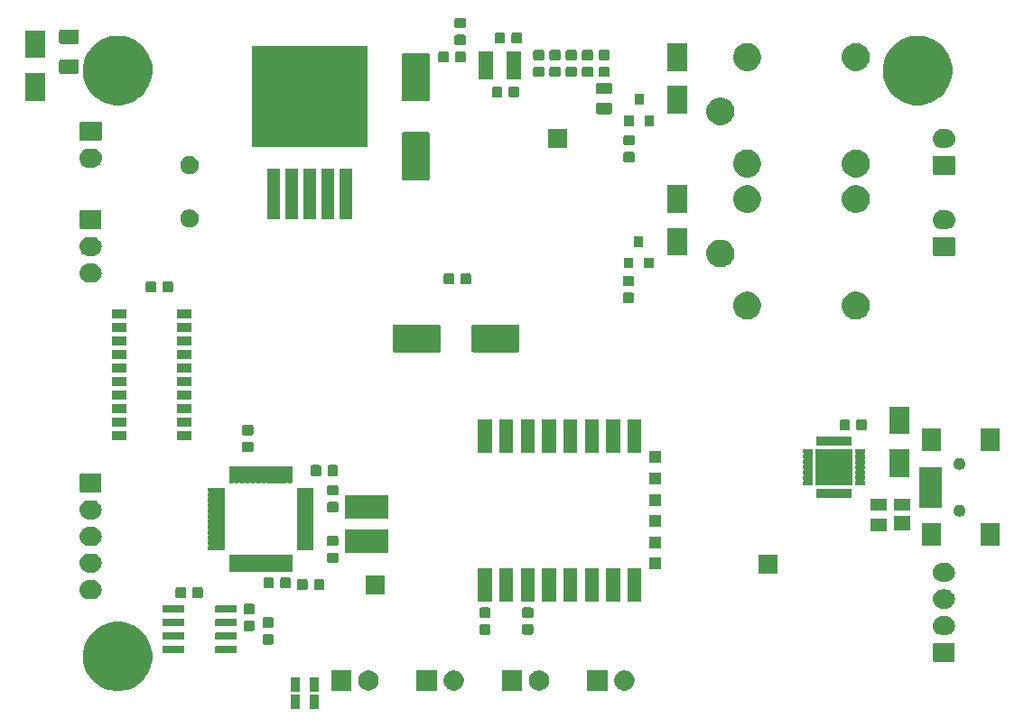
<source format=gts>
G04 #@! TF.GenerationSoftware,KiCad,Pcbnew,(5.1.5)-3*
G04 #@! TF.CreationDate,2020-01-27T10:14:26+03:00*
G04 #@! TF.ProjectId,UBD,5542442e-6b69-4636-9164-5f7063625858,rev?*
G04 #@! TF.SameCoordinates,Original*
G04 #@! TF.FileFunction,Soldermask,Top*
G04 #@! TF.FilePolarity,Negative*
%FSLAX46Y46*%
G04 Gerber Fmt 4.6, Leading zero omitted, Abs format (unit mm)*
G04 Created by KiCad (PCBNEW (5.1.5)-3) date 2020-01-27 10:14:26*
%MOMM*%
%LPD*%
G04 APERTURE LIST*
%ADD10C,0.100000*%
G04 APERTURE END LIST*
D10*
G36*
X53813000Y-161550000D02*
G01*
X52911000Y-161550000D01*
X52911000Y-160198000D01*
X53813000Y-160198000D01*
X53813000Y-161550000D01*
G37*
G36*
X52013000Y-161550000D02*
G01*
X51111000Y-161550000D01*
X51111000Y-160198000D01*
X52013000Y-160198000D01*
X52013000Y-161550000D01*
G37*
G36*
X53813000Y-159900000D02*
G01*
X52911000Y-159900000D01*
X52911000Y-158548000D01*
X53813000Y-158548000D01*
X53813000Y-159900000D01*
G37*
G36*
X52013000Y-159900000D02*
G01*
X51111000Y-159900000D01*
X51111000Y-158548000D01*
X52013000Y-158548000D01*
X52013000Y-159900000D01*
G37*
G36*
X35559239Y-153411467D02*
G01*
X35873282Y-153473934D01*
X36464926Y-153719001D01*
X36742544Y-153904500D01*
X36997391Y-154074783D01*
X37450217Y-154527609D01*
X37508909Y-154615448D01*
X37805999Y-155060074D01*
X38051066Y-155651718D01*
X38069872Y-155746262D01*
X38176000Y-156279803D01*
X38176000Y-156920197D01*
X38148430Y-157058799D01*
X38051066Y-157548282D01*
X37805999Y-158139926D01*
X37558265Y-158510685D01*
X37450217Y-158672391D01*
X36997391Y-159125217D01*
X36891477Y-159195986D01*
X36464926Y-159480999D01*
X35873282Y-159726066D01*
X35559239Y-159788533D01*
X35245197Y-159851000D01*
X34604803Y-159851000D01*
X34290761Y-159788533D01*
X33976718Y-159726066D01*
X33385074Y-159480999D01*
X32958523Y-159195986D01*
X32852609Y-159125217D01*
X32399783Y-158672391D01*
X32291735Y-158510685D01*
X32044001Y-158139926D01*
X31798934Y-157548282D01*
X31701570Y-157058799D01*
X31674000Y-156920197D01*
X31674000Y-156279803D01*
X31780128Y-155746262D01*
X31798934Y-155651718D01*
X32044001Y-155060074D01*
X32341091Y-154615448D01*
X32399783Y-154527609D01*
X32852609Y-154074783D01*
X33107456Y-153904500D01*
X33385074Y-153719001D01*
X33976718Y-153473934D01*
X34290761Y-153411467D01*
X34604803Y-153349000D01*
X35245197Y-153349000D01*
X35559239Y-153411467D01*
G37*
G36*
X72831000Y-159800000D02*
G01*
X70929000Y-159800000D01*
X70929000Y-157898000D01*
X72831000Y-157898000D01*
X72831000Y-159800000D01*
G37*
G36*
X58697395Y-157934546D02*
G01*
X58870466Y-158006234D01*
X58947818Y-158057919D01*
X59026227Y-158110310D01*
X59158690Y-158242773D01*
X59158691Y-158242775D01*
X59262766Y-158398534D01*
X59334454Y-158571605D01*
X59371000Y-158755333D01*
X59371000Y-158942667D01*
X59334454Y-159126395D01*
X59262766Y-159299466D01*
X59262765Y-159299467D01*
X59158690Y-159455227D01*
X59026227Y-159587690D01*
X58947818Y-159640081D01*
X58870466Y-159691766D01*
X58697395Y-159763454D01*
X58513667Y-159800000D01*
X58326333Y-159800000D01*
X58142605Y-159763454D01*
X57969534Y-159691766D01*
X57892182Y-159640081D01*
X57813773Y-159587690D01*
X57681310Y-159455227D01*
X57577235Y-159299467D01*
X57577234Y-159299466D01*
X57505546Y-159126395D01*
X57469000Y-158942667D01*
X57469000Y-158755333D01*
X57505546Y-158571605D01*
X57577234Y-158398534D01*
X57681309Y-158242775D01*
X57681310Y-158242773D01*
X57813773Y-158110310D01*
X57892182Y-158057919D01*
X57969534Y-158006234D01*
X58142605Y-157934546D01*
X58326333Y-157898000D01*
X58513667Y-157898000D01*
X58697395Y-157934546D01*
G37*
G36*
X82697395Y-157934546D02*
G01*
X82870466Y-158006234D01*
X82947818Y-158057919D01*
X83026227Y-158110310D01*
X83158690Y-158242773D01*
X83158691Y-158242775D01*
X83262766Y-158398534D01*
X83334454Y-158571605D01*
X83371000Y-158755333D01*
X83371000Y-158942667D01*
X83334454Y-159126395D01*
X83262766Y-159299466D01*
X83262765Y-159299467D01*
X83158690Y-159455227D01*
X83026227Y-159587690D01*
X82947818Y-159640081D01*
X82870466Y-159691766D01*
X82697395Y-159763454D01*
X82513667Y-159800000D01*
X82326333Y-159800000D01*
X82142605Y-159763454D01*
X81969534Y-159691766D01*
X81892182Y-159640081D01*
X81813773Y-159587690D01*
X81681310Y-159455227D01*
X81577235Y-159299467D01*
X81577234Y-159299466D01*
X81505546Y-159126395D01*
X81469000Y-158942667D01*
X81469000Y-158755333D01*
X81505546Y-158571605D01*
X81577234Y-158398534D01*
X81681309Y-158242775D01*
X81681310Y-158242773D01*
X81813773Y-158110310D01*
X81892182Y-158057919D01*
X81969534Y-158006234D01*
X82142605Y-157934546D01*
X82326333Y-157898000D01*
X82513667Y-157898000D01*
X82697395Y-157934546D01*
G37*
G36*
X80831000Y-159800000D02*
G01*
X78929000Y-159800000D01*
X78929000Y-157898000D01*
X80831000Y-157898000D01*
X80831000Y-159800000D01*
G37*
G36*
X74697395Y-157934546D02*
G01*
X74870466Y-158006234D01*
X74947818Y-158057919D01*
X75026227Y-158110310D01*
X75158690Y-158242773D01*
X75158691Y-158242775D01*
X75262766Y-158398534D01*
X75334454Y-158571605D01*
X75371000Y-158755333D01*
X75371000Y-158942667D01*
X75334454Y-159126395D01*
X75262766Y-159299466D01*
X75262765Y-159299467D01*
X75158690Y-159455227D01*
X75026227Y-159587690D01*
X74947818Y-159640081D01*
X74870466Y-159691766D01*
X74697395Y-159763454D01*
X74513667Y-159800000D01*
X74326333Y-159800000D01*
X74142605Y-159763454D01*
X73969534Y-159691766D01*
X73892182Y-159640081D01*
X73813773Y-159587690D01*
X73681310Y-159455227D01*
X73577235Y-159299467D01*
X73577234Y-159299466D01*
X73505546Y-159126395D01*
X73469000Y-158942667D01*
X73469000Y-158755333D01*
X73505546Y-158571605D01*
X73577234Y-158398534D01*
X73681309Y-158242775D01*
X73681310Y-158242773D01*
X73813773Y-158110310D01*
X73892182Y-158057919D01*
X73969534Y-158006234D01*
X74142605Y-157934546D01*
X74326333Y-157898000D01*
X74513667Y-157898000D01*
X74697395Y-157934546D01*
G37*
G36*
X66697395Y-157934546D02*
G01*
X66870466Y-158006234D01*
X66947818Y-158057919D01*
X67026227Y-158110310D01*
X67158690Y-158242773D01*
X67158691Y-158242775D01*
X67262766Y-158398534D01*
X67334454Y-158571605D01*
X67371000Y-158755333D01*
X67371000Y-158942667D01*
X67334454Y-159126395D01*
X67262766Y-159299466D01*
X67262765Y-159299467D01*
X67158690Y-159455227D01*
X67026227Y-159587690D01*
X66947818Y-159640081D01*
X66870466Y-159691766D01*
X66697395Y-159763454D01*
X66513667Y-159800000D01*
X66326333Y-159800000D01*
X66142605Y-159763454D01*
X65969534Y-159691766D01*
X65892182Y-159640081D01*
X65813773Y-159587690D01*
X65681310Y-159455227D01*
X65577235Y-159299467D01*
X65577234Y-159299466D01*
X65505546Y-159126395D01*
X65469000Y-158942667D01*
X65469000Y-158755333D01*
X65505546Y-158571605D01*
X65577234Y-158398534D01*
X65681309Y-158242775D01*
X65681310Y-158242773D01*
X65813773Y-158110310D01*
X65892182Y-158057919D01*
X65969534Y-158006234D01*
X66142605Y-157934546D01*
X66326333Y-157898000D01*
X66513667Y-157898000D01*
X66697395Y-157934546D01*
G37*
G36*
X64831000Y-159800000D02*
G01*
X62929000Y-159800000D01*
X62929000Y-157898000D01*
X64831000Y-157898000D01*
X64831000Y-159800000D01*
G37*
G36*
X56831000Y-159800000D02*
G01*
X54929000Y-159800000D01*
X54929000Y-157898000D01*
X56831000Y-157898000D01*
X56831000Y-159800000D01*
G37*
G36*
X113278600Y-155312989D02*
G01*
X113311652Y-155323015D01*
X113342103Y-155339292D01*
X113368799Y-155361201D01*
X113390708Y-155387897D01*
X113406985Y-155418348D01*
X113417011Y-155451400D01*
X113421000Y-155491903D01*
X113421000Y-156928097D01*
X113417011Y-156968600D01*
X113406985Y-157001652D01*
X113390708Y-157032103D01*
X113368799Y-157058799D01*
X113342103Y-157080708D01*
X113311652Y-157096985D01*
X113278600Y-157107011D01*
X113238097Y-157111000D01*
X111551903Y-157111000D01*
X111511400Y-157107011D01*
X111478348Y-157096985D01*
X111447897Y-157080708D01*
X111421201Y-157058799D01*
X111399292Y-157032103D01*
X111383015Y-157001652D01*
X111372989Y-156968600D01*
X111369000Y-156928097D01*
X111369000Y-155491903D01*
X111372989Y-155451400D01*
X111383015Y-155418348D01*
X111399292Y-155387897D01*
X111421201Y-155361201D01*
X111447897Y-155339292D01*
X111478348Y-155323015D01*
X111511400Y-155312989D01*
X111551903Y-155309000D01*
X113238097Y-155309000D01*
X113278600Y-155312989D01*
G37*
G36*
X41066928Y-155607764D02*
G01*
X41088009Y-155614160D01*
X41107445Y-155624548D01*
X41124476Y-155638524D01*
X41138452Y-155655555D01*
X41148840Y-155674991D01*
X41155236Y-155696072D01*
X41158000Y-155724140D01*
X41158000Y-156187860D01*
X41155236Y-156215928D01*
X41148840Y-156237009D01*
X41138452Y-156256445D01*
X41124476Y-156273476D01*
X41107445Y-156287452D01*
X41088009Y-156297840D01*
X41066928Y-156304236D01*
X41038860Y-156307000D01*
X39225140Y-156307000D01*
X39197072Y-156304236D01*
X39175991Y-156297840D01*
X39156555Y-156287452D01*
X39139524Y-156273476D01*
X39125548Y-156256445D01*
X39115160Y-156237009D01*
X39108764Y-156215928D01*
X39106000Y-156187860D01*
X39106000Y-155724140D01*
X39108764Y-155696072D01*
X39115160Y-155674991D01*
X39125548Y-155655555D01*
X39139524Y-155638524D01*
X39156555Y-155624548D01*
X39175991Y-155614160D01*
X39197072Y-155607764D01*
X39225140Y-155605000D01*
X41038860Y-155605000D01*
X41066928Y-155607764D01*
G37*
G36*
X46016928Y-155607764D02*
G01*
X46038009Y-155614160D01*
X46057445Y-155624548D01*
X46074476Y-155638524D01*
X46088452Y-155655555D01*
X46098840Y-155674991D01*
X46105236Y-155696072D01*
X46108000Y-155724140D01*
X46108000Y-156187860D01*
X46105236Y-156215928D01*
X46098840Y-156237009D01*
X46088452Y-156256445D01*
X46074476Y-156273476D01*
X46057445Y-156287452D01*
X46038009Y-156297840D01*
X46016928Y-156304236D01*
X45988860Y-156307000D01*
X44175140Y-156307000D01*
X44147072Y-156304236D01*
X44125991Y-156297840D01*
X44106555Y-156287452D01*
X44089524Y-156273476D01*
X44075548Y-156256445D01*
X44065160Y-156237009D01*
X44058764Y-156215928D01*
X44056000Y-156187860D01*
X44056000Y-155724140D01*
X44058764Y-155696072D01*
X44065160Y-155674991D01*
X44075548Y-155655555D01*
X44089524Y-155638524D01*
X44106555Y-155624548D01*
X44125991Y-155614160D01*
X44147072Y-155607764D01*
X44175140Y-155605000D01*
X45988860Y-155605000D01*
X46016928Y-155607764D01*
G37*
G36*
X49401591Y-154506585D02*
G01*
X49435569Y-154516893D01*
X49466890Y-154533634D01*
X49494339Y-154556161D01*
X49516866Y-154583610D01*
X49533607Y-154614931D01*
X49543915Y-154648909D01*
X49548000Y-154690390D01*
X49548000Y-155291610D01*
X49543915Y-155333091D01*
X49533607Y-155367069D01*
X49516866Y-155398390D01*
X49494339Y-155425839D01*
X49466890Y-155448366D01*
X49435569Y-155465107D01*
X49401591Y-155475415D01*
X49360110Y-155479500D01*
X48683890Y-155479500D01*
X48642409Y-155475415D01*
X48608431Y-155465107D01*
X48577110Y-155448366D01*
X48549661Y-155425839D01*
X48527134Y-155398390D01*
X48510393Y-155367069D01*
X48500085Y-155333091D01*
X48496000Y-155291610D01*
X48496000Y-154690390D01*
X48500085Y-154648909D01*
X48510393Y-154614931D01*
X48527134Y-154583610D01*
X48549661Y-154556161D01*
X48577110Y-154533634D01*
X48608431Y-154516893D01*
X48642409Y-154506585D01*
X48683890Y-154502500D01*
X49360110Y-154502500D01*
X49401591Y-154506585D01*
G37*
G36*
X41066928Y-154337764D02*
G01*
X41088009Y-154344160D01*
X41107445Y-154354548D01*
X41124476Y-154368524D01*
X41138452Y-154385555D01*
X41148840Y-154404991D01*
X41155236Y-154426072D01*
X41158000Y-154454140D01*
X41158000Y-154917860D01*
X41155236Y-154945928D01*
X41148840Y-154967009D01*
X41138452Y-154986445D01*
X41124476Y-155003476D01*
X41107445Y-155017452D01*
X41088009Y-155027840D01*
X41066928Y-155034236D01*
X41038860Y-155037000D01*
X39225140Y-155037000D01*
X39197072Y-155034236D01*
X39175991Y-155027840D01*
X39156555Y-155017452D01*
X39139524Y-155003476D01*
X39125548Y-154986445D01*
X39115160Y-154967009D01*
X39108764Y-154945928D01*
X39106000Y-154917860D01*
X39106000Y-154454140D01*
X39108764Y-154426072D01*
X39115160Y-154404991D01*
X39125548Y-154385555D01*
X39139524Y-154368524D01*
X39156555Y-154354548D01*
X39175991Y-154344160D01*
X39197072Y-154337764D01*
X39225140Y-154335000D01*
X41038860Y-154335000D01*
X41066928Y-154337764D01*
G37*
G36*
X46016928Y-154337764D02*
G01*
X46038009Y-154344160D01*
X46057445Y-154354548D01*
X46074476Y-154368524D01*
X46088452Y-154385555D01*
X46098840Y-154404991D01*
X46105236Y-154426072D01*
X46108000Y-154454140D01*
X46108000Y-154917860D01*
X46105236Y-154945928D01*
X46098840Y-154967009D01*
X46088452Y-154986445D01*
X46074476Y-155003476D01*
X46057445Y-155017452D01*
X46038009Y-155027840D01*
X46016928Y-155034236D01*
X45988860Y-155037000D01*
X44175140Y-155037000D01*
X44147072Y-155034236D01*
X44125991Y-155027840D01*
X44106555Y-155017452D01*
X44089524Y-155003476D01*
X44075548Y-154986445D01*
X44065160Y-154967009D01*
X44058764Y-154945928D01*
X44056000Y-154917860D01*
X44056000Y-154454140D01*
X44058764Y-154426072D01*
X44065160Y-154404991D01*
X44075548Y-154385555D01*
X44089524Y-154368524D01*
X44106555Y-154354548D01*
X44125991Y-154344160D01*
X44147072Y-154337764D01*
X44175140Y-154335000D01*
X45988860Y-154335000D01*
X46016928Y-154337764D01*
G37*
G36*
X112630443Y-152815519D02*
G01*
X112696627Y-152822037D01*
X112866466Y-152873557D01*
X112866468Y-152873558D01*
X112869147Y-152874990D01*
X113022991Y-152957222D01*
X113055057Y-152983538D01*
X113160186Y-153069814D01*
X113230975Y-153156072D01*
X113272778Y-153207009D01*
X113356443Y-153363534D01*
X113407963Y-153533373D01*
X113425359Y-153710000D01*
X113407963Y-153886627D01*
X113356443Y-154056466D01*
X113272778Y-154212991D01*
X113246985Y-154244420D01*
X113160186Y-154350186D01*
X113090033Y-154407758D01*
X113022991Y-154462778D01*
X112977677Y-154486999D01*
X112878614Y-154539950D01*
X112866466Y-154546443D01*
X112696627Y-154597963D01*
X112630442Y-154604482D01*
X112564260Y-154611000D01*
X112225740Y-154611000D01*
X112159558Y-154604482D01*
X112093373Y-154597963D01*
X111923534Y-154546443D01*
X111911387Y-154539950D01*
X111812323Y-154486999D01*
X111767009Y-154462778D01*
X111699967Y-154407758D01*
X111629814Y-154350186D01*
X111543015Y-154244420D01*
X111517222Y-154212991D01*
X111433557Y-154056466D01*
X111382037Y-153886627D01*
X111364641Y-153710000D01*
X111382037Y-153533373D01*
X111433557Y-153363534D01*
X111517222Y-153207009D01*
X111559025Y-153156072D01*
X111629814Y-153069814D01*
X111734943Y-152983538D01*
X111767009Y-152957222D01*
X111920853Y-152874990D01*
X111923532Y-152873558D01*
X111923534Y-152873557D01*
X112093373Y-152822037D01*
X112159557Y-152815519D01*
X112225740Y-152809000D01*
X112564260Y-152809000D01*
X112630443Y-152815519D01*
G37*
G36*
X73747738Y-153585627D02*
G01*
X73781716Y-153595935D01*
X73813037Y-153612676D01*
X73840486Y-153635203D01*
X73863013Y-153662652D01*
X73879754Y-153693973D01*
X73890062Y-153727951D01*
X73894147Y-153769432D01*
X73894147Y-154370652D01*
X73890062Y-154412133D01*
X73879754Y-154446111D01*
X73863013Y-154477432D01*
X73840486Y-154504881D01*
X73813037Y-154527408D01*
X73781716Y-154544149D01*
X73747738Y-154554457D01*
X73706257Y-154558542D01*
X73030037Y-154558542D01*
X72988556Y-154554457D01*
X72954578Y-154544149D01*
X72923257Y-154527408D01*
X72895808Y-154504881D01*
X72873281Y-154477432D01*
X72856540Y-154446111D01*
X72846232Y-154412133D01*
X72842147Y-154370652D01*
X72842147Y-153769432D01*
X72846232Y-153727951D01*
X72856540Y-153693973D01*
X72873281Y-153662652D01*
X72895808Y-153635203D01*
X72923257Y-153612676D01*
X72954578Y-153595935D01*
X72988556Y-153585627D01*
X73030037Y-153581542D01*
X73706257Y-153581542D01*
X73747738Y-153585627D01*
G37*
G36*
X69747734Y-153585623D02*
G01*
X69781712Y-153595931D01*
X69813033Y-153612672D01*
X69840482Y-153635199D01*
X69863009Y-153662648D01*
X69879750Y-153693969D01*
X69890058Y-153727947D01*
X69894143Y-153769428D01*
X69894143Y-154370648D01*
X69890058Y-154412129D01*
X69879750Y-154446107D01*
X69863009Y-154477428D01*
X69840482Y-154504877D01*
X69813033Y-154527404D01*
X69781712Y-154544145D01*
X69747734Y-154554453D01*
X69706253Y-154558538D01*
X69030033Y-154558538D01*
X68988552Y-154554453D01*
X68954574Y-154544145D01*
X68923253Y-154527404D01*
X68895804Y-154504877D01*
X68873277Y-154477428D01*
X68856536Y-154446107D01*
X68846228Y-154412129D01*
X68842143Y-154370648D01*
X68842143Y-153769428D01*
X68846228Y-153727947D01*
X68856536Y-153693969D01*
X68873277Y-153662648D01*
X68895804Y-153635199D01*
X68923253Y-153612672D01*
X68954574Y-153595931D01*
X68988552Y-153585623D01*
X69030033Y-153581538D01*
X69706253Y-153581538D01*
X69747734Y-153585623D01*
G37*
G36*
X47623591Y-153236585D02*
G01*
X47657569Y-153246893D01*
X47688890Y-153263634D01*
X47716339Y-153286161D01*
X47738866Y-153313610D01*
X47755607Y-153344931D01*
X47765915Y-153378909D01*
X47770000Y-153420390D01*
X47770000Y-154021610D01*
X47765915Y-154063091D01*
X47755607Y-154097069D01*
X47738866Y-154128390D01*
X47716339Y-154155839D01*
X47688890Y-154178366D01*
X47657569Y-154195107D01*
X47623591Y-154205415D01*
X47582110Y-154209500D01*
X46905890Y-154209500D01*
X46864409Y-154205415D01*
X46830431Y-154195107D01*
X46799110Y-154178366D01*
X46771661Y-154155839D01*
X46749134Y-154128390D01*
X46732393Y-154097069D01*
X46722085Y-154063091D01*
X46718000Y-154021610D01*
X46718000Y-153420390D01*
X46722085Y-153378909D01*
X46732393Y-153344931D01*
X46749134Y-153313610D01*
X46771661Y-153286161D01*
X46799110Y-153263634D01*
X46830431Y-153246893D01*
X46864409Y-153236585D01*
X46905890Y-153232500D01*
X47582110Y-153232500D01*
X47623591Y-153236585D01*
G37*
G36*
X49401591Y-152931585D02*
G01*
X49435569Y-152941893D01*
X49466890Y-152958634D01*
X49494339Y-152981161D01*
X49516866Y-153008610D01*
X49533607Y-153039931D01*
X49543915Y-153073909D01*
X49548000Y-153115390D01*
X49548000Y-153716610D01*
X49543915Y-153758091D01*
X49533607Y-153792069D01*
X49516866Y-153823390D01*
X49494339Y-153850839D01*
X49466890Y-153873366D01*
X49435569Y-153890107D01*
X49401591Y-153900415D01*
X49360110Y-153904500D01*
X48683890Y-153904500D01*
X48642409Y-153900415D01*
X48608431Y-153890107D01*
X48577110Y-153873366D01*
X48549661Y-153850839D01*
X48527134Y-153823390D01*
X48510393Y-153792069D01*
X48500085Y-153758091D01*
X48496000Y-153716610D01*
X48496000Y-153115390D01*
X48500085Y-153073909D01*
X48510393Y-153039931D01*
X48527134Y-153008610D01*
X48549661Y-152981161D01*
X48577110Y-152958634D01*
X48608431Y-152941893D01*
X48642409Y-152931585D01*
X48683890Y-152927500D01*
X49360110Y-152927500D01*
X49401591Y-152931585D01*
G37*
G36*
X46016928Y-153067764D02*
G01*
X46038009Y-153074160D01*
X46057445Y-153084548D01*
X46074476Y-153098524D01*
X46088452Y-153115555D01*
X46098840Y-153134991D01*
X46105236Y-153156072D01*
X46108000Y-153184140D01*
X46108000Y-153647860D01*
X46105236Y-153675928D01*
X46098840Y-153697009D01*
X46088452Y-153716445D01*
X46074476Y-153733476D01*
X46057445Y-153747452D01*
X46038009Y-153757840D01*
X46016928Y-153764236D01*
X45988860Y-153767000D01*
X44175140Y-153767000D01*
X44147072Y-153764236D01*
X44125991Y-153757840D01*
X44106555Y-153747452D01*
X44089524Y-153733476D01*
X44075548Y-153716445D01*
X44065160Y-153697009D01*
X44058764Y-153675928D01*
X44056000Y-153647860D01*
X44056000Y-153184140D01*
X44058764Y-153156072D01*
X44065160Y-153134991D01*
X44075548Y-153115555D01*
X44089524Y-153098524D01*
X44106555Y-153084548D01*
X44125991Y-153074160D01*
X44147072Y-153067764D01*
X44175140Y-153065000D01*
X45988860Y-153065000D01*
X46016928Y-153067764D01*
G37*
G36*
X41066928Y-153067764D02*
G01*
X41088009Y-153074160D01*
X41107445Y-153084548D01*
X41124476Y-153098524D01*
X41138452Y-153115555D01*
X41148840Y-153134991D01*
X41155236Y-153156072D01*
X41158000Y-153184140D01*
X41158000Y-153647860D01*
X41155236Y-153675928D01*
X41148840Y-153697009D01*
X41138452Y-153716445D01*
X41124476Y-153733476D01*
X41107445Y-153747452D01*
X41088009Y-153757840D01*
X41066928Y-153764236D01*
X41038860Y-153767000D01*
X39225140Y-153767000D01*
X39197072Y-153764236D01*
X39175991Y-153757840D01*
X39156555Y-153747452D01*
X39139524Y-153733476D01*
X39125548Y-153716445D01*
X39115160Y-153697009D01*
X39108764Y-153675928D01*
X39106000Y-153647860D01*
X39106000Y-153184140D01*
X39108764Y-153156072D01*
X39115160Y-153134991D01*
X39125548Y-153115555D01*
X39139524Y-153098524D01*
X39156555Y-153084548D01*
X39175991Y-153074160D01*
X39197072Y-153067764D01*
X39225140Y-153065000D01*
X41038860Y-153065000D01*
X41066928Y-153067764D01*
G37*
G36*
X73747738Y-152010627D02*
G01*
X73781716Y-152020935D01*
X73813037Y-152037676D01*
X73840486Y-152060203D01*
X73863013Y-152087652D01*
X73879754Y-152118973D01*
X73890062Y-152152951D01*
X73894147Y-152194432D01*
X73894147Y-152795652D01*
X73890062Y-152837133D01*
X73879754Y-152871111D01*
X73863013Y-152902432D01*
X73840486Y-152929881D01*
X73813037Y-152952408D01*
X73781716Y-152969149D01*
X73747738Y-152979457D01*
X73706257Y-152983542D01*
X73030037Y-152983542D01*
X72988556Y-152979457D01*
X72954578Y-152969149D01*
X72923257Y-152952408D01*
X72895808Y-152929881D01*
X72873281Y-152902432D01*
X72856540Y-152871111D01*
X72846232Y-152837133D01*
X72842147Y-152795652D01*
X72842147Y-152194432D01*
X72846232Y-152152951D01*
X72856540Y-152118973D01*
X72873281Y-152087652D01*
X72895808Y-152060203D01*
X72923257Y-152037676D01*
X72954578Y-152020935D01*
X72988556Y-152010627D01*
X73030037Y-152006542D01*
X73706257Y-152006542D01*
X73747738Y-152010627D01*
G37*
G36*
X69747734Y-152010623D02*
G01*
X69781712Y-152020931D01*
X69813033Y-152037672D01*
X69840482Y-152060199D01*
X69863009Y-152087648D01*
X69879750Y-152118969D01*
X69890058Y-152152947D01*
X69894143Y-152194428D01*
X69894143Y-152795648D01*
X69890058Y-152837129D01*
X69879750Y-152871107D01*
X69863009Y-152902428D01*
X69840482Y-152929877D01*
X69813033Y-152952404D01*
X69781712Y-152969145D01*
X69747734Y-152979453D01*
X69706253Y-152983538D01*
X69030033Y-152983538D01*
X68988552Y-152979453D01*
X68954574Y-152969145D01*
X68923253Y-152952404D01*
X68895804Y-152929877D01*
X68873277Y-152902428D01*
X68856536Y-152871107D01*
X68846228Y-152837129D01*
X68842143Y-152795648D01*
X68842143Y-152194428D01*
X68846228Y-152152947D01*
X68856536Y-152118969D01*
X68873277Y-152087648D01*
X68895804Y-152060199D01*
X68923253Y-152037672D01*
X68954574Y-152020931D01*
X68988552Y-152010623D01*
X69030033Y-152006538D01*
X69706253Y-152006538D01*
X69747734Y-152010623D01*
G37*
G36*
X47623591Y-151661585D02*
G01*
X47657569Y-151671893D01*
X47688890Y-151688634D01*
X47716339Y-151711161D01*
X47738866Y-151738610D01*
X47755607Y-151769931D01*
X47765915Y-151803909D01*
X47770000Y-151845390D01*
X47770000Y-152446610D01*
X47765915Y-152488091D01*
X47755607Y-152522069D01*
X47738866Y-152553390D01*
X47716339Y-152580839D01*
X47688890Y-152603366D01*
X47657569Y-152620107D01*
X47623591Y-152630415D01*
X47582110Y-152634500D01*
X46905890Y-152634500D01*
X46864409Y-152630415D01*
X46830431Y-152620107D01*
X46799110Y-152603366D01*
X46771661Y-152580839D01*
X46749134Y-152553390D01*
X46732393Y-152522069D01*
X46722085Y-152488091D01*
X46718000Y-152446610D01*
X46718000Y-151845390D01*
X46722085Y-151803909D01*
X46732393Y-151769931D01*
X46749134Y-151738610D01*
X46771661Y-151711161D01*
X46799110Y-151688634D01*
X46830431Y-151671893D01*
X46864409Y-151661585D01*
X46905890Y-151657500D01*
X47582110Y-151657500D01*
X47623591Y-151661585D01*
G37*
G36*
X46016928Y-151797764D02*
G01*
X46038009Y-151804160D01*
X46057445Y-151814548D01*
X46074476Y-151828524D01*
X46088452Y-151845555D01*
X46098840Y-151864991D01*
X46105236Y-151886072D01*
X46108000Y-151914140D01*
X46108000Y-152377860D01*
X46105236Y-152405928D01*
X46098840Y-152427009D01*
X46088452Y-152446445D01*
X46074476Y-152463476D01*
X46057445Y-152477452D01*
X46038009Y-152487840D01*
X46016928Y-152494236D01*
X45988860Y-152497000D01*
X44175140Y-152497000D01*
X44147072Y-152494236D01*
X44125991Y-152487840D01*
X44106555Y-152477452D01*
X44089524Y-152463476D01*
X44075548Y-152446445D01*
X44065160Y-152427009D01*
X44058764Y-152405928D01*
X44056000Y-152377860D01*
X44056000Y-151914140D01*
X44058764Y-151886072D01*
X44065160Y-151864991D01*
X44075548Y-151845555D01*
X44089524Y-151828524D01*
X44106555Y-151814548D01*
X44125991Y-151804160D01*
X44147072Y-151797764D01*
X44175140Y-151795000D01*
X45988860Y-151795000D01*
X46016928Y-151797764D01*
G37*
G36*
X41066928Y-151797764D02*
G01*
X41088009Y-151804160D01*
X41107445Y-151814548D01*
X41124476Y-151828524D01*
X41138452Y-151845555D01*
X41148840Y-151864991D01*
X41155236Y-151886072D01*
X41158000Y-151914140D01*
X41158000Y-152377860D01*
X41155236Y-152405928D01*
X41148840Y-152427009D01*
X41138452Y-152446445D01*
X41124476Y-152463476D01*
X41107445Y-152477452D01*
X41088009Y-152487840D01*
X41066928Y-152494236D01*
X41038860Y-152497000D01*
X39225140Y-152497000D01*
X39197072Y-152494236D01*
X39175991Y-152487840D01*
X39156555Y-152477452D01*
X39139524Y-152463476D01*
X39125548Y-152446445D01*
X39115160Y-152427009D01*
X39108764Y-152405928D01*
X39106000Y-152377860D01*
X39106000Y-151914140D01*
X39108764Y-151886072D01*
X39115160Y-151864991D01*
X39125548Y-151845555D01*
X39139524Y-151828524D01*
X39156555Y-151814548D01*
X39175991Y-151804160D01*
X39197072Y-151797764D01*
X39225140Y-151795000D01*
X41038860Y-151795000D01*
X41066928Y-151797764D01*
G37*
G36*
X112630443Y-150315519D02*
G01*
X112696627Y-150322037D01*
X112866466Y-150373557D01*
X113022991Y-150457222D01*
X113058729Y-150486552D01*
X113160186Y-150569814D01*
X113243448Y-150671271D01*
X113272778Y-150707009D01*
X113356443Y-150863534D01*
X113407963Y-151033373D01*
X113425359Y-151210000D01*
X113407963Y-151386627D01*
X113356443Y-151556466D01*
X113272778Y-151712991D01*
X113251753Y-151738610D01*
X113160186Y-151850186D01*
X113058729Y-151933448D01*
X113022991Y-151962778D01*
X112866466Y-152046443D01*
X112696627Y-152097963D01*
X112630443Y-152104481D01*
X112564260Y-152111000D01*
X112225740Y-152111000D01*
X112159557Y-152104481D01*
X112093373Y-152097963D01*
X111923534Y-152046443D01*
X111767009Y-151962778D01*
X111731271Y-151933448D01*
X111629814Y-151850186D01*
X111538247Y-151738610D01*
X111517222Y-151712991D01*
X111433557Y-151556466D01*
X111382037Y-151386627D01*
X111364641Y-151210000D01*
X111382037Y-151033373D01*
X111433557Y-150863534D01*
X111517222Y-150707009D01*
X111546552Y-150671271D01*
X111629814Y-150569814D01*
X111731271Y-150486552D01*
X111767009Y-150457222D01*
X111923534Y-150373557D01*
X112093373Y-150322037D01*
X112159557Y-150315519D01*
X112225740Y-150309000D01*
X112564260Y-150309000D01*
X112630443Y-150315519D01*
G37*
G36*
X72019146Y-151445038D02*
G01*
X70717146Y-151445038D01*
X70717146Y-148343038D01*
X72019146Y-148343038D01*
X72019146Y-151445038D01*
G37*
G36*
X78019146Y-151445038D02*
G01*
X76717146Y-151445038D01*
X76717146Y-148343038D01*
X78019146Y-148343038D01*
X78019146Y-151445038D01*
G37*
G36*
X76019146Y-151445038D02*
G01*
X74717146Y-151445038D01*
X74717146Y-148343038D01*
X76019146Y-148343038D01*
X76019146Y-151445038D01*
G37*
G36*
X74019146Y-151445038D02*
G01*
X72717146Y-151445038D01*
X72717146Y-148343038D01*
X74019146Y-148343038D01*
X74019146Y-151445038D01*
G37*
G36*
X84019146Y-151445038D02*
G01*
X82717146Y-151445038D01*
X82717146Y-148343038D01*
X84019146Y-148343038D01*
X84019146Y-151445038D01*
G37*
G36*
X82019146Y-151445038D02*
G01*
X80717146Y-151445038D01*
X80717146Y-148343038D01*
X82019146Y-148343038D01*
X82019146Y-151445038D01*
G37*
G36*
X80019146Y-151445038D02*
G01*
X78717146Y-151445038D01*
X78717146Y-148343038D01*
X80019146Y-148343038D01*
X80019146Y-151445038D01*
G37*
G36*
X70019146Y-151445038D02*
G01*
X68717146Y-151445038D01*
X68717146Y-148343038D01*
X70019146Y-148343038D01*
X70019146Y-151445038D01*
G37*
G36*
X32620443Y-149440519D02*
G01*
X32686627Y-149447037D01*
X32856466Y-149498557D01*
X33012991Y-149582222D01*
X33032171Y-149597963D01*
X33150186Y-149694814D01*
X33233448Y-149796271D01*
X33262778Y-149832009D01*
X33346443Y-149988534D01*
X33397963Y-150158373D01*
X33415359Y-150335000D01*
X33397963Y-150511627D01*
X33346443Y-150681466D01*
X33262778Y-150837991D01*
X33241817Y-150863532D01*
X33150186Y-150975186D01*
X33071881Y-151039448D01*
X33012991Y-151087778D01*
X32856466Y-151171443D01*
X32686627Y-151222963D01*
X32620443Y-151229481D01*
X32554260Y-151236000D01*
X32215740Y-151236000D01*
X32149557Y-151229481D01*
X32083373Y-151222963D01*
X31913534Y-151171443D01*
X31757009Y-151087778D01*
X31698119Y-151039448D01*
X31619814Y-150975186D01*
X31528183Y-150863532D01*
X31507222Y-150837991D01*
X31423557Y-150681466D01*
X31372037Y-150511627D01*
X31354641Y-150335000D01*
X31372037Y-150158373D01*
X31423557Y-149988534D01*
X31507222Y-149832009D01*
X31536552Y-149796271D01*
X31619814Y-149694814D01*
X31737829Y-149597963D01*
X31757009Y-149582222D01*
X31913534Y-149498557D01*
X32083373Y-149447037D01*
X32149557Y-149440519D01*
X32215740Y-149434000D01*
X32554260Y-149434000D01*
X32620443Y-149440519D01*
G37*
G36*
X42760091Y-150100085D02*
G01*
X42794069Y-150110393D01*
X42825390Y-150127134D01*
X42852839Y-150149661D01*
X42875366Y-150177110D01*
X42892107Y-150208431D01*
X42902415Y-150242409D01*
X42906500Y-150283890D01*
X42906500Y-150960110D01*
X42902415Y-151001591D01*
X42892107Y-151035569D01*
X42875366Y-151066890D01*
X42852839Y-151094339D01*
X42825390Y-151116866D01*
X42794069Y-151133607D01*
X42760091Y-151143915D01*
X42718610Y-151148000D01*
X42117390Y-151148000D01*
X42075909Y-151143915D01*
X42041931Y-151133607D01*
X42010610Y-151116866D01*
X41983161Y-151094339D01*
X41960634Y-151066890D01*
X41943893Y-151035569D01*
X41933585Y-151001591D01*
X41929500Y-150960110D01*
X41929500Y-150283890D01*
X41933585Y-150242409D01*
X41943893Y-150208431D01*
X41960634Y-150177110D01*
X41983161Y-150149661D01*
X42010610Y-150127134D01*
X42041931Y-150110393D01*
X42075909Y-150100085D01*
X42117390Y-150096000D01*
X42718610Y-150096000D01*
X42760091Y-150100085D01*
G37*
G36*
X41185091Y-150100085D02*
G01*
X41219069Y-150110393D01*
X41250390Y-150127134D01*
X41277839Y-150149661D01*
X41300366Y-150177110D01*
X41317107Y-150208431D01*
X41327415Y-150242409D01*
X41331500Y-150283890D01*
X41331500Y-150960110D01*
X41327415Y-151001591D01*
X41317107Y-151035569D01*
X41300366Y-151066890D01*
X41277839Y-151094339D01*
X41250390Y-151116866D01*
X41219069Y-151133607D01*
X41185091Y-151143915D01*
X41143610Y-151148000D01*
X40542390Y-151148000D01*
X40500909Y-151143915D01*
X40466931Y-151133607D01*
X40435610Y-151116866D01*
X40408161Y-151094339D01*
X40385634Y-151066890D01*
X40368893Y-151035569D01*
X40358585Y-151001591D01*
X40354500Y-150960110D01*
X40354500Y-150283890D01*
X40358585Y-150242409D01*
X40368893Y-150208431D01*
X40385634Y-150177110D01*
X40408161Y-150149661D01*
X40435610Y-150127134D01*
X40466931Y-150110393D01*
X40500909Y-150100085D01*
X40542390Y-150096000D01*
X41143610Y-150096000D01*
X41185091Y-150100085D01*
G37*
G36*
X59956000Y-150761000D02*
G01*
X58154000Y-150761000D01*
X58154000Y-148959000D01*
X59956000Y-148959000D01*
X59956000Y-150761000D01*
G37*
G36*
X54152941Y-149338085D02*
G01*
X54186919Y-149348393D01*
X54218240Y-149365134D01*
X54245689Y-149387661D01*
X54268216Y-149415110D01*
X54284957Y-149446431D01*
X54295265Y-149480409D01*
X54299350Y-149521890D01*
X54299350Y-150198110D01*
X54295265Y-150239591D01*
X54284957Y-150273569D01*
X54268216Y-150304890D01*
X54245689Y-150332339D01*
X54218240Y-150354866D01*
X54186919Y-150371607D01*
X54152941Y-150381915D01*
X54111460Y-150386000D01*
X53510240Y-150386000D01*
X53468759Y-150381915D01*
X53434781Y-150371607D01*
X53403460Y-150354866D01*
X53376011Y-150332339D01*
X53353484Y-150304890D01*
X53336743Y-150273569D01*
X53326435Y-150239591D01*
X53322350Y-150198110D01*
X53322350Y-149521890D01*
X53326435Y-149480409D01*
X53336743Y-149446431D01*
X53353484Y-149415110D01*
X53376011Y-149387661D01*
X53403460Y-149365134D01*
X53434781Y-149348393D01*
X53468759Y-149338085D01*
X53510240Y-149334000D01*
X54111460Y-149334000D01*
X54152941Y-149338085D01*
G37*
G36*
X52577941Y-149338085D02*
G01*
X52611919Y-149348393D01*
X52643240Y-149365134D01*
X52670689Y-149387661D01*
X52693216Y-149415110D01*
X52709957Y-149446431D01*
X52720265Y-149480409D01*
X52724350Y-149521890D01*
X52724350Y-150198110D01*
X52720265Y-150239591D01*
X52709957Y-150273569D01*
X52693216Y-150304890D01*
X52670689Y-150332339D01*
X52643240Y-150354866D01*
X52611919Y-150371607D01*
X52577941Y-150381915D01*
X52536460Y-150386000D01*
X51935240Y-150386000D01*
X51893759Y-150381915D01*
X51859781Y-150371607D01*
X51828460Y-150354866D01*
X51801011Y-150332339D01*
X51778484Y-150304890D01*
X51761743Y-150273569D01*
X51751435Y-150239591D01*
X51747350Y-150198110D01*
X51747350Y-149521890D01*
X51751435Y-149480409D01*
X51761743Y-149446431D01*
X51778484Y-149415110D01*
X51801011Y-149387661D01*
X51828460Y-149365134D01*
X51859781Y-149348393D01*
X51893759Y-149338085D01*
X51935240Y-149334000D01*
X52536460Y-149334000D01*
X52577941Y-149338085D01*
G37*
G36*
X51004940Y-149173936D02*
G01*
X51038918Y-149184244D01*
X51070239Y-149200985D01*
X51097688Y-149223512D01*
X51120215Y-149250961D01*
X51136956Y-149282282D01*
X51147264Y-149316260D01*
X51151349Y-149357741D01*
X51151349Y-150033961D01*
X51147264Y-150075442D01*
X51136956Y-150109420D01*
X51120215Y-150140741D01*
X51097688Y-150168190D01*
X51070239Y-150190717D01*
X51038918Y-150207458D01*
X51004940Y-150217766D01*
X50963459Y-150221851D01*
X50362239Y-150221851D01*
X50320758Y-150217766D01*
X50286780Y-150207458D01*
X50255459Y-150190717D01*
X50228010Y-150168190D01*
X50205483Y-150140741D01*
X50188742Y-150109420D01*
X50178434Y-150075442D01*
X50174349Y-150033961D01*
X50174349Y-149357741D01*
X50178434Y-149316260D01*
X50188742Y-149282282D01*
X50205483Y-149250961D01*
X50228010Y-149223512D01*
X50255459Y-149200985D01*
X50286780Y-149184244D01*
X50320758Y-149173936D01*
X50362239Y-149169851D01*
X50963459Y-149169851D01*
X51004940Y-149173936D01*
G37*
G36*
X49429940Y-149173936D02*
G01*
X49463918Y-149184244D01*
X49495239Y-149200985D01*
X49522688Y-149223512D01*
X49545215Y-149250961D01*
X49561956Y-149282282D01*
X49572264Y-149316260D01*
X49576349Y-149357741D01*
X49576349Y-150033961D01*
X49572264Y-150075442D01*
X49561956Y-150109420D01*
X49545215Y-150140741D01*
X49522688Y-150168190D01*
X49495239Y-150190717D01*
X49463918Y-150207458D01*
X49429940Y-150217766D01*
X49388459Y-150221851D01*
X48787239Y-150221851D01*
X48745758Y-150217766D01*
X48711780Y-150207458D01*
X48680459Y-150190717D01*
X48653010Y-150168190D01*
X48630483Y-150140741D01*
X48613742Y-150109420D01*
X48603434Y-150075442D01*
X48599349Y-150033961D01*
X48599349Y-149357741D01*
X48603434Y-149316260D01*
X48613742Y-149282282D01*
X48630483Y-149250961D01*
X48653010Y-149223512D01*
X48680459Y-149200985D01*
X48711780Y-149184244D01*
X48745758Y-149173936D01*
X48787239Y-149169851D01*
X49388459Y-149169851D01*
X49429940Y-149173936D01*
G37*
G36*
X112630443Y-147815519D02*
G01*
X112696627Y-147822037D01*
X112866466Y-147873557D01*
X113022991Y-147957222D01*
X113058729Y-147986552D01*
X113160186Y-148069814D01*
X113243448Y-148171271D01*
X113272778Y-148207009D01*
X113356443Y-148363534D01*
X113407963Y-148533373D01*
X113425359Y-148710000D01*
X113407963Y-148886627D01*
X113356443Y-149056466D01*
X113272778Y-149212991D01*
X113249471Y-149241390D01*
X113160186Y-149350186D01*
X113058729Y-149433448D01*
X113022991Y-149462778D01*
X112866466Y-149546443D01*
X112696627Y-149597963D01*
X112630443Y-149604481D01*
X112564260Y-149611000D01*
X112225740Y-149611000D01*
X112159557Y-149604481D01*
X112093373Y-149597963D01*
X111923534Y-149546443D01*
X111767009Y-149462778D01*
X111731271Y-149433448D01*
X111629814Y-149350186D01*
X111540529Y-149241390D01*
X111517222Y-149212991D01*
X111433557Y-149056466D01*
X111382037Y-148886627D01*
X111364641Y-148710000D01*
X111382037Y-148533373D01*
X111433557Y-148363534D01*
X111517222Y-148207009D01*
X111546552Y-148171271D01*
X111629814Y-148069814D01*
X111731271Y-147986552D01*
X111767009Y-147957222D01*
X111923534Y-147873557D01*
X112093373Y-147822037D01*
X112159557Y-147815519D01*
X112225740Y-147809000D01*
X112564260Y-147809000D01*
X112630443Y-147815519D01*
G37*
G36*
X96786000Y-148856000D02*
G01*
X94984000Y-148856000D01*
X94984000Y-147054000D01*
X96786000Y-147054000D01*
X96786000Y-148856000D01*
G37*
G36*
X32620443Y-146940519D02*
G01*
X32686627Y-146947037D01*
X32856466Y-146998557D01*
X33012991Y-147082222D01*
X33029823Y-147096036D01*
X33150186Y-147194814D01*
X33233448Y-147296271D01*
X33262778Y-147332009D01*
X33346443Y-147488534D01*
X33397963Y-147658373D01*
X33415359Y-147835000D01*
X33397963Y-148011627D01*
X33346443Y-148181466D01*
X33262778Y-148337991D01*
X33241817Y-148363532D01*
X33150186Y-148475186D01*
X33048729Y-148558448D01*
X33012991Y-148587778D01*
X32856466Y-148671443D01*
X32686627Y-148722963D01*
X32620443Y-148729481D01*
X32554260Y-148736000D01*
X32215740Y-148736000D01*
X32149557Y-148729481D01*
X32083373Y-148722963D01*
X31913534Y-148671443D01*
X31757009Y-148587778D01*
X31721271Y-148558448D01*
X31619814Y-148475186D01*
X31528183Y-148363532D01*
X31507222Y-148337991D01*
X31423557Y-148181466D01*
X31372037Y-148011627D01*
X31354641Y-147835000D01*
X31372037Y-147658373D01*
X31423557Y-147488534D01*
X31507222Y-147332009D01*
X31536552Y-147296271D01*
X31619814Y-147194814D01*
X31740177Y-147096036D01*
X31757009Y-147082222D01*
X31913534Y-146998557D01*
X32083373Y-146947037D01*
X32149557Y-146940519D01*
X32215740Y-146934000D01*
X32554260Y-146934000D01*
X32620443Y-146940519D01*
G37*
G36*
X45758144Y-147073669D02*
G01*
X45765158Y-147075797D01*
X45778926Y-147083156D01*
X45801565Y-147092533D01*
X45825598Y-147097313D01*
X45850102Y-147097313D01*
X45874135Y-147092532D01*
X45896772Y-147083156D01*
X45910540Y-147075797D01*
X45917554Y-147073669D01*
X45930989Y-147072346D01*
X46244709Y-147072346D01*
X46258144Y-147073669D01*
X46265158Y-147075797D01*
X46278926Y-147083156D01*
X46301565Y-147092533D01*
X46325598Y-147097313D01*
X46350102Y-147097313D01*
X46374135Y-147092532D01*
X46396772Y-147083156D01*
X46410540Y-147075797D01*
X46417554Y-147073669D01*
X46430989Y-147072346D01*
X46744709Y-147072346D01*
X46758144Y-147073669D01*
X46765158Y-147075797D01*
X46778926Y-147083156D01*
X46801565Y-147092533D01*
X46825598Y-147097313D01*
X46850102Y-147097313D01*
X46874135Y-147092532D01*
X46896772Y-147083156D01*
X46910540Y-147075797D01*
X46917554Y-147073669D01*
X46930989Y-147072346D01*
X47244709Y-147072346D01*
X47258144Y-147073669D01*
X47265158Y-147075797D01*
X47278926Y-147083156D01*
X47301565Y-147092533D01*
X47325598Y-147097313D01*
X47350102Y-147097313D01*
X47374135Y-147092532D01*
X47396772Y-147083156D01*
X47410540Y-147075797D01*
X47417554Y-147073669D01*
X47430989Y-147072346D01*
X47744709Y-147072346D01*
X47758144Y-147073669D01*
X47765158Y-147075797D01*
X47778926Y-147083156D01*
X47801565Y-147092533D01*
X47825598Y-147097313D01*
X47850102Y-147097313D01*
X47874135Y-147092532D01*
X47896772Y-147083156D01*
X47910540Y-147075797D01*
X47917554Y-147073669D01*
X47930989Y-147072346D01*
X48244709Y-147072346D01*
X48258144Y-147073669D01*
X48265158Y-147075797D01*
X48278926Y-147083156D01*
X48301565Y-147092533D01*
X48325598Y-147097313D01*
X48350102Y-147097313D01*
X48374135Y-147092532D01*
X48396772Y-147083156D01*
X48410540Y-147075797D01*
X48417554Y-147073669D01*
X48430989Y-147072346D01*
X48744709Y-147072346D01*
X48758144Y-147073669D01*
X48765158Y-147075797D01*
X48778926Y-147083156D01*
X48801565Y-147092533D01*
X48825598Y-147097313D01*
X48850102Y-147097313D01*
X48874135Y-147092532D01*
X48896772Y-147083156D01*
X48910540Y-147075797D01*
X48917554Y-147073669D01*
X48930989Y-147072346D01*
X49244709Y-147072346D01*
X49258144Y-147073669D01*
X49265158Y-147075797D01*
X49278926Y-147083156D01*
X49301565Y-147092533D01*
X49325598Y-147097313D01*
X49350102Y-147097313D01*
X49374135Y-147092532D01*
X49396772Y-147083156D01*
X49410540Y-147075797D01*
X49417554Y-147073669D01*
X49430989Y-147072346D01*
X49744709Y-147072346D01*
X49758144Y-147073669D01*
X49765158Y-147075797D01*
X49778926Y-147083156D01*
X49801565Y-147092533D01*
X49825598Y-147097313D01*
X49850102Y-147097313D01*
X49874135Y-147092532D01*
X49896772Y-147083156D01*
X49910540Y-147075797D01*
X49917554Y-147073669D01*
X49930989Y-147072346D01*
X50244709Y-147072346D01*
X50258144Y-147073669D01*
X50265158Y-147075797D01*
X50278926Y-147083156D01*
X50301565Y-147092533D01*
X50325598Y-147097313D01*
X50350102Y-147097313D01*
X50374135Y-147092532D01*
X50396772Y-147083156D01*
X50410540Y-147075797D01*
X50417554Y-147073669D01*
X50430989Y-147072346D01*
X50744709Y-147072346D01*
X50758144Y-147073669D01*
X50765158Y-147075797D01*
X50778926Y-147083156D01*
X50801565Y-147092533D01*
X50825598Y-147097313D01*
X50850102Y-147097313D01*
X50874135Y-147092532D01*
X50896772Y-147083156D01*
X50910540Y-147075797D01*
X50917554Y-147073669D01*
X50930989Y-147072346D01*
X51244709Y-147072346D01*
X51258144Y-147073669D01*
X51265159Y-147075797D01*
X51271625Y-147079254D01*
X51277291Y-147083904D01*
X51281941Y-147089570D01*
X51285398Y-147096036D01*
X51287526Y-147103051D01*
X51288849Y-147116486D01*
X51288849Y-148605206D01*
X51287526Y-148618641D01*
X51285398Y-148625656D01*
X51281941Y-148632122D01*
X51277291Y-148637788D01*
X51271625Y-148642438D01*
X51265159Y-148645895D01*
X51258144Y-148648023D01*
X51244709Y-148649346D01*
X50930989Y-148649346D01*
X50917554Y-148648023D01*
X50910540Y-148645895D01*
X50896772Y-148638536D01*
X50874133Y-148629159D01*
X50850100Y-148624379D01*
X50825596Y-148624379D01*
X50801563Y-148629160D01*
X50778926Y-148638536D01*
X50765158Y-148645895D01*
X50758144Y-148648023D01*
X50744709Y-148649346D01*
X50430989Y-148649346D01*
X50417554Y-148648023D01*
X50410540Y-148645895D01*
X50396772Y-148638536D01*
X50374133Y-148629159D01*
X50350100Y-148624379D01*
X50325596Y-148624379D01*
X50301563Y-148629160D01*
X50278926Y-148638536D01*
X50265158Y-148645895D01*
X50258144Y-148648023D01*
X50244709Y-148649346D01*
X49930989Y-148649346D01*
X49917554Y-148648023D01*
X49910540Y-148645895D01*
X49896772Y-148638536D01*
X49874133Y-148629159D01*
X49850100Y-148624379D01*
X49825596Y-148624379D01*
X49801563Y-148629160D01*
X49778926Y-148638536D01*
X49765158Y-148645895D01*
X49758144Y-148648023D01*
X49744709Y-148649346D01*
X49430989Y-148649346D01*
X49417554Y-148648023D01*
X49410540Y-148645895D01*
X49396772Y-148638536D01*
X49374133Y-148629159D01*
X49350100Y-148624379D01*
X49325596Y-148624379D01*
X49301563Y-148629160D01*
X49278926Y-148638536D01*
X49265158Y-148645895D01*
X49258144Y-148648023D01*
X49244709Y-148649346D01*
X48930989Y-148649346D01*
X48917554Y-148648023D01*
X48910540Y-148645895D01*
X48896772Y-148638536D01*
X48874133Y-148629159D01*
X48850100Y-148624379D01*
X48825596Y-148624379D01*
X48801563Y-148629160D01*
X48778926Y-148638536D01*
X48765158Y-148645895D01*
X48758144Y-148648023D01*
X48744709Y-148649346D01*
X48430989Y-148649346D01*
X48417554Y-148648023D01*
X48410540Y-148645895D01*
X48396772Y-148638536D01*
X48374133Y-148629159D01*
X48350100Y-148624379D01*
X48325596Y-148624379D01*
X48301563Y-148629160D01*
X48278926Y-148638536D01*
X48265158Y-148645895D01*
X48258144Y-148648023D01*
X48244709Y-148649346D01*
X47930989Y-148649346D01*
X47917554Y-148648023D01*
X47910540Y-148645895D01*
X47896772Y-148638536D01*
X47874133Y-148629159D01*
X47850100Y-148624379D01*
X47825596Y-148624379D01*
X47801563Y-148629160D01*
X47778926Y-148638536D01*
X47765158Y-148645895D01*
X47758144Y-148648023D01*
X47744709Y-148649346D01*
X47430989Y-148649346D01*
X47417554Y-148648023D01*
X47410540Y-148645895D01*
X47396772Y-148638536D01*
X47374133Y-148629159D01*
X47350100Y-148624379D01*
X47325596Y-148624379D01*
X47301563Y-148629160D01*
X47278926Y-148638536D01*
X47265158Y-148645895D01*
X47258144Y-148648023D01*
X47244709Y-148649346D01*
X46930989Y-148649346D01*
X46917554Y-148648023D01*
X46910540Y-148645895D01*
X46896772Y-148638536D01*
X46874133Y-148629159D01*
X46850100Y-148624379D01*
X46825596Y-148624379D01*
X46801563Y-148629160D01*
X46778926Y-148638536D01*
X46765158Y-148645895D01*
X46758144Y-148648023D01*
X46744709Y-148649346D01*
X46430989Y-148649346D01*
X46417554Y-148648023D01*
X46410540Y-148645895D01*
X46396772Y-148638536D01*
X46374133Y-148629159D01*
X46350100Y-148624379D01*
X46325596Y-148624379D01*
X46301563Y-148629160D01*
X46278926Y-148638536D01*
X46265158Y-148645895D01*
X46258144Y-148648023D01*
X46244709Y-148649346D01*
X45930989Y-148649346D01*
X45917554Y-148648023D01*
X45910540Y-148645895D01*
X45896772Y-148638536D01*
X45874133Y-148629159D01*
X45850100Y-148624379D01*
X45825596Y-148624379D01*
X45801563Y-148629160D01*
X45778926Y-148638536D01*
X45765158Y-148645895D01*
X45758144Y-148648023D01*
X45744709Y-148649346D01*
X45430989Y-148649346D01*
X45417554Y-148648023D01*
X45410539Y-148645895D01*
X45404073Y-148642438D01*
X45398407Y-148637788D01*
X45393757Y-148632122D01*
X45390300Y-148625656D01*
X45388172Y-148618641D01*
X45386849Y-148605206D01*
X45386849Y-147116486D01*
X45388172Y-147103051D01*
X45390300Y-147096036D01*
X45393757Y-147089570D01*
X45398407Y-147083904D01*
X45404073Y-147079254D01*
X45410539Y-147075797D01*
X45417554Y-147073669D01*
X45430989Y-147072346D01*
X45744709Y-147072346D01*
X45758144Y-147073669D01*
G37*
G36*
X85869146Y-148445038D02*
G01*
X84767146Y-148445038D01*
X84767146Y-147343038D01*
X85869146Y-147343038D01*
X85869146Y-148445038D01*
G37*
G36*
X55460438Y-146849430D02*
G01*
X55494416Y-146859738D01*
X55525737Y-146876479D01*
X55553186Y-146899006D01*
X55575713Y-146926455D01*
X55592454Y-146957776D01*
X55602762Y-146991754D01*
X55606847Y-147033235D01*
X55606847Y-147634455D01*
X55602762Y-147675936D01*
X55592454Y-147709914D01*
X55575713Y-147741235D01*
X55553186Y-147768684D01*
X55525737Y-147791211D01*
X55494416Y-147807952D01*
X55460438Y-147818260D01*
X55418957Y-147822345D01*
X54742737Y-147822345D01*
X54701256Y-147818260D01*
X54667278Y-147807952D01*
X54635957Y-147791211D01*
X54608508Y-147768684D01*
X54585981Y-147741235D01*
X54569240Y-147709914D01*
X54558932Y-147675936D01*
X54554847Y-147634455D01*
X54554847Y-147033235D01*
X54558932Y-146991754D01*
X54569240Y-146957776D01*
X54585981Y-146926455D01*
X54608508Y-146899006D01*
X54635957Y-146876479D01*
X54667278Y-146859738D01*
X54701256Y-146849430D01*
X54742737Y-146845345D01*
X55418957Y-146845345D01*
X55460438Y-146849430D01*
G37*
G36*
X60306850Y-146859848D02*
G01*
X56204850Y-146859848D01*
X56204850Y-144657848D01*
X60306850Y-144657848D01*
X60306850Y-146859848D01*
G37*
G36*
X53258144Y-140748669D02*
G01*
X53265159Y-140750797D01*
X53271625Y-140754254D01*
X53277291Y-140758904D01*
X53281941Y-140764570D01*
X53285398Y-140771036D01*
X53287526Y-140778051D01*
X53288849Y-140791486D01*
X53288849Y-141105206D01*
X53287526Y-141118641D01*
X53285398Y-141125655D01*
X53278039Y-141139423D01*
X53268662Y-141162062D01*
X53263882Y-141186095D01*
X53263882Y-141210599D01*
X53268663Y-141234632D01*
X53278039Y-141257269D01*
X53285398Y-141271037D01*
X53287526Y-141278051D01*
X53288849Y-141291486D01*
X53288849Y-141605206D01*
X53287526Y-141618641D01*
X53285398Y-141625655D01*
X53278039Y-141639423D01*
X53268662Y-141662062D01*
X53263882Y-141686095D01*
X53263882Y-141710599D01*
X53268663Y-141734632D01*
X53278039Y-141757269D01*
X53285398Y-141771037D01*
X53287526Y-141778051D01*
X53288849Y-141791486D01*
X53288849Y-142105206D01*
X53287526Y-142118641D01*
X53285398Y-142125655D01*
X53278039Y-142139423D01*
X53268662Y-142162062D01*
X53263882Y-142186095D01*
X53263882Y-142210599D01*
X53268663Y-142234632D01*
X53278039Y-142257269D01*
X53285398Y-142271037D01*
X53287526Y-142278051D01*
X53288849Y-142291486D01*
X53288849Y-142605206D01*
X53287526Y-142618641D01*
X53285398Y-142625655D01*
X53278039Y-142639423D01*
X53268662Y-142662062D01*
X53263882Y-142686095D01*
X53263882Y-142710599D01*
X53268663Y-142734632D01*
X53278039Y-142757269D01*
X53285398Y-142771037D01*
X53287526Y-142778051D01*
X53288849Y-142791486D01*
X53288849Y-143105206D01*
X53287526Y-143118641D01*
X53285398Y-143125655D01*
X53278039Y-143139423D01*
X53268662Y-143162062D01*
X53263882Y-143186095D01*
X53263882Y-143210599D01*
X53268663Y-143234632D01*
X53278039Y-143257269D01*
X53285398Y-143271037D01*
X53287526Y-143278051D01*
X53288849Y-143291486D01*
X53288849Y-143605206D01*
X53287526Y-143618641D01*
X53285398Y-143625655D01*
X53278039Y-143639423D01*
X53268662Y-143662062D01*
X53263882Y-143686095D01*
X53263882Y-143710599D01*
X53268663Y-143734632D01*
X53278039Y-143757269D01*
X53285398Y-143771037D01*
X53287526Y-143778051D01*
X53288849Y-143791486D01*
X53288849Y-144105206D01*
X53287526Y-144118641D01*
X53285398Y-144125655D01*
X53278039Y-144139423D01*
X53268662Y-144162062D01*
X53263882Y-144186095D01*
X53263882Y-144210599D01*
X53268663Y-144234632D01*
X53278039Y-144257269D01*
X53285398Y-144271037D01*
X53287526Y-144278051D01*
X53288849Y-144291486D01*
X53288849Y-144605206D01*
X53287526Y-144618641D01*
X53285398Y-144625655D01*
X53278039Y-144639423D01*
X53268662Y-144662062D01*
X53263882Y-144686095D01*
X53263882Y-144710599D01*
X53268663Y-144734632D01*
X53278039Y-144757269D01*
X53285398Y-144771037D01*
X53287526Y-144778051D01*
X53288849Y-144791486D01*
X53288849Y-145105206D01*
X53287526Y-145118641D01*
X53285398Y-145125655D01*
X53278039Y-145139423D01*
X53268662Y-145162062D01*
X53263882Y-145186095D01*
X53263882Y-145210599D01*
X53268663Y-145234632D01*
X53278039Y-145257269D01*
X53285398Y-145271037D01*
X53287526Y-145278051D01*
X53288849Y-145291486D01*
X53288849Y-145605206D01*
X53287526Y-145618641D01*
X53285398Y-145625655D01*
X53278039Y-145639423D01*
X53268662Y-145662062D01*
X53263882Y-145686095D01*
X53263882Y-145710599D01*
X53268663Y-145734632D01*
X53278039Y-145757269D01*
X53285398Y-145771037D01*
X53287526Y-145778051D01*
X53288849Y-145791486D01*
X53288849Y-146105206D01*
X53287526Y-146118641D01*
X53285398Y-146125655D01*
X53278039Y-146139423D01*
X53268662Y-146162062D01*
X53263882Y-146186095D01*
X53263882Y-146210599D01*
X53268663Y-146234632D01*
X53278039Y-146257269D01*
X53285398Y-146271037D01*
X53287526Y-146278051D01*
X53288849Y-146291486D01*
X53288849Y-146605206D01*
X53287526Y-146618641D01*
X53285398Y-146625656D01*
X53281941Y-146632122D01*
X53277291Y-146637788D01*
X53271625Y-146642438D01*
X53265159Y-146645895D01*
X53258144Y-146648023D01*
X53244709Y-146649346D01*
X51755989Y-146649346D01*
X51742554Y-146648023D01*
X51735539Y-146645895D01*
X51729073Y-146642438D01*
X51723407Y-146637788D01*
X51718757Y-146632122D01*
X51715300Y-146625656D01*
X51713172Y-146618641D01*
X51711849Y-146605206D01*
X51711849Y-146291486D01*
X51713172Y-146278051D01*
X51715300Y-146271037D01*
X51722659Y-146257269D01*
X51732036Y-146234630D01*
X51736816Y-146210597D01*
X51736816Y-146186093D01*
X51732035Y-146162060D01*
X51722659Y-146139423D01*
X51715300Y-146125655D01*
X51713172Y-146118641D01*
X51711849Y-146105206D01*
X51711849Y-145791486D01*
X51713172Y-145778051D01*
X51715300Y-145771037D01*
X51722659Y-145757269D01*
X51732036Y-145734630D01*
X51736816Y-145710597D01*
X51736816Y-145686093D01*
X51732035Y-145662060D01*
X51722659Y-145639423D01*
X51715300Y-145625655D01*
X51713172Y-145618641D01*
X51711849Y-145605206D01*
X51711849Y-145291486D01*
X51713172Y-145278051D01*
X51715300Y-145271037D01*
X51722659Y-145257269D01*
X51732036Y-145234630D01*
X51736816Y-145210597D01*
X51736816Y-145186093D01*
X51732035Y-145162060D01*
X51722659Y-145139423D01*
X51715300Y-145125655D01*
X51713172Y-145118641D01*
X51711849Y-145105206D01*
X51711849Y-144791486D01*
X51713172Y-144778051D01*
X51715300Y-144771037D01*
X51722659Y-144757269D01*
X51732036Y-144734630D01*
X51736816Y-144710597D01*
X51736816Y-144686093D01*
X51732035Y-144662060D01*
X51722659Y-144639423D01*
X51715300Y-144625655D01*
X51713172Y-144618641D01*
X51711849Y-144605206D01*
X51711849Y-144291486D01*
X51713172Y-144278051D01*
X51715300Y-144271037D01*
X51722659Y-144257269D01*
X51732036Y-144234630D01*
X51736816Y-144210597D01*
X51736816Y-144186093D01*
X51732035Y-144162060D01*
X51722659Y-144139423D01*
X51715300Y-144125655D01*
X51713172Y-144118641D01*
X51711849Y-144105206D01*
X51711849Y-143791486D01*
X51713172Y-143778051D01*
X51715300Y-143771037D01*
X51722659Y-143757269D01*
X51732036Y-143734630D01*
X51736816Y-143710597D01*
X51736816Y-143686093D01*
X51732035Y-143662060D01*
X51722659Y-143639423D01*
X51715300Y-143625655D01*
X51713172Y-143618641D01*
X51711849Y-143605206D01*
X51711849Y-143291486D01*
X51713172Y-143278051D01*
X51715300Y-143271037D01*
X51722659Y-143257269D01*
X51732036Y-143234630D01*
X51736816Y-143210597D01*
X51736816Y-143186093D01*
X51732035Y-143162060D01*
X51722659Y-143139423D01*
X51715300Y-143125655D01*
X51713172Y-143118641D01*
X51711849Y-143105206D01*
X51711849Y-142791486D01*
X51713172Y-142778051D01*
X51715300Y-142771037D01*
X51722659Y-142757269D01*
X51732036Y-142734630D01*
X51736816Y-142710597D01*
X51736816Y-142686093D01*
X51732035Y-142662060D01*
X51722659Y-142639423D01*
X51715300Y-142625655D01*
X51713172Y-142618641D01*
X51711849Y-142605206D01*
X51711849Y-142291486D01*
X51713172Y-142278051D01*
X51715300Y-142271037D01*
X51722659Y-142257269D01*
X51732036Y-142234630D01*
X51736816Y-142210597D01*
X51736816Y-142186093D01*
X51732035Y-142162060D01*
X51722659Y-142139423D01*
X51715300Y-142125655D01*
X51713172Y-142118641D01*
X51711849Y-142105206D01*
X51711849Y-141791486D01*
X51713172Y-141778051D01*
X51715300Y-141771037D01*
X51722659Y-141757269D01*
X51732036Y-141734630D01*
X51736816Y-141710597D01*
X51736816Y-141686093D01*
X51732035Y-141662060D01*
X51722659Y-141639423D01*
X51715300Y-141625655D01*
X51713172Y-141618641D01*
X51711849Y-141605206D01*
X51711849Y-141291486D01*
X51713172Y-141278051D01*
X51715300Y-141271037D01*
X51722659Y-141257269D01*
X51732036Y-141234630D01*
X51736816Y-141210597D01*
X51736816Y-141186093D01*
X51732035Y-141162060D01*
X51722659Y-141139423D01*
X51715300Y-141125655D01*
X51713172Y-141118641D01*
X51711849Y-141105206D01*
X51711849Y-140791486D01*
X51713172Y-140778051D01*
X51715300Y-140771036D01*
X51718757Y-140764570D01*
X51723407Y-140758904D01*
X51729073Y-140754254D01*
X51735539Y-140750797D01*
X51742554Y-140748669D01*
X51755989Y-140747346D01*
X53244709Y-140747346D01*
X53258144Y-140748669D01*
G37*
G36*
X44933144Y-140748669D02*
G01*
X44940159Y-140750797D01*
X44946625Y-140754254D01*
X44952291Y-140758904D01*
X44956941Y-140764570D01*
X44960398Y-140771036D01*
X44962526Y-140778051D01*
X44963849Y-140791486D01*
X44963849Y-141105206D01*
X44962526Y-141118641D01*
X44960398Y-141125655D01*
X44953039Y-141139423D01*
X44943662Y-141162062D01*
X44938882Y-141186095D01*
X44938882Y-141210599D01*
X44943663Y-141234632D01*
X44953039Y-141257269D01*
X44960398Y-141271037D01*
X44962526Y-141278051D01*
X44963849Y-141291486D01*
X44963849Y-141605206D01*
X44962526Y-141618641D01*
X44960398Y-141625655D01*
X44953039Y-141639423D01*
X44943662Y-141662062D01*
X44938882Y-141686095D01*
X44938882Y-141710599D01*
X44943663Y-141734632D01*
X44953039Y-141757269D01*
X44960398Y-141771037D01*
X44962526Y-141778051D01*
X44963849Y-141791486D01*
X44963849Y-142105206D01*
X44962526Y-142118641D01*
X44960398Y-142125655D01*
X44953039Y-142139423D01*
X44943662Y-142162062D01*
X44938882Y-142186095D01*
X44938882Y-142210599D01*
X44943663Y-142234632D01*
X44953039Y-142257269D01*
X44960398Y-142271037D01*
X44962526Y-142278051D01*
X44963849Y-142291486D01*
X44963849Y-142605206D01*
X44962526Y-142618641D01*
X44960398Y-142625655D01*
X44953039Y-142639423D01*
X44943662Y-142662062D01*
X44938882Y-142686095D01*
X44938882Y-142710599D01*
X44943663Y-142734632D01*
X44953039Y-142757269D01*
X44960398Y-142771037D01*
X44962526Y-142778051D01*
X44963849Y-142791486D01*
X44963849Y-143105206D01*
X44962526Y-143118641D01*
X44960398Y-143125655D01*
X44953039Y-143139423D01*
X44943662Y-143162062D01*
X44938882Y-143186095D01*
X44938882Y-143210599D01*
X44943663Y-143234632D01*
X44953039Y-143257269D01*
X44960398Y-143271037D01*
X44962526Y-143278051D01*
X44963849Y-143291486D01*
X44963849Y-143605206D01*
X44962526Y-143618641D01*
X44960398Y-143625655D01*
X44953039Y-143639423D01*
X44943662Y-143662062D01*
X44938882Y-143686095D01*
X44938882Y-143710599D01*
X44943663Y-143734632D01*
X44953039Y-143757269D01*
X44960398Y-143771037D01*
X44962526Y-143778051D01*
X44963849Y-143791486D01*
X44963849Y-144105206D01*
X44962526Y-144118641D01*
X44960398Y-144125655D01*
X44953039Y-144139423D01*
X44943662Y-144162062D01*
X44938882Y-144186095D01*
X44938882Y-144210599D01*
X44943663Y-144234632D01*
X44953039Y-144257269D01*
X44960398Y-144271037D01*
X44962526Y-144278051D01*
X44963849Y-144291486D01*
X44963849Y-144605206D01*
X44962526Y-144618641D01*
X44960398Y-144625655D01*
X44953039Y-144639423D01*
X44943662Y-144662062D01*
X44938882Y-144686095D01*
X44938882Y-144710599D01*
X44943663Y-144734632D01*
X44953039Y-144757269D01*
X44960398Y-144771037D01*
X44962526Y-144778051D01*
X44963849Y-144791486D01*
X44963849Y-145105206D01*
X44962526Y-145118641D01*
X44960398Y-145125655D01*
X44953039Y-145139423D01*
X44943662Y-145162062D01*
X44938882Y-145186095D01*
X44938882Y-145210599D01*
X44943663Y-145234632D01*
X44953039Y-145257269D01*
X44960398Y-145271037D01*
X44962526Y-145278051D01*
X44963849Y-145291486D01*
X44963849Y-145605206D01*
X44962526Y-145618641D01*
X44960398Y-145625655D01*
X44953039Y-145639423D01*
X44943662Y-145662062D01*
X44938882Y-145686095D01*
X44938882Y-145710599D01*
X44943663Y-145734632D01*
X44953039Y-145757269D01*
X44960398Y-145771037D01*
X44962526Y-145778051D01*
X44963849Y-145791486D01*
X44963849Y-146105206D01*
X44962526Y-146118641D01*
X44960398Y-146125655D01*
X44953039Y-146139423D01*
X44943662Y-146162062D01*
X44938882Y-146186095D01*
X44938882Y-146210599D01*
X44943663Y-146234632D01*
X44953039Y-146257269D01*
X44960398Y-146271037D01*
X44962526Y-146278051D01*
X44963849Y-146291486D01*
X44963849Y-146605206D01*
X44962526Y-146618641D01*
X44960398Y-146625656D01*
X44956941Y-146632122D01*
X44952291Y-146637788D01*
X44946625Y-146642438D01*
X44940159Y-146645895D01*
X44933144Y-146648023D01*
X44919709Y-146649346D01*
X43430989Y-146649346D01*
X43417554Y-146648023D01*
X43410539Y-146645895D01*
X43404073Y-146642438D01*
X43398407Y-146637788D01*
X43393757Y-146632122D01*
X43390300Y-146625656D01*
X43388172Y-146618641D01*
X43386849Y-146605206D01*
X43386849Y-146291486D01*
X43388172Y-146278051D01*
X43390300Y-146271037D01*
X43397659Y-146257269D01*
X43407036Y-146234630D01*
X43411816Y-146210597D01*
X43411816Y-146186093D01*
X43407035Y-146162060D01*
X43397659Y-146139423D01*
X43390300Y-146125655D01*
X43388172Y-146118641D01*
X43386849Y-146105206D01*
X43386849Y-145791486D01*
X43388172Y-145778051D01*
X43390300Y-145771037D01*
X43397659Y-145757269D01*
X43407036Y-145734630D01*
X43411816Y-145710597D01*
X43411816Y-145686093D01*
X43407035Y-145662060D01*
X43397659Y-145639423D01*
X43390300Y-145625655D01*
X43388172Y-145618641D01*
X43386849Y-145605206D01*
X43386849Y-145291486D01*
X43388172Y-145278051D01*
X43390300Y-145271037D01*
X43397659Y-145257269D01*
X43407036Y-145234630D01*
X43411816Y-145210597D01*
X43411816Y-145186093D01*
X43407035Y-145162060D01*
X43397659Y-145139423D01*
X43390300Y-145125655D01*
X43388172Y-145118641D01*
X43386849Y-145105206D01*
X43386849Y-144791486D01*
X43388172Y-144778051D01*
X43390300Y-144771037D01*
X43397659Y-144757269D01*
X43407036Y-144734630D01*
X43411816Y-144710597D01*
X43411816Y-144686093D01*
X43407035Y-144662060D01*
X43397659Y-144639423D01*
X43390300Y-144625655D01*
X43388172Y-144618641D01*
X43386849Y-144605206D01*
X43386849Y-144291486D01*
X43388172Y-144278051D01*
X43390300Y-144271037D01*
X43397659Y-144257269D01*
X43407036Y-144234630D01*
X43411816Y-144210597D01*
X43411816Y-144186093D01*
X43407035Y-144162060D01*
X43397659Y-144139423D01*
X43390300Y-144125655D01*
X43388172Y-144118641D01*
X43386849Y-144105206D01*
X43386849Y-143791486D01*
X43388172Y-143778051D01*
X43390300Y-143771037D01*
X43397659Y-143757269D01*
X43407036Y-143734630D01*
X43411816Y-143710597D01*
X43411816Y-143686093D01*
X43407035Y-143662060D01*
X43397659Y-143639423D01*
X43390300Y-143625655D01*
X43388172Y-143618641D01*
X43386849Y-143605206D01*
X43386849Y-143291486D01*
X43388172Y-143278051D01*
X43390300Y-143271037D01*
X43397659Y-143257269D01*
X43407036Y-143234630D01*
X43411816Y-143210597D01*
X43411816Y-143186093D01*
X43407035Y-143162060D01*
X43397659Y-143139423D01*
X43390300Y-143125655D01*
X43388172Y-143118641D01*
X43386849Y-143105206D01*
X43386849Y-142791486D01*
X43388172Y-142778051D01*
X43390300Y-142771037D01*
X43397659Y-142757269D01*
X43407036Y-142734630D01*
X43411816Y-142710597D01*
X43411816Y-142686093D01*
X43407035Y-142662060D01*
X43397659Y-142639423D01*
X43390300Y-142625655D01*
X43388172Y-142618641D01*
X43386849Y-142605206D01*
X43386849Y-142291486D01*
X43388172Y-142278051D01*
X43390300Y-142271037D01*
X43397659Y-142257269D01*
X43407036Y-142234630D01*
X43411816Y-142210597D01*
X43411816Y-142186093D01*
X43407035Y-142162060D01*
X43397659Y-142139423D01*
X43390300Y-142125655D01*
X43388172Y-142118641D01*
X43386849Y-142105206D01*
X43386849Y-141791486D01*
X43388172Y-141778051D01*
X43390300Y-141771037D01*
X43397659Y-141757269D01*
X43407036Y-141734630D01*
X43411816Y-141710597D01*
X43411816Y-141686093D01*
X43407035Y-141662060D01*
X43397659Y-141639423D01*
X43390300Y-141625655D01*
X43388172Y-141618641D01*
X43386849Y-141605206D01*
X43386849Y-141291486D01*
X43388172Y-141278051D01*
X43390300Y-141271037D01*
X43397659Y-141257269D01*
X43407036Y-141234630D01*
X43411816Y-141210597D01*
X43411816Y-141186093D01*
X43407035Y-141162060D01*
X43397659Y-141139423D01*
X43390300Y-141125655D01*
X43388172Y-141118641D01*
X43386849Y-141105206D01*
X43386849Y-140791486D01*
X43388172Y-140778051D01*
X43390300Y-140771036D01*
X43393757Y-140764570D01*
X43398407Y-140758904D01*
X43404073Y-140754254D01*
X43410539Y-140750797D01*
X43417554Y-140748669D01*
X43430989Y-140747346D01*
X44919709Y-140747346D01*
X44933144Y-140748669D01*
G37*
G36*
X85869146Y-146445038D02*
G01*
X84767146Y-146445038D01*
X84767146Y-145343038D01*
X85869146Y-145343038D01*
X85869146Y-146445038D01*
G37*
G36*
X55460438Y-145274430D02*
G01*
X55494416Y-145284738D01*
X55525737Y-145301479D01*
X55553186Y-145324006D01*
X55575713Y-145351455D01*
X55592454Y-145382776D01*
X55602762Y-145416754D01*
X55606847Y-145458235D01*
X55606847Y-146059455D01*
X55602762Y-146100936D01*
X55592454Y-146134914D01*
X55575713Y-146166235D01*
X55553186Y-146193684D01*
X55525737Y-146216211D01*
X55494416Y-146232952D01*
X55460438Y-146243260D01*
X55418957Y-146247345D01*
X54742737Y-146247345D01*
X54701256Y-146243260D01*
X54667278Y-146232952D01*
X54635957Y-146216211D01*
X54608508Y-146193684D01*
X54585981Y-146166235D01*
X54569240Y-146134914D01*
X54558932Y-146100936D01*
X54554847Y-146059455D01*
X54554847Y-145458235D01*
X54558932Y-145416754D01*
X54569240Y-145382776D01*
X54585981Y-145351455D01*
X54608508Y-145324006D01*
X54635957Y-145301479D01*
X54667278Y-145284738D01*
X54701256Y-145274430D01*
X54742737Y-145270345D01*
X55418957Y-145270345D01*
X55460438Y-145274430D01*
G37*
G36*
X32620443Y-144440519D02*
G01*
X32686627Y-144447037D01*
X32856466Y-144498557D01*
X33012991Y-144582222D01*
X33040357Y-144604681D01*
X33150186Y-144694814D01*
X33217454Y-144776782D01*
X33262778Y-144832009D01*
X33346443Y-144988534D01*
X33397963Y-145158373D01*
X33415359Y-145335000D01*
X33397963Y-145511627D01*
X33346443Y-145681466D01*
X33262778Y-145837991D01*
X33254690Y-145847846D01*
X33150186Y-145975186D01*
X33048729Y-146058448D01*
X33012991Y-146087778D01*
X33012989Y-146087779D01*
X32866210Y-146166235D01*
X32856466Y-146171443D01*
X32686627Y-146222963D01*
X32627839Y-146228753D01*
X32554260Y-146236000D01*
X32215740Y-146236000D01*
X32142161Y-146228753D01*
X32083373Y-146222963D01*
X31913534Y-146171443D01*
X31903791Y-146166235D01*
X31757011Y-146087779D01*
X31757009Y-146087778D01*
X31721271Y-146058448D01*
X31619814Y-145975186D01*
X31515310Y-145847846D01*
X31507222Y-145837991D01*
X31423557Y-145681466D01*
X31372037Y-145511627D01*
X31354641Y-145335000D01*
X31372037Y-145158373D01*
X31423557Y-144988534D01*
X31507222Y-144832009D01*
X31552546Y-144776782D01*
X31619814Y-144694814D01*
X31729643Y-144604681D01*
X31757009Y-144582222D01*
X31913534Y-144498557D01*
X32083373Y-144447037D01*
X32149557Y-144440519D01*
X32215740Y-144434000D01*
X32554260Y-144434000D01*
X32620443Y-144440519D01*
G37*
G36*
X117603000Y-146222000D02*
G01*
X115801000Y-146222000D01*
X115801000Y-144120000D01*
X117603000Y-144120000D01*
X117603000Y-146222000D01*
G37*
G36*
X112153000Y-146222000D02*
G01*
X110351000Y-146222000D01*
X110351000Y-144120000D01*
X112153000Y-144120000D01*
X112153000Y-146222000D01*
G37*
G36*
X107003368Y-144811000D02*
G01*
X105501368Y-144811000D01*
X105501368Y-143709000D01*
X107003368Y-143709000D01*
X107003368Y-144811000D01*
G37*
G36*
X109203368Y-144731000D02*
G01*
X107701368Y-144731000D01*
X107701368Y-143429000D01*
X109203368Y-143429000D01*
X109203368Y-144731000D01*
G37*
G36*
X85869146Y-144445038D02*
G01*
X84767146Y-144445038D01*
X84767146Y-143343038D01*
X85869146Y-143343038D01*
X85869146Y-144445038D01*
G37*
G36*
X32620442Y-141940518D02*
G01*
X32686627Y-141947037D01*
X32856466Y-141998557D01*
X33012991Y-142082222D01*
X33040357Y-142104681D01*
X33150186Y-142194814D01*
X33217454Y-142276782D01*
X33262778Y-142332009D01*
X33346443Y-142488534D01*
X33397963Y-142658373D01*
X33415359Y-142835000D01*
X33397963Y-143011627D01*
X33346443Y-143181466D01*
X33262778Y-143337991D01*
X33254690Y-143347846D01*
X33150186Y-143475186D01*
X33048729Y-143558448D01*
X33012991Y-143587778D01*
X33012989Y-143587779D01*
X32874017Y-143662062D01*
X32856466Y-143671443D01*
X32686627Y-143722963D01*
X32620443Y-143729481D01*
X32554260Y-143736000D01*
X32215740Y-143736000D01*
X32149557Y-143729481D01*
X32083373Y-143722963D01*
X31913534Y-143671443D01*
X31895984Y-143662062D01*
X31757011Y-143587779D01*
X31757009Y-143587778D01*
X31721271Y-143558448D01*
X31619814Y-143475186D01*
X31515310Y-143347846D01*
X31507222Y-143337991D01*
X31423557Y-143181466D01*
X31372037Y-143011627D01*
X31354641Y-142835000D01*
X31372037Y-142658373D01*
X31423557Y-142488534D01*
X31507222Y-142332009D01*
X31552546Y-142276782D01*
X31619814Y-142194814D01*
X31729643Y-142104681D01*
X31757009Y-142082222D01*
X31913534Y-141998557D01*
X32083373Y-141947037D01*
X32149558Y-141940518D01*
X32215740Y-141934000D01*
X32554260Y-141934000D01*
X32620442Y-141940518D01*
G37*
G36*
X60306850Y-143684848D02*
G01*
X56204850Y-143684848D01*
X56204850Y-141482848D01*
X60306850Y-141482848D01*
X60306850Y-143684848D01*
G37*
G36*
X114012721Y-142391174D02*
G01*
X114112995Y-142432709D01*
X114157812Y-142462655D01*
X114203242Y-142493010D01*
X114279990Y-142569758D01*
X114279991Y-142569760D01*
X114340291Y-142660005D01*
X114381826Y-142760279D01*
X114403000Y-142866730D01*
X114403000Y-142975270D01*
X114381826Y-143081721D01*
X114340291Y-143181995D01*
X114337551Y-143186095D01*
X114279990Y-143272242D01*
X114203242Y-143348990D01*
X114157812Y-143379345D01*
X114112995Y-143409291D01*
X114012721Y-143450826D01*
X113906270Y-143472000D01*
X113797730Y-143472000D01*
X113691279Y-143450826D01*
X113591005Y-143409291D01*
X113546188Y-143379345D01*
X113500758Y-143348990D01*
X113424010Y-143272242D01*
X113366449Y-143186095D01*
X113363709Y-143181995D01*
X113322174Y-143081721D01*
X113301000Y-142975270D01*
X113301000Y-142866730D01*
X113322174Y-142760279D01*
X113363709Y-142660005D01*
X113424009Y-142569760D01*
X113424010Y-142569758D01*
X113500758Y-142493010D01*
X113546188Y-142462655D01*
X113591005Y-142432709D01*
X113691279Y-142391174D01*
X113797730Y-142370000D01*
X113906270Y-142370000D01*
X114012721Y-142391174D01*
G37*
G36*
X55460441Y-142099434D02*
G01*
X55494419Y-142109742D01*
X55525740Y-142126483D01*
X55553189Y-142149010D01*
X55575716Y-142176459D01*
X55592457Y-142207780D01*
X55602765Y-142241758D01*
X55606850Y-142283239D01*
X55606850Y-142884459D01*
X55602765Y-142925940D01*
X55592457Y-142959918D01*
X55575716Y-142991239D01*
X55553189Y-143018688D01*
X55525740Y-143041215D01*
X55494419Y-143057956D01*
X55460441Y-143068264D01*
X55418960Y-143072349D01*
X54742740Y-143072349D01*
X54701259Y-143068264D01*
X54667281Y-143057956D01*
X54635960Y-143041215D01*
X54608511Y-143018688D01*
X54585984Y-142991239D01*
X54569243Y-142959918D01*
X54558935Y-142925940D01*
X54554850Y-142884459D01*
X54554850Y-142283239D01*
X54558935Y-142241758D01*
X54569243Y-142207780D01*
X54585984Y-142176459D01*
X54608511Y-142149010D01*
X54635960Y-142126483D01*
X54667281Y-142109742D01*
X54701259Y-142099434D01*
X54742740Y-142095349D01*
X55418960Y-142095349D01*
X55460441Y-142099434D01*
G37*
G36*
X109203368Y-142911000D02*
G01*
X107701368Y-142911000D01*
X107701368Y-141809000D01*
X109203368Y-141809000D01*
X109203368Y-142911000D01*
G37*
G36*
X107003368Y-142911000D02*
G01*
X105501368Y-142911000D01*
X105501368Y-141809000D01*
X107003368Y-141809000D01*
X107003368Y-142911000D01*
G37*
G36*
X112203000Y-142622000D02*
G01*
X110101000Y-142622000D01*
X110101000Y-138820000D01*
X112203000Y-138820000D01*
X112203000Y-142622000D01*
G37*
G36*
X85869146Y-142445038D02*
G01*
X84767146Y-142445038D01*
X84767146Y-141343038D01*
X85869146Y-141343038D01*
X85869146Y-142445038D01*
G37*
G36*
X100740358Y-140834082D02*
G01*
X100745032Y-140835500D01*
X100749333Y-140837799D01*
X100755705Y-140843028D01*
X100776079Y-140856642D01*
X100798718Y-140866019D01*
X100822752Y-140870799D01*
X100847256Y-140870799D01*
X100871289Y-140866018D01*
X100893928Y-140856641D01*
X100914301Y-140843028D01*
X100920673Y-140837799D01*
X100924974Y-140835500D01*
X100929648Y-140834082D01*
X100940644Y-140832999D01*
X101229362Y-140832999D01*
X101240358Y-140834082D01*
X101245032Y-140835500D01*
X101249333Y-140837799D01*
X101255705Y-140843028D01*
X101276079Y-140856642D01*
X101298718Y-140866019D01*
X101322752Y-140870799D01*
X101347256Y-140870799D01*
X101371289Y-140866018D01*
X101393928Y-140856641D01*
X101414301Y-140843028D01*
X101420673Y-140837799D01*
X101424974Y-140835500D01*
X101429648Y-140834082D01*
X101440644Y-140832999D01*
X101729362Y-140832999D01*
X101740358Y-140834082D01*
X101745032Y-140835500D01*
X101749333Y-140837799D01*
X101755705Y-140843028D01*
X101776079Y-140856642D01*
X101798718Y-140866019D01*
X101822752Y-140870799D01*
X101847256Y-140870799D01*
X101871289Y-140866018D01*
X101893928Y-140856641D01*
X101914301Y-140843028D01*
X101920673Y-140837799D01*
X101924974Y-140835500D01*
X101929648Y-140834082D01*
X101940644Y-140832999D01*
X102229362Y-140832999D01*
X102240358Y-140834082D01*
X102245032Y-140835500D01*
X102249333Y-140837799D01*
X102255705Y-140843028D01*
X102276079Y-140856642D01*
X102298718Y-140866019D01*
X102322752Y-140870799D01*
X102347256Y-140870799D01*
X102371289Y-140866018D01*
X102393928Y-140856641D01*
X102414301Y-140843028D01*
X102420673Y-140837799D01*
X102424974Y-140835500D01*
X102429648Y-140834082D01*
X102440644Y-140832999D01*
X102729362Y-140832999D01*
X102740358Y-140834082D01*
X102745032Y-140835500D01*
X102749333Y-140837799D01*
X102755705Y-140843028D01*
X102776079Y-140856642D01*
X102798718Y-140866019D01*
X102822752Y-140870799D01*
X102847256Y-140870799D01*
X102871289Y-140866018D01*
X102893928Y-140856641D01*
X102914301Y-140843028D01*
X102920673Y-140837799D01*
X102924974Y-140835500D01*
X102929648Y-140834082D01*
X102940644Y-140832999D01*
X103229362Y-140832999D01*
X103240358Y-140834082D01*
X103245032Y-140835500D01*
X103249333Y-140837799D01*
X103255705Y-140843028D01*
X103276079Y-140856642D01*
X103298718Y-140866019D01*
X103322752Y-140870799D01*
X103347256Y-140870799D01*
X103371289Y-140866018D01*
X103393928Y-140856641D01*
X103414301Y-140843028D01*
X103420673Y-140837799D01*
X103424974Y-140835500D01*
X103429648Y-140834082D01*
X103440644Y-140832999D01*
X103729362Y-140832999D01*
X103740358Y-140834082D01*
X103745032Y-140835500D01*
X103749334Y-140837799D01*
X103753107Y-140840895D01*
X103756203Y-140844668D01*
X103758502Y-140848970D01*
X103759920Y-140853644D01*
X103761003Y-140864640D01*
X103761003Y-141703358D01*
X103759920Y-141714354D01*
X103758502Y-141719028D01*
X103756203Y-141723330D01*
X103753107Y-141727103D01*
X103749334Y-141730199D01*
X103745032Y-141732498D01*
X103740358Y-141733916D01*
X103729362Y-141734999D01*
X103440644Y-141734999D01*
X103429648Y-141733916D01*
X103424974Y-141732498D01*
X103420673Y-141730199D01*
X103414301Y-141724970D01*
X103393927Y-141711356D01*
X103371288Y-141701979D01*
X103347254Y-141697199D01*
X103322750Y-141697199D01*
X103298717Y-141701980D01*
X103276078Y-141711357D01*
X103255705Y-141724970D01*
X103249333Y-141730199D01*
X103245032Y-141732498D01*
X103240358Y-141733916D01*
X103229362Y-141734999D01*
X102940644Y-141734999D01*
X102929648Y-141733916D01*
X102924974Y-141732498D01*
X102920673Y-141730199D01*
X102914301Y-141724970D01*
X102893927Y-141711356D01*
X102871288Y-141701979D01*
X102847254Y-141697199D01*
X102822750Y-141697199D01*
X102798717Y-141701980D01*
X102776078Y-141711357D01*
X102755705Y-141724970D01*
X102749333Y-141730199D01*
X102745032Y-141732498D01*
X102740358Y-141733916D01*
X102729362Y-141734999D01*
X102440644Y-141734999D01*
X102429648Y-141733916D01*
X102424974Y-141732498D01*
X102420673Y-141730199D01*
X102414301Y-141724970D01*
X102393927Y-141711356D01*
X102371288Y-141701979D01*
X102347254Y-141697199D01*
X102322750Y-141697199D01*
X102298717Y-141701980D01*
X102276078Y-141711357D01*
X102255705Y-141724970D01*
X102249333Y-141730199D01*
X102245032Y-141732498D01*
X102240358Y-141733916D01*
X102229362Y-141734999D01*
X101940644Y-141734999D01*
X101929648Y-141733916D01*
X101924974Y-141732498D01*
X101920673Y-141730199D01*
X101914301Y-141724970D01*
X101893927Y-141711356D01*
X101871288Y-141701979D01*
X101847254Y-141697199D01*
X101822750Y-141697199D01*
X101798717Y-141701980D01*
X101776078Y-141711357D01*
X101755705Y-141724970D01*
X101749333Y-141730199D01*
X101745032Y-141732498D01*
X101740358Y-141733916D01*
X101729362Y-141734999D01*
X101440644Y-141734999D01*
X101429648Y-141733916D01*
X101424974Y-141732498D01*
X101420673Y-141730199D01*
X101414301Y-141724970D01*
X101393927Y-141711356D01*
X101371288Y-141701979D01*
X101347254Y-141697199D01*
X101322750Y-141697199D01*
X101298717Y-141701980D01*
X101276078Y-141711357D01*
X101255705Y-141724970D01*
X101249333Y-141730199D01*
X101245032Y-141732498D01*
X101240358Y-141733916D01*
X101229362Y-141734999D01*
X100940644Y-141734999D01*
X100929648Y-141733916D01*
X100924974Y-141732498D01*
X100920673Y-141730199D01*
X100914301Y-141724970D01*
X100893927Y-141711356D01*
X100871288Y-141701979D01*
X100847254Y-141697199D01*
X100822750Y-141697199D01*
X100798717Y-141701980D01*
X100776078Y-141711357D01*
X100755705Y-141724970D01*
X100749333Y-141730199D01*
X100745032Y-141732498D01*
X100740358Y-141733916D01*
X100729362Y-141734999D01*
X100440644Y-141734999D01*
X100429648Y-141733916D01*
X100424974Y-141732498D01*
X100420672Y-141730199D01*
X100416899Y-141727103D01*
X100413803Y-141723330D01*
X100411504Y-141719028D01*
X100410086Y-141714354D01*
X100409003Y-141703358D01*
X100409003Y-140864640D01*
X100410086Y-140853644D01*
X100411504Y-140848970D01*
X100413803Y-140844668D01*
X100416899Y-140840895D01*
X100420672Y-140837799D01*
X100424974Y-140835500D01*
X100429648Y-140834082D01*
X100440644Y-140832999D01*
X100729362Y-140832999D01*
X100740358Y-140834082D01*
G37*
G36*
X55460441Y-140524434D02*
G01*
X55494419Y-140534742D01*
X55525740Y-140551483D01*
X55553189Y-140574010D01*
X55575716Y-140601459D01*
X55592457Y-140632780D01*
X55602765Y-140666758D01*
X55606850Y-140708239D01*
X55606850Y-141309459D01*
X55602765Y-141350940D01*
X55592457Y-141384918D01*
X55575716Y-141416239D01*
X55553189Y-141443688D01*
X55525740Y-141466215D01*
X55494419Y-141482956D01*
X55460441Y-141493264D01*
X55418960Y-141497349D01*
X54742740Y-141497349D01*
X54701259Y-141493264D01*
X54667281Y-141482956D01*
X54635960Y-141466215D01*
X54608511Y-141443688D01*
X54585984Y-141416239D01*
X54569243Y-141384918D01*
X54558935Y-141350940D01*
X54554850Y-141309459D01*
X54554850Y-140708239D01*
X54558935Y-140666758D01*
X54569243Y-140632780D01*
X54585984Y-140601459D01*
X54608511Y-140574010D01*
X54635960Y-140551483D01*
X54667281Y-140534742D01*
X54701259Y-140524434D01*
X54742740Y-140520349D01*
X55418960Y-140520349D01*
X55460441Y-140524434D01*
G37*
G36*
X33268600Y-139437989D02*
G01*
X33301652Y-139448015D01*
X33332103Y-139464292D01*
X33358799Y-139486201D01*
X33380708Y-139512897D01*
X33396985Y-139543348D01*
X33407011Y-139576400D01*
X33411000Y-139616903D01*
X33411000Y-141053097D01*
X33407011Y-141093600D01*
X33396985Y-141126652D01*
X33380708Y-141157103D01*
X33358799Y-141183799D01*
X33332103Y-141205708D01*
X33301652Y-141221985D01*
X33268600Y-141232011D01*
X33228097Y-141236000D01*
X31541903Y-141236000D01*
X31501400Y-141232011D01*
X31468348Y-141221985D01*
X31437897Y-141205708D01*
X31411201Y-141183799D01*
X31389292Y-141157103D01*
X31373015Y-141126652D01*
X31362989Y-141093600D01*
X31359000Y-141053097D01*
X31359000Y-139616903D01*
X31362989Y-139576400D01*
X31373015Y-139543348D01*
X31389292Y-139512897D01*
X31411201Y-139486201D01*
X31437897Y-139464292D01*
X31468348Y-139448015D01*
X31501400Y-139437989D01*
X31541903Y-139434000D01*
X33228097Y-139434000D01*
X33268600Y-139437989D01*
G37*
G36*
X103689127Y-137111498D02*
G01*
X103717390Y-137120072D01*
X103743437Y-137133995D01*
X103766270Y-137152732D01*
X103785007Y-137175565D01*
X103798930Y-137201612D01*
X103807504Y-137229875D01*
X103811003Y-137265407D01*
X103811003Y-140402591D01*
X103807504Y-140438123D01*
X103798930Y-140466386D01*
X103785007Y-140492433D01*
X103766270Y-140515266D01*
X103743437Y-140534003D01*
X103717390Y-140547926D01*
X103689127Y-140556500D01*
X103653595Y-140559999D01*
X100516411Y-140559999D01*
X100480879Y-140556500D01*
X100452616Y-140547926D01*
X100426569Y-140534003D01*
X100403736Y-140515266D01*
X100384999Y-140492433D01*
X100371076Y-140466386D01*
X100362502Y-140438123D01*
X100359003Y-140402591D01*
X100359003Y-137265407D01*
X100362502Y-137229875D01*
X100371076Y-137201612D01*
X100384999Y-137175565D01*
X100403736Y-137152732D01*
X100426569Y-137133995D01*
X100452616Y-137120072D01*
X100480879Y-137111498D01*
X100516411Y-137107999D01*
X103653595Y-137107999D01*
X103689127Y-137111498D01*
G37*
G36*
X100065358Y-137159082D02*
G01*
X100070032Y-137160500D01*
X100074334Y-137162799D01*
X100078107Y-137165895D01*
X100081203Y-137169668D01*
X100083502Y-137173970D01*
X100084920Y-137178644D01*
X100086003Y-137189640D01*
X100086003Y-137478358D01*
X100084920Y-137489354D01*
X100083502Y-137494028D01*
X100081203Y-137498329D01*
X100075974Y-137504701D01*
X100062360Y-137525075D01*
X100052983Y-137547714D01*
X100048203Y-137571748D01*
X100048203Y-137596252D01*
X100052984Y-137620285D01*
X100062361Y-137642924D01*
X100075974Y-137663297D01*
X100081203Y-137669669D01*
X100083502Y-137673970D01*
X100084920Y-137678644D01*
X100086003Y-137689640D01*
X100086003Y-137978358D01*
X100084920Y-137989354D01*
X100083502Y-137994028D01*
X100081203Y-137998329D01*
X100075974Y-138004701D01*
X100062360Y-138025075D01*
X100052983Y-138047714D01*
X100048203Y-138071748D01*
X100048203Y-138096252D01*
X100052984Y-138120285D01*
X100062361Y-138142924D01*
X100075974Y-138163297D01*
X100081203Y-138169669D01*
X100083502Y-138173970D01*
X100084920Y-138178644D01*
X100086003Y-138189640D01*
X100086003Y-138478358D01*
X100084920Y-138489354D01*
X100083502Y-138494028D01*
X100081203Y-138498329D01*
X100075974Y-138504701D01*
X100062360Y-138525075D01*
X100052983Y-138547714D01*
X100048203Y-138571748D01*
X100048203Y-138596252D01*
X100052984Y-138620285D01*
X100062361Y-138642924D01*
X100075974Y-138663297D01*
X100081203Y-138669669D01*
X100083502Y-138673970D01*
X100084920Y-138678644D01*
X100086003Y-138689640D01*
X100086003Y-138978358D01*
X100084920Y-138989354D01*
X100083502Y-138994028D01*
X100081203Y-138998329D01*
X100075974Y-139004701D01*
X100062360Y-139025075D01*
X100052983Y-139047714D01*
X100048203Y-139071748D01*
X100048203Y-139096252D01*
X100052984Y-139120285D01*
X100062361Y-139142924D01*
X100075974Y-139163297D01*
X100081203Y-139169669D01*
X100083502Y-139173970D01*
X100084920Y-139178644D01*
X100086003Y-139189640D01*
X100086003Y-139478358D01*
X100084920Y-139489354D01*
X100083502Y-139494028D01*
X100081203Y-139498329D01*
X100075974Y-139504701D01*
X100062360Y-139525075D01*
X100052983Y-139547714D01*
X100048203Y-139571748D01*
X100048203Y-139596252D01*
X100052984Y-139620285D01*
X100062361Y-139642924D01*
X100075974Y-139663297D01*
X100081203Y-139669669D01*
X100083502Y-139673970D01*
X100084920Y-139678644D01*
X100086003Y-139689640D01*
X100086003Y-139978358D01*
X100084920Y-139989354D01*
X100083502Y-139994028D01*
X100081203Y-139998329D01*
X100075974Y-140004701D01*
X100062360Y-140025075D01*
X100052983Y-140047714D01*
X100048203Y-140071748D01*
X100048203Y-140096252D01*
X100052984Y-140120285D01*
X100062361Y-140142924D01*
X100075974Y-140163297D01*
X100081203Y-140169669D01*
X100083502Y-140173970D01*
X100084920Y-140178644D01*
X100086003Y-140189640D01*
X100086003Y-140478358D01*
X100084920Y-140489354D01*
X100083502Y-140494028D01*
X100081203Y-140498330D01*
X100078107Y-140502103D01*
X100074334Y-140505199D01*
X100070032Y-140507498D01*
X100065358Y-140508916D01*
X100054362Y-140509999D01*
X99215644Y-140509999D01*
X99204648Y-140508916D01*
X99199974Y-140507498D01*
X99195672Y-140505199D01*
X99191899Y-140502103D01*
X99188803Y-140498330D01*
X99186504Y-140494028D01*
X99185086Y-140489354D01*
X99184003Y-140478358D01*
X99184003Y-140189640D01*
X99185086Y-140178644D01*
X99186504Y-140173970D01*
X99188803Y-140169669D01*
X99194032Y-140163297D01*
X99207646Y-140142923D01*
X99217023Y-140120284D01*
X99221803Y-140096250D01*
X99221803Y-140071746D01*
X99217022Y-140047713D01*
X99207645Y-140025074D01*
X99194032Y-140004701D01*
X99188803Y-139998329D01*
X99186504Y-139994028D01*
X99185086Y-139989354D01*
X99184003Y-139978358D01*
X99184003Y-139689640D01*
X99185086Y-139678644D01*
X99186504Y-139673970D01*
X99188803Y-139669669D01*
X99194032Y-139663297D01*
X99207646Y-139642923D01*
X99217023Y-139620284D01*
X99221803Y-139596250D01*
X99221803Y-139571746D01*
X99217022Y-139547713D01*
X99207645Y-139525074D01*
X99194032Y-139504701D01*
X99188803Y-139498329D01*
X99186504Y-139494028D01*
X99185086Y-139489354D01*
X99184003Y-139478358D01*
X99184003Y-139189640D01*
X99185086Y-139178644D01*
X99186504Y-139173970D01*
X99188803Y-139169669D01*
X99194032Y-139163297D01*
X99207646Y-139142923D01*
X99217023Y-139120284D01*
X99221803Y-139096250D01*
X99221803Y-139071746D01*
X99217022Y-139047713D01*
X99207645Y-139025074D01*
X99194032Y-139004701D01*
X99188803Y-138998329D01*
X99186504Y-138994028D01*
X99185086Y-138989354D01*
X99184003Y-138978358D01*
X99184003Y-138689640D01*
X99185086Y-138678644D01*
X99186504Y-138673970D01*
X99188803Y-138669669D01*
X99194032Y-138663297D01*
X99207646Y-138642923D01*
X99217023Y-138620284D01*
X99221803Y-138596250D01*
X99221803Y-138571746D01*
X99217022Y-138547713D01*
X99207645Y-138525074D01*
X99194032Y-138504701D01*
X99188803Y-138498329D01*
X99186504Y-138494028D01*
X99185086Y-138489354D01*
X99184003Y-138478358D01*
X99184003Y-138189640D01*
X99185086Y-138178644D01*
X99186504Y-138173970D01*
X99188803Y-138169669D01*
X99194032Y-138163297D01*
X99207646Y-138142923D01*
X99217023Y-138120284D01*
X99221803Y-138096250D01*
X99221803Y-138071746D01*
X99217022Y-138047713D01*
X99207645Y-138025074D01*
X99194032Y-138004701D01*
X99188803Y-137998329D01*
X99186504Y-137994028D01*
X99185086Y-137989354D01*
X99184003Y-137978358D01*
X99184003Y-137689640D01*
X99185086Y-137678644D01*
X99186504Y-137673970D01*
X99188803Y-137669669D01*
X99194032Y-137663297D01*
X99207646Y-137642923D01*
X99217023Y-137620284D01*
X99221803Y-137596250D01*
X99221803Y-137571746D01*
X99217022Y-137547713D01*
X99207645Y-137525074D01*
X99194032Y-137504701D01*
X99188803Y-137498329D01*
X99186504Y-137494028D01*
X99185086Y-137489354D01*
X99184003Y-137478358D01*
X99184003Y-137189640D01*
X99185086Y-137178644D01*
X99186504Y-137173970D01*
X99188803Y-137169668D01*
X99191899Y-137165895D01*
X99195672Y-137162799D01*
X99199974Y-137160500D01*
X99204648Y-137159082D01*
X99215644Y-137157999D01*
X100054362Y-137157999D01*
X100065358Y-137159082D01*
G37*
G36*
X104965358Y-137159082D02*
G01*
X104970032Y-137160500D01*
X104974334Y-137162799D01*
X104978107Y-137165895D01*
X104981203Y-137169668D01*
X104983502Y-137173970D01*
X104984920Y-137178644D01*
X104986003Y-137189640D01*
X104986003Y-137478358D01*
X104984920Y-137489354D01*
X104983502Y-137494028D01*
X104981203Y-137498329D01*
X104975974Y-137504701D01*
X104962360Y-137525075D01*
X104952983Y-137547714D01*
X104948203Y-137571748D01*
X104948203Y-137596252D01*
X104952984Y-137620285D01*
X104962361Y-137642924D01*
X104975974Y-137663297D01*
X104981203Y-137669669D01*
X104983502Y-137673970D01*
X104984920Y-137678644D01*
X104986003Y-137689640D01*
X104986003Y-137978358D01*
X104984920Y-137989354D01*
X104983502Y-137994028D01*
X104981203Y-137998329D01*
X104975974Y-138004701D01*
X104962360Y-138025075D01*
X104952983Y-138047714D01*
X104948203Y-138071748D01*
X104948203Y-138096252D01*
X104952984Y-138120285D01*
X104962361Y-138142924D01*
X104975974Y-138163297D01*
X104981203Y-138169669D01*
X104983502Y-138173970D01*
X104984920Y-138178644D01*
X104986003Y-138189640D01*
X104986003Y-138478358D01*
X104984920Y-138489354D01*
X104983502Y-138494028D01*
X104981203Y-138498329D01*
X104975974Y-138504701D01*
X104962360Y-138525075D01*
X104952983Y-138547714D01*
X104948203Y-138571748D01*
X104948203Y-138596252D01*
X104952984Y-138620285D01*
X104962361Y-138642924D01*
X104975974Y-138663297D01*
X104981203Y-138669669D01*
X104983502Y-138673970D01*
X104984920Y-138678644D01*
X104986003Y-138689640D01*
X104986003Y-138978358D01*
X104984920Y-138989354D01*
X104983502Y-138994028D01*
X104981203Y-138998329D01*
X104975974Y-139004701D01*
X104962360Y-139025075D01*
X104952983Y-139047714D01*
X104948203Y-139071748D01*
X104948203Y-139096252D01*
X104952984Y-139120285D01*
X104962361Y-139142924D01*
X104975974Y-139163297D01*
X104981203Y-139169669D01*
X104983502Y-139173970D01*
X104984920Y-139178644D01*
X104986003Y-139189640D01*
X104986003Y-139478358D01*
X104984920Y-139489354D01*
X104983502Y-139494028D01*
X104981203Y-139498329D01*
X104975974Y-139504701D01*
X104962360Y-139525075D01*
X104952983Y-139547714D01*
X104948203Y-139571748D01*
X104948203Y-139596252D01*
X104952984Y-139620285D01*
X104962361Y-139642924D01*
X104975974Y-139663297D01*
X104981203Y-139669669D01*
X104983502Y-139673970D01*
X104984920Y-139678644D01*
X104986003Y-139689640D01*
X104986003Y-139978358D01*
X104984920Y-139989354D01*
X104983502Y-139994028D01*
X104981203Y-139998329D01*
X104975974Y-140004701D01*
X104962360Y-140025075D01*
X104952983Y-140047714D01*
X104948203Y-140071748D01*
X104948203Y-140096252D01*
X104952984Y-140120285D01*
X104962361Y-140142924D01*
X104975974Y-140163297D01*
X104981203Y-140169669D01*
X104983502Y-140173970D01*
X104984920Y-140178644D01*
X104986003Y-140189640D01*
X104986003Y-140478358D01*
X104984920Y-140489354D01*
X104983502Y-140494028D01*
X104981203Y-140498330D01*
X104978107Y-140502103D01*
X104974334Y-140505199D01*
X104970032Y-140507498D01*
X104965358Y-140508916D01*
X104954362Y-140509999D01*
X104115644Y-140509999D01*
X104104648Y-140508916D01*
X104099974Y-140507498D01*
X104095672Y-140505199D01*
X104091899Y-140502103D01*
X104088803Y-140498330D01*
X104086504Y-140494028D01*
X104085086Y-140489354D01*
X104084003Y-140478358D01*
X104084003Y-140189640D01*
X104085086Y-140178644D01*
X104086504Y-140173970D01*
X104088803Y-140169669D01*
X104094032Y-140163297D01*
X104107646Y-140142923D01*
X104117023Y-140120284D01*
X104121803Y-140096250D01*
X104121803Y-140071746D01*
X104117022Y-140047713D01*
X104107645Y-140025074D01*
X104094032Y-140004701D01*
X104088803Y-139998329D01*
X104086504Y-139994028D01*
X104085086Y-139989354D01*
X104084003Y-139978358D01*
X104084003Y-139689640D01*
X104085086Y-139678644D01*
X104086504Y-139673970D01*
X104088803Y-139669669D01*
X104094032Y-139663297D01*
X104107646Y-139642923D01*
X104117023Y-139620284D01*
X104121803Y-139596250D01*
X104121803Y-139571746D01*
X104117022Y-139547713D01*
X104107645Y-139525074D01*
X104094032Y-139504701D01*
X104088803Y-139498329D01*
X104086504Y-139494028D01*
X104085086Y-139489354D01*
X104084003Y-139478358D01*
X104084003Y-139189640D01*
X104085086Y-139178644D01*
X104086504Y-139173970D01*
X104088803Y-139169669D01*
X104094032Y-139163297D01*
X104107646Y-139142923D01*
X104117023Y-139120284D01*
X104121803Y-139096250D01*
X104121803Y-139071746D01*
X104117022Y-139047713D01*
X104107645Y-139025074D01*
X104094032Y-139004701D01*
X104088803Y-138998329D01*
X104086504Y-138994028D01*
X104085086Y-138989354D01*
X104084003Y-138978358D01*
X104084003Y-138689640D01*
X104085086Y-138678644D01*
X104086504Y-138673970D01*
X104088803Y-138669669D01*
X104094032Y-138663297D01*
X104107646Y-138642923D01*
X104117023Y-138620284D01*
X104121803Y-138596250D01*
X104121803Y-138571746D01*
X104117022Y-138547713D01*
X104107645Y-138525074D01*
X104094032Y-138504701D01*
X104088803Y-138498329D01*
X104086504Y-138494028D01*
X104085086Y-138489354D01*
X104084003Y-138478358D01*
X104084003Y-138189640D01*
X104085086Y-138178644D01*
X104086504Y-138173970D01*
X104088803Y-138169669D01*
X104094032Y-138163297D01*
X104107646Y-138142923D01*
X104117023Y-138120284D01*
X104121803Y-138096250D01*
X104121803Y-138071746D01*
X104117022Y-138047713D01*
X104107645Y-138025074D01*
X104094032Y-138004701D01*
X104088803Y-137998329D01*
X104086504Y-137994028D01*
X104085086Y-137989354D01*
X104084003Y-137978358D01*
X104084003Y-137689640D01*
X104085086Y-137678644D01*
X104086504Y-137673970D01*
X104088803Y-137669669D01*
X104094032Y-137663297D01*
X104107646Y-137642923D01*
X104117023Y-137620284D01*
X104121803Y-137596250D01*
X104121803Y-137571746D01*
X104117022Y-137547713D01*
X104107645Y-137525074D01*
X104094032Y-137504701D01*
X104088803Y-137498329D01*
X104086504Y-137494028D01*
X104085086Y-137489354D01*
X104084003Y-137478358D01*
X104084003Y-137189640D01*
X104085086Y-137178644D01*
X104086504Y-137173970D01*
X104088803Y-137169668D01*
X104091899Y-137165895D01*
X104095672Y-137162799D01*
X104099974Y-137160500D01*
X104104648Y-137159082D01*
X104115644Y-137157999D01*
X104954362Y-137157999D01*
X104965358Y-137159082D01*
G37*
G36*
X85869146Y-140445038D02*
G01*
X84767146Y-140445038D01*
X84767146Y-139343038D01*
X85869146Y-139343038D01*
X85869146Y-140445038D01*
G37*
G36*
X45758144Y-138748669D02*
G01*
X45765158Y-138750797D01*
X45778926Y-138758156D01*
X45801565Y-138767533D01*
X45825598Y-138772313D01*
X45850102Y-138772313D01*
X45874135Y-138767532D01*
X45896772Y-138758156D01*
X45910540Y-138750797D01*
X45917554Y-138748669D01*
X45930989Y-138747346D01*
X46244709Y-138747346D01*
X46258144Y-138748669D01*
X46265158Y-138750797D01*
X46278926Y-138758156D01*
X46301565Y-138767533D01*
X46325598Y-138772313D01*
X46350102Y-138772313D01*
X46374135Y-138767532D01*
X46396772Y-138758156D01*
X46410540Y-138750797D01*
X46417554Y-138748669D01*
X46430989Y-138747346D01*
X46744709Y-138747346D01*
X46758144Y-138748669D01*
X46765158Y-138750797D01*
X46778926Y-138758156D01*
X46801565Y-138767533D01*
X46825598Y-138772313D01*
X46850102Y-138772313D01*
X46874135Y-138767532D01*
X46896772Y-138758156D01*
X46910540Y-138750797D01*
X46917554Y-138748669D01*
X46930989Y-138747346D01*
X47244709Y-138747346D01*
X47258144Y-138748669D01*
X47265158Y-138750797D01*
X47278926Y-138758156D01*
X47301565Y-138767533D01*
X47325598Y-138772313D01*
X47350102Y-138772313D01*
X47374135Y-138767532D01*
X47396772Y-138758156D01*
X47410540Y-138750797D01*
X47417554Y-138748669D01*
X47430989Y-138747346D01*
X47744709Y-138747346D01*
X47758144Y-138748669D01*
X47765158Y-138750797D01*
X47778926Y-138758156D01*
X47801565Y-138767533D01*
X47825598Y-138772313D01*
X47850102Y-138772313D01*
X47874135Y-138767532D01*
X47896772Y-138758156D01*
X47910540Y-138750797D01*
X47917554Y-138748669D01*
X47930989Y-138747346D01*
X48244709Y-138747346D01*
X48258144Y-138748669D01*
X48265158Y-138750797D01*
X48278926Y-138758156D01*
X48301565Y-138767533D01*
X48325598Y-138772313D01*
X48350102Y-138772313D01*
X48374135Y-138767532D01*
X48396772Y-138758156D01*
X48410540Y-138750797D01*
X48417554Y-138748669D01*
X48430989Y-138747346D01*
X48744709Y-138747346D01*
X48758144Y-138748669D01*
X48765158Y-138750797D01*
X48778926Y-138758156D01*
X48801565Y-138767533D01*
X48825598Y-138772313D01*
X48850102Y-138772313D01*
X48874135Y-138767532D01*
X48896772Y-138758156D01*
X48910540Y-138750797D01*
X48917554Y-138748669D01*
X48930989Y-138747346D01*
X49244709Y-138747346D01*
X49258144Y-138748669D01*
X49265158Y-138750797D01*
X49278926Y-138758156D01*
X49301565Y-138767533D01*
X49325598Y-138772313D01*
X49350102Y-138772313D01*
X49374135Y-138767532D01*
X49396772Y-138758156D01*
X49410540Y-138750797D01*
X49417554Y-138748669D01*
X49430989Y-138747346D01*
X49744709Y-138747346D01*
X49758144Y-138748669D01*
X49765158Y-138750797D01*
X49778926Y-138758156D01*
X49801565Y-138767533D01*
X49825598Y-138772313D01*
X49850102Y-138772313D01*
X49874135Y-138767532D01*
X49896772Y-138758156D01*
X49910540Y-138750797D01*
X49917554Y-138748669D01*
X49930989Y-138747346D01*
X50244709Y-138747346D01*
X50258144Y-138748669D01*
X50265158Y-138750797D01*
X50278926Y-138758156D01*
X50301565Y-138767533D01*
X50325598Y-138772313D01*
X50350102Y-138772313D01*
X50374135Y-138767532D01*
X50396772Y-138758156D01*
X50410540Y-138750797D01*
X50417554Y-138748669D01*
X50430989Y-138747346D01*
X50744709Y-138747346D01*
X50758144Y-138748669D01*
X50765158Y-138750797D01*
X50778926Y-138758156D01*
X50801565Y-138767533D01*
X50825598Y-138772313D01*
X50850102Y-138772313D01*
X50874135Y-138767532D01*
X50896772Y-138758156D01*
X50910540Y-138750797D01*
X50917554Y-138748669D01*
X50930989Y-138747346D01*
X51244709Y-138747346D01*
X51258144Y-138748669D01*
X51265159Y-138750797D01*
X51271625Y-138754254D01*
X51277291Y-138758904D01*
X51281941Y-138764570D01*
X51285398Y-138771036D01*
X51287526Y-138778051D01*
X51288849Y-138791486D01*
X51288849Y-140280206D01*
X51287526Y-140293641D01*
X51285398Y-140300656D01*
X51281941Y-140307122D01*
X51277291Y-140312788D01*
X51271625Y-140317438D01*
X51265159Y-140320895D01*
X51258144Y-140323023D01*
X51244709Y-140324346D01*
X50930989Y-140324346D01*
X50917554Y-140323023D01*
X50910540Y-140320895D01*
X50896772Y-140313536D01*
X50874133Y-140304159D01*
X50850100Y-140299379D01*
X50825596Y-140299379D01*
X50801563Y-140304160D01*
X50778926Y-140313536D01*
X50765158Y-140320895D01*
X50758144Y-140323023D01*
X50744709Y-140324346D01*
X50430989Y-140324346D01*
X50417554Y-140323023D01*
X50410540Y-140320895D01*
X50396772Y-140313536D01*
X50374133Y-140304159D01*
X50350100Y-140299379D01*
X50325596Y-140299379D01*
X50301563Y-140304160D01*
X50278926Y-140313536D01*
X50265158Y-140320895D01*
X50258144Y-140323023D01*
X50244709Y-140324346D01*
X49930989Y-140324346D01*
X49917554Y-140323023D01*
X49910540Y-140320895D01*
X49896772Y-140313536D01*
X49874133Y-140304159D01*
X49850100Y-140299379D01*
X49825596Y-140299379D01*
X49801563Y-140304160D01*
X49778926Y-140313536D01*
X49765158Y-140320895D01*
X49758144Y-140323023D01*
X49744709Y-140324346D01*
X49430989Y-140324346D01*
X49417554Y-140323023D01*
X49410540Y-140320895D01*
X49396772Y-140313536D01*
X49374133Y-140304159D01*
X49350100Y-140299379D01*
X49325596Y-140299379D01*
X49301563Y-140304160D01*
X49278926Y-140313536D01*
X49265158Y-140320895D01*
X49258144Y-140323023D01*
X49244709Y-140324346D01*
X48930989Y-140324346D01*
X48917554Y-140323023D01*
X48910540Y-140320895D01*
X48896772Y-140313536D01*
X48874133Y-140304159D01*
X48850100Y-140299379D01*
X48825596Y-140299379D01*
X48801563Y-140304160D01*
X48778926Y-140313536D01*
X48765158Y-140320895D01*
X48758144Y-140323023D01*
X48744709Y-140324346D01*
X48430989Y-140324346D01*
X48417554Y-140323023D01*
X48410540Y-140320895D01*
X48396772Y-140313536D01*
X48374133Y-140304159D01*
X48350100Y-140299379D01*
X48325596Y-140299379D01*
X48301563Y-140304160D01*
X48278926Y-140313536D01*
X48265158Y-140320895D01*
X48258144Y-140323023D01*
X48244709Y-140324346D01*
X47930989Y-140324346D01*
X47917554Y-140323023D01*
X47910540Y-140320895D01*
X47896772Y-140313536D01*
X47874133Y-140304159D01*
X47850100Y-140299379D01*
X47825596Y-140299379D01*
X47801563Y-140304160D01*
X47778926Y-140313536D01*
X47765158Y-140320895D01*
X47758144Y-140323023D01*
X47744709Y-140324346D01*
X47430989Y-140324346D01*
X47417554Y-140323023D01*
X47410540Y-140320895D01*
X47396772Y-140313536D01*
X47374133Y-140304159D01*
X47350100Y-140299379D01*
X47325596Y-140299379D01*
X47301563Y-140304160D01*
X47278926Y-140313536D01*
X47265158Y-140320895D01*
X47258144Y-140323023D01*
X47244709Y-140324346D01*
X46930989Y-140324346D01*
X46917554Y-140323023D01*
X46910540Y-140320895D01*
X46896772Y-140313536D01*
X46874133Y-140304159D01*
X46850100Y-140299379D01*
X46825596Y-140299379D01*
X46801563Y-140304160D01*
X46778926Y-140313536D01*
X46765158Y-140320895D01*
X46758144Y-140323023D01*
X46744709Y-140324346D01*
X46430989Y-140324346D01*
X46417554Y-140323023D01*
X46410540Y-140320895D01*
X46396772Y-140313536D01*
X46374133Y-140304159D01*
X46350100Y-140299379D01*
X46325596Y-140299379D01*
X46301563Y-140304160D01*
X46278926Y-140313536D01*
X46265158Y-140320895D01*
X46258144Y-140323023D01*
X46244709Y-140324346D01*
X45930989Y-140324346D01*
X45917554Y-140323023D01*
X45910540Y-140320895D01*
X45896772Y-140313536D01*
X45874133Y-140304159D01*
X45850100Y-140299379D01*
X45825596Y-140299379D01*
X45801563Y-140304160D01*
X45778926Y-140313536D01*
X45765158Y-140320895D01*
X45758144Y-140323023D01*
X45744709Y-140324346D01*
X45430989Y-140324346D01*
X45417554Y-140323023D01*
X45410539Y-140320895D01*
X45404073Y-140317438D01*
X45398407Y-140312788D01*
X45393757Y-140307122D01*
X45390300Y-140300656D01*
X45388172Y-140293641D01*
X45386849Y-140280206D01*
X45386849Y-138791486D01*
X45388172Y-138778051D01*
X45390300Y-138771036D01*
X45393757Y-138764570D01*
X45398407Y-138758904D01*
X45404073Y-138754254D01*
X45410539Y-138750797D01*
X45417554Y-138748669D01*
X45430989Y-138747346D01*
X45744709Y-138747346D01*
X45758144Y-138748669D01*
G37*
G36*
X109155000Y-139731000D02*
G01*
X107253000Y-139731000D01*
X107253000Y-137129000D01*
X109155000Y-137129000D01*
X109155000Y-139731000D01*
G37*
G36*
X53847942Y-138632935D02*
G01*
X53881920Y-138643243D01*
X53913241Y-138659984D01*
X53940690Y-138682511D01*
X53963217Y-138709960D01*
X53979958Y-138741281D01*
X53990266Y-138775259D01*
X53994351Y-138816740D01*
X53994351Y-139492960D01*
X53990266Y-139534441D01*
X53979958Y-139568419D01*
X53963217Y-139599740D01*
X53940690Y-139627189D01*
X53913241Y-139649716D01*
X53881920Y-139666457D01*
X53847942Y-139676765D01*
X53806461Y-139680850D01*
X53205241Y-139680850D01*
X53163760Y-139676765D01*
X53129782Y-139666457D01*
X53098461Y-139649716D01*
X53071012Y-139627189D01*
X53048485Y-139599740D01*
X53031744Y-139568419D01*
X53021436Y-139534441D01*
X53017351Y-139492960D01*
X53017351Y-138816740D01*
X53021436Y-138775259D01*
X53031744Y-138741281D01*
X53048485Y-138709960D01*
X53071012Y-138682511D01*
X53098461Y-138659984D01*
X53129782Y-138643243D01*
X53163760Y-138632935D01*
X53205241Y-138628850D01*
X53806461Y-138628850D01*
X53847942Y-138632935D01*
G37*
G36*
X55422942Y-138632935D02*
G01*
X55456920Y-138643243D01*
X55488241Y-138659984D01*
X55515690Y-138682511D01*
X55538217Y-138709960D01*
X55554958Y-138741281D01*
X55565266Y-138775259D01*
X55569351Y-138816740D01*
X55569351Y-139492960D01*
X55565266Y-139534441D01*
X55554958Y-139568419D01*
X55538217Y-139599740D01*
X55515690Y-139627189D01*
X55488241Y-139649716D01*
X55456920Y-139666457D01*
X55422942Y-139676765D01*
X55381461Y-139680850D01*
X54780241Y-139680850D01*
X54738760Y-139676765D01*
X54704782Y-139666457D01*
X54673461Y-139649716D01*
X54646012Y-139627189D01*
X54623485Y-139599740D01*
X54606744Y-139568419D01*
X54596436Y-139534441D01*
X54592351Y-139492960D01*
X54592351Y-138816740D01*
X54596436Y-138775259D01*
X54606744Y-138741281D01*
X54623485Y-138709960D01*
X54646012Y-138682511D01*
X54673461Y-138659984D01*
X54704782Y-138643243D01*
X54738760Y-138632935D01*
X54780241Y-138628850D01*
X55381461Y-138628850D01*
X55422942Y-138632935D01*
G37*
G36*
X114012721Y-137991174D02*
G01*
X114112995Y-138032709D01*
X114112996Y-138032710D01*
X114203242Y-138093010D01*
X114279990Y-138169758D01*
X114298265Y-138197109D01*
X114340291Y-138260005D01*
X114381826Y-138360279D01*
X114403000Y-138466730D01*
X114403000Y-138575270D01*
X114381826Y-138681721D01*
X114340291Y-138781995D01*
X114340290Y-138781996D01*
X114279990Y-138872242D01*
X114203242Y-138948990D01*
X114159289Y-138978358D01*
X114112995Y-139009291D01*
X114012721Y-139050826D01*
X113906270Y-139072000D01*
X113797730Y-139072000D01*
X113691279Y-139050826D01*
X113591005Y-139009291D01*
X113544711Y-138978358D01*
X113500758Y-138948990D01*
X113424010Y-138872242D01*
X113363710Y-138781996D01*
X113363709Y-138781995D01*
X113322174Y-138681721D01*
X113301000Y-138575270D01*
X113301000Y-138466730D01*
X113322174Y-138360279D01*
X113363709Y-138260005D01*
X113405735Y-138197109D01*
X113424010Y-138169758D01*
X113500758Y-138093010D01*
X113591004Y-138032710D01*
X113591005Y-138032709D01*
X113691279Y-137991174D01*
X113797730Y-137970000D01*
X113906270Y-137970000D01*
X114012721Y-137991174D01*
G37*
G36*
X85869146Y-138445038D02*
G01*
X84767146Y-138445038D01*
X84767146Y-137343038D01*
X85869146Y-137343038D01*
X85869146Y-138445038D01*
G37*
G36*
X80019146Y-137445038D02*
G01*
X78717146Y-137445038D01*
X78717146Y-134343038D01*
X80019146Y-134343038D01*
X80019146Y-137445038D01*
G37*
G36*
X82019146Y-137445038D02*
G01*
X80717146Y-137445038D01*
X80717146Y-134343038D01*
X82019146Y-134343038D01*
X82019146Y-137445038D01*
G37*
G36*
X78019146Y-137445038D02*
G01*
X76717146Y-137445038D01*
X76717146Y-134343038D01*
X78019146Y-134343038D01*
X78019146Y-137445038D01*
G37*
G36*
X76019146Y-137445038D02*
G01*
X74717146Y-137445038D01*
X74717146Y-134343038D01*
X76019146Y-134343038D01*
X76019146Y-137445038D01*
G37*
G36*
X74019146Y-137445038D02*
G01*
X72717146Y-137445038D01*
X72717146Y-134343038D01*
X74019146Y-134343038D01*
X74019146Y-137445038D01*
G37*
G36*
X84019146Y-137445038D02*
G01*
X82717146Y-137445038D01*
X82717146Y-134343038D01*
X84019146Y-134343038D01*
X84019146Y-137445038D01*
G37*
G36*
X70019146Y-137445038D02*
G01*
X68717146Y-137445038D01*
X68717146Y-134343038D01*
X70019146Y-134343038D01*
X70019146Y-137445038D01*
G37*
G36*
X72019146Y-137445038D02*
G01*
X70717146Y-137445038D01*
X70717146Y-134343038D01*
X72019146Y-134343038D01*
X72019146Y-137445038D01*
G37*
G36*
X47496591Y-136449492D02*
G01*
X47530569Y-136459800D01*
X47561890Y-136476541D01*
X47589339Y-136499068D01*
X47611866Y-136526517D01*
X47628607Y-136557838D01*
X47638915Y-136591816D01*
X47643000Y-136633297D01*
X47643000Y-137234517D01*
X47638915Y-137275998D01*
X47628607Y-137309976D01*
X47611866Y-137341297D01*
X47589339Y-137368746D01*
X47561890Y-137391273D01*
X47530569Y-137408014D01*
X47496591Y-137418322D01*
X47455110Y-137422407D01*
X46778890Y-137422407D01*
X46737409Y-137418322D01*
X46703431Y-137408014D01*
X46672110Y-137391273D01*
X46644661Y-137368746D01*
X46622134Y-137341297D01*
X46605393Y-137309976D01*
X46595085Y-137275998D01*
X46591000Y-137234517D01*
X46591000Y-136633297D01*
X46595085Y-136591816D01*
X46605393Y-136557838D01*
X46622134Y-136526517D01*
X46644661Y-136499068D01*
X46672110Y-136476541D01*
X46703431Y-136459800D01*
X46737409Y-136449492D01*
X46778890Y-136445407D01*
X47455110Y-136445407D01*
X47496591Y-136449492D01*
G37*
G36*
X112153000Y-137322000D02*
G01*
X110351000Y-137322000D01*
X110351000Y-135220000D01*
X112153000Y-135220000D01*
X112153000Y-137322000D01*
G37*
G36*
X117603000Y-137322000D02*
G01*
X115801000Y-137322000D01*
X115801000Y-135220000D01*
X117603000Y-135220000D01*
X117603000Y-137322000D01*
G37*
G36*
X100740358Y-135934082D02*
G01*
X100745032Y-135935500D01*
X100749333Y-135937799D01*
X100755705Y-135943028D01*
X100776079Y-135956642D01*
X100798718Y-135966019D01*
X100822752Y-135970799D01*
X100847256Y-135970799D01*
X100871289Y-135966018D01*
X100893928Y-135956641D01*
X100914301Y-135943028D01*
X100920673Y-135937799D01*
X100924974Y-135935500D01*
X100929648Y-135934082D01*
X100940644Y-135932999D01*
X101229362Y-135932999D01*
X101240358Y-135934082D01*
X101245032Y-135935500D01*
X101249333Y-135937799D01*
X101255705Y-135943028D01*
X101276079Y-135956642D01*
X101298718Y-135966019D01*
X101322752Y-135970799D01*
X101347256Y-135970799D01*
X101371289Y-135966018D01*
X101393928Y-135956641D01*
X101414301Y-135943028D01*
X101420673Y-135937799D01*
X101424974Y-135935500D01*
X101429648Y-135934082D01*
X101440644Y-135932999D01*
X101729362Y-135932999D01*
X101740358Y-135934082D01*
X101745032Y-135935500D01*
X101749333Y-135937799D01*
X101755705Y-135943028D01*
X101776079Y-135956642D01*
X101798718Y-135966019D01*
X101822752Y-135970799D01*
X101847256Y-135970799D01*
X101871289Y-135966018D01*
X101893928Y-135956641D01*
X101914301Y-135943028D01*
X101920673Y-135937799D01*
X101924974Y-135935500D01*
X101929648Y-135934082D01*
X101940644Y-135932999D01*
X102229362Y-135932999D01*
X102240358Y-135934082D01*
X102245032Y-135935500D01*
X102249333Y-135937799D01*
X102255705Y-135943028D01*
X102276079Y-135956642D01*
X102298718Y-135966019D01*
X102322752Y-135970799D01*
X102347256Y-135970799D01*
X102371289Y-135966018D01*
X102393928Y-135956641D01*
X102414301Y-135943028D01*
X102420673Y-135937799D01*
X102424974Y-135935500D01*
X102429648Y-135934082D01*
X102440644Y-135932999D01*
X102729362Y-135932999D01*
X102740358Y-135934082D01*
X102745032Y-135935500D01*
X102749333Y-135937799D01*
X102755705Y-135943028D01*
X102776079Y-135956642D01*
X102798718Y-135966019D01*
X102822752Y-135970799D01*
X102847256Y-135970799D01*
X102871289Y-135966018D01*
X102893928Y-135956641D01*
X102914301Y-135943028D01*
X102920673Y-135937799D01*
X102924974Y-135935500D01*
X102929648Y-135934082D01*
X102940644Y-135932999D01*
X103229362Y-135932999D01*
X103240358Y-135934082D01*
X103245032Y-135935500D01*
X103249333Y-135937799D01*
X103255705Y-135943028D01*
X103276079Y-135956642D01*
X103298718Y-135966019D01*
X103322752Y-135970799D01*
X103347256Y-135970799D01*
X103371289Y-135966018D01*
X103393928Y-135956641D01*
X103414301Y-135943028D01*
X103420673Y-135937799D01*
X103424974Y-135935500D01*
X103429648Y-135934082D01*
X103440644Y-135932999D01*
X103729362Y-135932999D01*
X103740358Y-135934082D01*
X103745032Y-135935500D01*
X103749334Y-135937799D01*
X103753107Y-135940895D01*
X103756203Y-135944668D01*
X103758502Y-135948970D01*
X103759920Y-135953644D01*
X103761003Y-135964640D01*
X103761003Y-136803358D01*
X103759920Y-136814354D01*
X103758502Y-136819028D01*
X103756203Y-136823330D01*
X103753107Y-136827103D01*
X103749334Y-136830199D01*
X103745032Y-136832498D01*
X103740358Y-136833916D01*
X103729362Y-136834999D01*
X103440644Y-136834999D01*
X103429648Y-136833916D01*
X103424974Y-136832498D01*
X103420673Y-136830199D01*
X103414301Y-136824970D01*
X103393927Y-136811356D01*
X103371288Y-136801979D01*
X103347254Y-136797199D01*
X103322750Y-136797199D01*
X103298717Y-136801980D01*
X103276078Y-136811357D01*
X103255705Y-136824970D01*
X103249333Y-136830199D01*
X103245032Y-136832498D01*
X103240358Y-136833916D01*
X103229362Y-136834999D01*
X102940644Y-136834999D01*
X102929648Y-136833916D01*
X102924974Y-136832498D01*
X102920673Y-136830199D01*
X102914301Y-136824970D01*
X102893927Y-136811356D01*
X102871288Y-136801979D01*
X102847254Y-136797199D01*
X102822750Y-136797199D01*
X102798717Y-136801980D01*
X102776078Y-136811357D01*
X102755705Y-136824970D01*
X102749333Y-136830199D01*
X102745032Y-136832498D01*
X102740358Y-136833916D01*
X102729362Y-136834999D01*
X102440644Y-136834999D01*
X102429648Y-136833916D01*
X102424974Y-136832498D01*
X102420673Y-136830199D01*
X102414301Y-136824970D01*
X102393927Y-136811356D01*
X102371288Y-136801979D01*
X102347254Y-136797199D01*
X102322750Y-136797199D01*
X102298717Y-136801980D01*
X102276078Y-136811357D01*
X102255705Y-136824970D01*
X102249333Y-136830199D01*
X102245032Y-136832498D01*
X102240358Y-136833916D01*
X102229362Y-136834999D01*
X101940644Y-136834999D01*
X101929648Y-136833916D01*
X101924974Y-136832498D01*
X101920673Y-136830199D01*
X101914301Y-136824970D01*
X101893927Y-136811356D01*
X101871288Y-136801979D01*
X101847254Y-136797199D01*
X101822750Y-136797199D01*
X101798717Y-136801980D01*
X101776078Y-136811357D01*
X101755705Y-136824970D01*
X101749333Y-136830199D01*
X101745032Y-136832498D01*
X101740358Y-136833916D01*
X101729362Y-136834999D01*
X101440644Y-136834999D01*
X101429648Y-136833916D01*
X101424974Y-136832498D01*
X101420673Y-136830199D01*
X101414301Y-136824970D01*
X101393927Y-136811356D01*
X101371288Y-136801979D01*
X101347254Y-136797199D01*
X101322750Y-136797199D01*
X101298717Y-136801980D01*
X101276078Y-136811357D01*
X101255705Y-136824970D01*
X101249333Y-136830199D01*
X101245032Y-136832498D01*
X101240358Y-136833916D01*
X101229362Y-136834999D01*
X100940644Y-136834999D01*
X100929648Y-136833916D01*
X100924974Y-136832498D01*
X100920673Y-136830199D01*
X100914301Y-136824970D01*
X100893927Y-136811356D01*
X100871288Y-136801979D01*
X100847254Y-136797199D01*
X100822750Y-136797199D01*
X100798717Y-136801980D01*
X100776078Y-136811357D01*
X100755705Y-136824970D01*
X100749333Y-136830199D01*
X100745032Y-136832498D01*
X100740358Y-136833916D01*
X100729362Y-136834999D01*
X100440644Y-136834999D01*
X100429648Y-136833916D01*
X100424974Y-136832498D01*
X100420672Y-136830199D01*
X100416899Y-136827103D01*
X100413803Y-136823330D01*
X100411504Y-136819028D01*
X100410086Y-136814354D01*
X100409003Y-136803358D01*
X100409003Y-135964640D01*
X100410086Y-135953644D01*
X100411504Y-135948970D01*
X100413803Y-135944668D01*
X100416899Y-135940895D01*
X100420672Y-135937799D01*
X100424974Y-135935500D01*
X100429648Y-135934082D01*
X100440644Y-135932999D01*
X100729362Y-135932999D01*
X100740358Y-135934082D01*
G37*
G36*
X35728000Y-136321000D02*
G01*
X34376000Y-136321000D01*
X34376000Y-135459000D01*
X35728000Y-135459000D01*
X35728000Y-136321000D01*
G37*
G36*
X41878000Y-136321000D02*
G01*
X40526000Y-136321000D01*
X40526000Y-135459000D01*
X41878000Y-135459000D01*
X41878000Y-136321000D01*
G37*
G36*
X47496591Y-134874492D02*
G01*
X47530569Y-134884800D01*
X47561890Y-134901541D01*
X47589339Y-134924068D01*
X47611866Y-134951517D01*
X47628607Y-134982838D01*
X47638915Y-135016816D01*
X47643000Y-135058297D01*
X47643000Y-135659517D01*
X47638915Y-135700998D01*
X47628607Y-135734976D01*
X47611866Y-135766297D01*
X47589339Y-135793746D01*
X47561890Y-135816273D01*
X47530569Y-135833014D01*
X47496591Y-135843322D01*
X47455110Y-135847407D01*
X46778890Y-135847407D01*
X46737409Y-135843322D01*
X46703431Y-135833014D01*
X46672110Y-135816273D01*
X46644661Y-135793746D01*
X46622134Y-135766297D01*
X46605393Y-135734976D01*
X46595085Y-135700998D01*
X46591000Y-135659517D01*
X46591000Y-135058297D01*
X46595085Y-135016816D01*
X46605393Y-134982838D01*
X46622134Y-134951517D01*
X46644661Y-134924068D01*
X46672110Y-134901541D01*
X46703431Y-134884800D01*
X46737409Y-134874492D01*
X46778890Y-134870407D01*
X47455110Y-134870407D01*
X47496591Y-134874492D01*
G37*
G36*
X109155000Y-135731000D02*
G01*
X107253000Y-135731000D01*
X107253000Y-133129000D01*
X109155000Y-133129000D01*
X109155000Y-135731000D01*
G37*
G36*
X103427091Y-134352086D02*
G01*
X103461069Y-134362394D01*
X103492390Y-134379135D01*
X103519839Y-134401662D01*
X103542366Y-134429111D01*
X103559107Y-134460432D01*
X103569415Y-134494410D01*
X103573500Y-134535891D01*
X103573500Y-135212111D01*
X103569415Y-135253592D01*
X103559107Y-135287570D01*
X103542366Y-135318891D01*
X103519839Y-135346340D01*
X103492390Y-135368867D01*
X103461069Y-135385608D01*
X103427091Y-135395916D01*
X103385610Y-135400001D01*
X102784390Y-135400001D01*
X102742909Y-135395916D01*
X102708931Y-135385608D01*
X102677610Y-135368867D01*
X102650161Y-135346340D01*
X102627634Y-135318891D01*
X102610893Y-135287570D01*
X102600585Y-135253592D01*
X102596500Y-135212111D01*
X102596500Y-134535891D01*
X102600585Y-134494410D01*
X102610893Y-134460432D01*
X102627634Y-134429111D01*
X102650161Y-134401662D01*
X102677610Y-134379135D01*
X102708931Y-134362394D01*
X102742909Y-134352086D01*
X102784390Y-134348001D01*
X103385610Y-134348001D01*
X103427091Y-134352086D01*
G37*
G36*
X105002091Y-134352086D02*
G01*
X105036069Y-134362394D01*
X105067390Y-134379135D01*
X105094839Y-134401662D01*
X105117366Y-134429111D01*
X105134107Y-134460432D01*
X105144415Y-134494410D01*
X105148500Y-134535891D01*
X105148500Y-135212111D01*
X105144415Y-135253592D01*
X105134107Y-135287570D01*
X105117366Y-135318891D01*
X105094839Y-135346340D01*
X105067390Y-135368867D01*
X105036069Y-135385608D01*
X105002091Y-135395916D01*
X104960610Y-135400001D01*
X104359390Y-135400001D01*
X104317909Y-135395916D01*
X104283931Y-135385608D01*
X104252610Y-135368867D01*
X104225161Y-135346340D01*
X104202634Y-135318891D01*
X104185893Y-135287570D01*
X104175585Y-135253592D01*
X104171500Y-135212111D01*
X104171500Y-134535891D01*
X104175585Y-134494410D01*
X104185893Y-134460432D01*
X104202634Y-134429111D01*
X104225161Y-134401662D01*
X104252610Y-134379135D01*
X104283931Y-134362394D01*
X104317909Y-134352086D01*
X104359390Y-134348001D01*
X104960610Y-134348001D01*
X105002091Y-134352086D01*
G37*
G36*
X41878000Y-135051000D02*
G01*
X40526000Y-135051000D01*
X40526000Y-134189000D01*
X41878000Y-134189000D01*
X41878000Y-135051000D01*
G37*
G36*
X35728000Y-135051000D02*
G01*
X34376000Y-135051000D01*
X34376000Y-134189000D01*
X35728000Y-134189000D01*
X35728000Y-135051000D01*
G37*
G36*
X35728000Y-133781000D02*
G01*
X34376000Y-133781000D01*
X34376000Y-132919000D01*
X35728000Y-132919000D01*
X35728000Y-133781000D01*
G37*
G36*
X41878000Y-133781000D02*
G01*
X40526000Y-133781000D01*
X40526000Y-132919000D01*
X41878000Y-132919000D01*
X41878000Y-133781000D01*
G37*
G36*
X35728000Y-132511000D02*
G01*
X34376000Y-132511000D01*
X34376000Y-131649000D01*
X35728000Y-131649000D01*
X35728000Y-132511000D01*
G37*
G36*
X41878000Y-132511000D02*
G01*
X40526000Y-132511000D01*
X40526000Y-131649000D01*
X41878000Y-131649000D01*
X41878000Y-132511000D01*
G37*
G36*
X41878000Y-131241000D02*
G01*
X40526000Y-131241000D01*
X40526000Y-130379000D01*
X41878000Y-130379000D01*
X41878000Y-131241000D01*
G37*
G36*
X35728000Y-131241000D02*
G01*
X34376000Y-131241000D01*
X34376000Y-130379000D01*
X35728000Y-130379000D01*
X35728000Y-131241000D01*
G37*
G36*
X41878000Y-129971000D02*
G01*
X40526000Y-129971000D01*
X40526000Y-129109000D01*
X41878000Y-129109000D01*
X41878000Y-129971000D01*
G37*
G36*
X35728000Y-129971000D02*
G01*
X34376000Y-129971000D01*
X34376000Y-129109000D01*
X35728000Y-129109000D01*
X35728000Y-129971000D01*
G37*
G36*
X35728000Y-128701000D02*
G01*
X34376000Y-128701000D01*
X34376000Y-127839000D01*
X35728000Y-127839000D01*
X35728000Y-128701000D01*
G37*
G36*
X41878000Y-128701000D02*
G01*
X40526000Y-128701000D01*
X40526000Y-127839000D01*
X41878000Y-127839000D01*
X41878000Y-128701000D01*
G37*
G36*
X72479934Y-125448671D02*
G01*
X72509877Y-125457754D01*
X72537465Y-125472500D01*
X72561651Y-125492349D01*
X72581500Y-125516535D01*
X72596246Y-125544123D01*
X72605329Y-125574066D01*
X72609000Y-125611340D01*
X72609000Y-127880660D01*
X72605329Y-127917934D01*
X72596246Y-127947877D01*
X72581500Y-127975465D01*
X72561651Y-127999651D01*
X72537465Y-128019500D01*
X72509877Y-128034246D01*
X72479934Y-128043329D01*
X72442660Y-128047000D01*
X68273340Y-128047000D01*
X68236066Y-128043329D01*
X68206123Y-128034246D01*
X68178535Y-128019500D01*
X68154349Y-127999651D01*
X68134500Y-127975465D01*
X68119754Y-127947877D01*
X68110671Y-127917934D01*
X68107000Y-127880660D01*
X68107000Y-125611340D01*
X68110671Y-125574066D01*
X68119754Y-125544123D01*
X68134500Y-125516535D01*
X68154349Y-125492349D01*
X68178535Y-125472500D01*
X68206123Y-125457754D01*
X68236066Y-125448671D01*
X68273340Y-125445000D01*
X72442660Y-125445000D01*
X72479934Y-125448671D01*
G37*
G36*
X65079934Y-125448671D02*
G01*
X65109877Y-125457754D01*
X65137465Y-125472500D01*
X65161651Y-125492349D01*
X65181500Y-125516535D01*
X65196246Y-125544123D01*
X65205329Y-125574066D01*
X65209000Y-125611340D01*
X65209000Y-127880660D01*
X65205329Y-127917934D01*
X65196246Y-127947877D01*
X65181500Y-127975465D01*
X65161651Y-127999651D01*
X65137465Y-128019500D01*
X65109877Y-128034246D01*
X65079934Y-128043329D01*
X65042660Y-128047000D01*
X60873340Y-128047000D01*
X60836066Y-128043329D01*
X60806123Y-128034246D01*
X60778535Y-128019500D01*
X60754349Y-127999651D01*
X60734500Y-127975465D01*
X60719754Y-127947877D01*
X60710671Y-127917934D01*
X60707000Y-127880660D01*
X60707000Y-125611340D01*
X60710671Y-125574066D01*
X60719754Y-125544123D01*
X60734500Y-125516535D01*
X60754349Y-125492349D01*
X60778535Y-125472500D01*
X60806123Y-125457754D01*
X60836066Y-125448671D01*
X60873340Y-125445000D01*
X65042660Y-125445000D01*
X65079934Y-125448671D01*
G37*
G36*
X35728000Y-127431000D02*
G01*
X34376000Y-127431000D01*
X34376000Y-126569000D01*
X35728000Y-126569000D01*
X35728000Y-127431000D01*
G37*
G36*
X41878000Y-127431000D02*
G01*
X40526000Y-127431000D01*
X40526000Y-126569000D01*
X41878000Y-126569000D01*
X41878000Y-127431000D01*
G37*
G36*
X35728000Y-126161000D02*
G01*
X34376000Y-126161000D01*
X34376000Y-125299000D01*
X35728000Y-125299000D01*
X35728000Y-126161000D01*
G37*
G36*
X41878000Y-126161000D02*
G01*
X40526000Y-126161000D01*
X40526000Y-125299000D01*
X41878000Y-125299000D01*
X41878000Y-126161000D01*
G37*
G36*
X104519487Y-122413996D02*
G01*
X104729921Y-122501161D01*
X104756255Y-122512069D01*
X104878737Y-122593909D01*
X104969339Y-122654447D01*
X105150553Y-122835661D01*
X105292932Y-123048747D01*
X105391004Y-123285513D01*
X105441000Y-123536861D01*
X105441000Y-123793139D01*
X105391004Y-124044487D01*
X105292932Y-124281253D01*
X105292931Y-124281255D01*
X105150553Y-124494339D01*
X104969339Y-124675553D01*
X104756255Y-124817931D01*
X104756254Y-124817932D01*
X104756253Y-124817932D01*
X104519487Y-124916004D01*
X104268139Y-124966000D01*
X104011861Y-124966000D01*
X103760513Y-124916004D01*
X103523747Y-124817932D01*
X103523746Y-124817932D01*
X103523745Y-124817931D01*
X103310661Y-124675553D01*
X103129447Y-124494339D01*
X102987069Y-124281255D01*
X102987068Y-124281253D01*
X102888996Y-124044487D01*
X102839000Y-123793139D01*
X102839000Y-123536861D01*
X102888996Y-123285513D01*
X102987068Y-123048747D01*
X103129447Y-122835661D01*
X103310661Y-122654447D01*
X103401263Y-122593909D01*
X103523745Y-122512069D01*
X103550079Y-122501161D01*
X103760513Y-122413996D01*
X104011861Y-122364000D01*
X104268139Y-122364000D01*
X104519487Y-122413996D01*
G37*
G36*
X94319487Y-122413996D02*
G01*
X94529921Y-122501161D01*
X94556255Y-122512069D01*
X94678737Y-122593909D01*
X94769339Y-122654447D01*
X94950553Y-122835661D01*
X95092932Y-123048747D01*
X95191004Y-123285513D01*
X95241000Y-123536861D01*
X95241000Y-123793139D01*
X95191004Y-124044487D01*
X95092932Y-124281253D01*
X95092931Y-124281255D01*
X94950553Y-124494339D01*
X94769339Y-124675553D01*
X94556255Y-124817931D01*
X94556254Y-124817932D01*
X94556253Y-124817932D01*
X94319487Y-124916004D01*
X94068139Y-124966000D01*
X93811861Y-124966000D01*
X93560513Y-124916004D01*
X93323747Y-124817932D01*
X93323746Y-124817932D01*
X93323745Y-124817931D01*
X93110661Y-124675553D01*
X92929447Y-124494339D01*
X92787069Y-124281255D01*
X92787068Y-124281253D01*
X92688996Y-124044487D01*
X92639000Y-123793139D01*
X92639000Y-123536861D01*
X92688996Y-123285513D01*
X92787068Y-123048747D01*
X92929447Y-122835661D01*
X93110661Y-122654447D01*
X93201263Y-122593909D01*
X93323745Y-122512069D01*
X93350079Y-122501161D01*
X93560513Y-122413996D01*
X93811861Y-122364000D01*
X94068139Y-122364000D01*
X94319487Y-122413996D01*
G37*
G36*
X35728000Y-124891000D02*
G01*
X34376000Y-124891000D01*
X34376000Y-124029000D01*
X35728000Y-124029000D01*
X35728000Y-124891000D01*
G37*
G36*
X41878000Y-124891000D02*
G01*
X40526000Y-124891000D01*
X40526000Y-124029000D01*
X41878000Y-124029000D01*
X41878000Y-124891000D01*
G37*
G36*
X83183591Y-122451585D02*
G01*
X83217569Y-122461893D01*
X83248890Y-122478634D01*
X83276339Y-122501161D01*
X83298866Y-122528610D01*
X83315607Y-122559931D01*
X83325915Y-122593909D01*
X83330000Y-122635390D01*
X83330000Y-123236610D01*
X83325915Y-123278091D01*
X83315607Y-123312069D01*
X83298866Y-123343390D01*
X83276339Y-123370839D01*
X83248890Y-123393366D01*
X83217569Y-123410107D01*
X83183591Y-123420415D01*
X83142110Y-123424500D01*
X82465890Y-123424500D01*
X82424409Y-123420415D01*
X82390431Y-123410107D01*
X82359110Y-123393366D01*
X82331661Y-123370839D01*
X82309134Y-123343390D01*
X82292393Y-123312069D01*
X82282085Y-123278091D01*
X82278000Y-123236610D01*
X82278000Y-122635390D01*
X82282085Y-122593909D01*
X82292393Y-122559931D01*
X82309134Y-122528610D01*
X82331661Y-122501161D01*
X82359110Y-122478634D01*
X82390431Y-122461893D01*
X82424409Y-122451585D01*
X82465890Y-122447500D01*
X83142110Y-122447500D01*
X83183591Y-122451585D01*
G37*
G36*
X39966091Y-121398085D02*
G01*
X40000069Y-121408393D01*
X40031390Y-121425134D01*
X40058839Y-121447661D01*
X40081366Y-121475110D01*
X40098107Y-121506431D01*
X40108415Y-121540409D01*
X40112500Y-121581890D01*
X40112500Y-122258110D01*
X40108415Y-122299591D01*
X40098107Y-122333569D01*
X40081366Y-122364890D01*
X40058839Y-122392339D01*
X40031390Y-122414866D01*
X40000069Y-122431607D01*
X39966091Y-122441915D01*
X39924610Y-122446000D01*
X39323390Y-122446000D01*
X39281909Y-122441915D01*
X39247931Y-122431607D01*
X39216610Y-122414866D01*
X39189161Y-122392339D01*
X39166634Y-122364890D01*
X39149893Y-122333569D01*
X39139585Y-122299591D01*
X39135500Y-122258110D01*
X39135500Y-121581890D01*
X39139585Y-121540409D01*
X39149893Y-121506431D01*
X39166634Y-121475110D01*
X39189161Y-121447661D01*
X39216610Y-121425134D01*
X39247931Y-121408393D01*
X39281909Y-121398085D01*
X39323390Y-121394000D01*
X39924610Y-121394000D01*
X39966091Y-121398085D01*
G37*
G36*
X38391091Y-121398085D02*
G01*
X38425069Y-121408393D01*
X38456390Y-121425134D01*
X38483839Y-121447661D01*
X38506366Y-121475110D01*
X38523107Y-121506431D01*
X38533415Y-121540409D01*
X38537500Y-121581890D01*
X38537500Y-122258110D01*
X38533415Y-122299591D01*
X38523107Y-122333569D01*
X38506366Y-122364890D01*
X38483839Y-122392339D01*
X38456390Y-122414866D01*
X38425069Y-122431607D01*
X38391091Y-122441915D01*
X38349610Y-122446000D01*
X37748390Y-122446000D01*
X37706909Y-122441915D01*
X37672931Y-122431607D01*
X37641610Y-122414866D01*
X37614161Y-122392339D01*
X37591634Y-122364890D01*
X37574893Y-122333569D01*
X37564585Y-122299591D01*
X37560500Y-122258110D01*
X37560500Y-121581890D01*
X37564585Y-121540409D01*
X37574893Y-121506431D01*
X37591634Y-121475110D01*
X37614161Y-121447661D01*
X37641610Y-121425134D01*
X37672931Y-121408393D01*
X37706909Y-121398085D01*
X37748390Y-121394000D01*
X38349610Y-121394000D01*
X38391091Y-121398085D01*
G37*
G36*
X83183591Y-120876585D02*
G01*
X83217569Y-120886893D01*
X83248890Y-120903634D01*
X83276339Y-120926161D01*
X83298866Y-120953610D01*
X83315607Y-120984931D01*
X83325915Y-121018909D01*
X83330000Y-121060390D01*
X83330000Y-121661610D01*
X83325915Y-121703091D01*
X83315607Y-121737069D01*
X83298866Y-121768390D01*
X83276339Y-121795839D01*
X83248890Y-121818366D01*
X83217569Y-121835107D01*
X83183591Y-121845415D01*
X83142110Y-121849500D01*
X82465890Y-121849500D01*
X82424409Y-121845415D01*
X82390431Y-121835107D01*
X82359110Y-121818366D01*
X82331661Y-121795839D01*
X82309134Y-121768390D01*
X82292393Y-121737069D01*
X82282085Y-121703091D01*
X82278000Y-121661610D01*
X82278000Y-121060390D01*
X82282085Y-121018909D01*
X82292393Y-120984931D01*
X82309134Y-120953610D01*
X82331661Y-120926161D01*
X82359110Y-120903634D01*
X82390431Y-120886893D01*
X82424409Y-120876585D01*
X82465890Y-120872500D01*
X83142110Y-120872500D01*
X83183591Y-120876585D01*
G37*
G36*
X66331091Y-120636085D02*
G01*
X66365069Y-120646393D01*
X66396390Y-120663134D01*
X66423839Y-120685661D01*
X66446366Y-120713110D01*
X66463107Y-120744431D01*
X66473415Y-120778409D01*
X66477500Y-120819890D01*
X66477500Y-121496110D01*
X66473415Y-121537591D01*
X66463107Y-121571569D01*
X66446366Y-121602890D01*
X66423839Y-121630339D01*
X66396390Y-121652866D01*
X66365069Y-121669607D01*
X66331091Y-121679915D01*
X66289610Y-121684000D01*
X65688390Y-121684000D01*
X65646909Y-121679915D01*
X65612931Y-121669607D01*
X65581610Y-121652866D01*
X65554161Y-121630339D01*
X65531634Y-121602890D01*
X65514893Y-121571569D01*
X65504585Y-121537591D01*
X65500500Y-121496110D01*
X65500500Y-120819890D01*
X65504585Y-120778409D01*
X65514893Y-120744431D01*
X65531634Y-120713110D01*
X65554161Y-120685661D01*
X65581610Y-120663134D01*
X65612931Y-120646393D01*
X65646909Y-120636085D01*
X65688390Y-120632000D01*
X66289610Y-120632000D01*
X66331091Y-120636085D01*
G37*
G36*
X67906091Y-120636085D02*
G01*
X67940069Y-120646393D01*
X67971390Y-120663134D01*
X67998839Y-120685661D01*
X68021366Y-120713110D01*
X68038107Y-120744431D01*
X68048415Y-120778409D01*
X68052500Y-120819890D01*
X68052500Y-121496110D01*
X68048415Y-121537591D01*
X68038107Y-121571569D01*
X68021366Y-121602890D01*
X67998839Y-121630339D01*
X67971390Y-121652866D01*
X67940069Y-121669607D01*
X67906091Y-121679915D01*
X67864610Y-121684000D01*
X67263390Y-121684000D01*
X67221909Y-121679915D01*
X67187931Y-121669607D01*
X67156610Y-121652866D01*
X67129161Y-121630339D01*
X67106634Y-121602890D01*
X67089893Y-121571569D01*
X67079585Y-121537591D01*
X67075500Y-121496110D01*
X67075500Y-120819890D01*
X67079585Y-120778409D01*
X67089893Y-120744431D01*
X67106634Y-120713110D01*
X67129161Y-120685661D01*
X67156610Y-120663134D01*
X67187931Y-120646393D01*
X67221909Y-120636085D01*
X67263390Y-120632000D01*
X67864610Y-120632000D01*
X67906091Y-120636085D01*
G37*
G36*
X32620442Y-119715519D02*
G01*
X32686626Y-119722037D01*
X32856465Y-119773557D01*
X33012990Y-119857222D01*
X33048728Y-119886552D01*
X33150185Y-119969814D01*
X33229122Y-120066000D01*
X33262777Y-120107009D01*
X33346442Y-120263534D01*
X33397962Y-120433373D01*
X33415358Y-120610000D01*
X33397962Y-120786627D01*
X33346442Y-120956466D01*
X33262777Y-121112991D01*
X33233447Y-121148729D01*
X33150185Y-121250186D01*
X33048728Y-121333448D01*
X33012990Y-121362778D01*
X32856465Y-121446443D01*
X32686626Y-121497963D01*
X32640032Y-121502552D01*
X32554259Y-121511000D01*
X32215739Y-121511000D01*
X32129966Y-121502552D01*
X32083372Y-121497963D01*
X31913533Y-121446443D01*
X31757008Y-121362778D01*
X31721270Y-121333448D01*
X31619813Y-121250186D01*
X31536551Y-121148729D01*
X31507221Y-121112991D01*
X31423556Y-120956466D01*
X31372036Y-120786627D01*
X31354640Y-120610000D01*
X31372036Y-120433373D01*
X31423556Y-120263534D01*
X31507221Y-120107009D01*
X31540876Y-120066000D01*
X31619813Y-119969814D01*
X31721270Y-119886552D01*
X31757008Y-119857222D01*
X31913533Y-119773557D01*
X32083372Y-119722037D01*
X32149556Y-119715519D01*
X32215739Y-119709000D01*
X32554259Y-119709000D01*
X32620442Y-119715519D01*
G37*
G36*
X85155000Y-120166000D02*
G01*
X84253000Y-120166000D01*
X84253000Y-119164000D01*
X85155000Y-119164000D01*
X85155000Y-120166000D01*
G37*
G36*
X83255000Y-120166000D02*
G01*
X82353000Y-120166000D01*
X82353000Y-119164000D01*
X83255000Y-119164000D01*
X83255000Y-120166000D01*
G37*
G36*
X91819487Y-117513996D02*
G01*
X92044044Y-117607011D01*
X92056255Y-117612069D01*
X92269339Y-117754447D01*
X92450553Y-117935661D01*
X92592932Y-118148747D01*
X92691004Y-118385513D01*
X92741000Y-118636861D01*
X92741000Y-118893139D01*
X92691004Y-119144487D01*
X92682921Y-119164000D01*
X92592931Y-119381255D01*
X92450553Y-119594339D01*
X92269339Y-119775553D01*
X92056255Y-119917931D01*
X92056254Y-119917932D01*
X92056253Y-119917932D01*
X91819487Y-120016004D01*
X91568139Y-120066000D01*
X91311861Y-120066000D01*
X91060513Y-120016004D01*
X90823747Y-119917932D01*
X90823746Y-119917932D01*
X90823745Y-119917931D01*
X90610661Y-119775553D01*
X90429447Y-119594339D01*
X90287069Y-119381255D01*
X90197079Y-119164000D01*
X90188996Y-119144487D01*
X90139000Y-118893139D01*
X90139000Y-118636861D01*
X90188996Y-118385513D01*
X90287068Y-118148747D01*
X90429447Y-117935661D01*
X90610661Y-117754447D01*
X90823745Y-117612069D01*
X90835956Y-117607011D01*
X91060513Y-117513996D01*
X91311861Y-117464000D01*
X91568139Y-117464000D01*
X91819487Y-117513996D01*
G37*
G36*
X113303600Y-117212989D02*
G01*
X113336652Y-117223015D01*
X113367103Y-117239292D01*
X113393799Y-117261201D01*
X113415708Y-117287897D01*
X113431985Y-117318348D01*
X113442011Y-117351400D01*
X113446000Y-117391903D01*
X113446000Y-118828097D01*
X113442011Y-118868600D01*
X113431985Y-118901652D01*
X113415708Y-118932103D01*
X113393799Y-118958799D01*
X113367103Y-118980708D01*
X113336652Y-118996985D01*
X113303600Y-119007011D01*
X113263097Y-119011000D01*
X111526903Y-119011000D01*
X111486400Y-119007011D01*
X111453348Y-118996985D01*
X111422897Y-118980708D01*
X111396201Y-118958799D01*
X111374292Y-118932103D01*
X111358015Y-118901652D01*
X111347989Y-118868600D01*
X111344000Y-118828097D01*
X111344000Y-117391903D01*
X111347989Y-117351400D01*
X111358015Y-117318348D01*
X111374292Y-117287897D01*
X111396201Y-117261201D01*
X111422897Y-117239292D01*
X111453348Y-117223015D01*
X111486400Y-117212989D01*
X111526903Y-117209000D01*
X113263097Y-117209000D01*
X113303600Y-117212989D01*
G37*
G36*
X32594759Y-117212989D02*
G01*
X32686626Y-117222037D01*
X32856465Y-117273557D01*
X33012990Y-117357222D01*
X33048728Y-117386552D01*
X33150185Y-117469814D01*
X33233447Y-117571271D01*
X33262777Y-117607009D01*
X33346442Y-117763534D01*
X33397962Y-117933373D01*
X33415358Y-118110000D01*
X33397962Y-118286627D01*
X33346442Y-118456466D01*
X33262777Y-118612991D01*
X33233447Y-118648729D01*
X33150185Y-118750186D01*
X33055249Y-118828097D01*
X33012990Y-118862778D01*
X32856465Y-118946443D01*
X32686626Y-118997963D01*
X32620442Y-119004481D01*
X32554259Y-119011000D01*
X32215739Y-119011000D01*
X32149556Y-119004481D01*
X32083372Y-118997963D01*
X31913533Y-118946443D01*
X31757008Y-118862778D01*
X31714749Y-118828097D01*
X31619813Y-118750186D01*
X31536551Y-118648729D01*
X31507221Y-118612991D01*
X31423556Y-118456466D01*
X31372036Y-118286627D01*
X31354640Y-118110000D01*
X31372036Y-117933373D01*
X31423556Y-117763534D01*
X31507221Y-117607009D01*
X31536551Y-117571271D01*
X31619813Y-117469814D01*
X31721270Y-117386552D01*
X31757008Y-117357222D01*
X31913533Y-117273557D01*
X32083372Y-117222037D01*
X32175239Y-117212989D01*
X32215739Y-117209000D01*
X32554259Y-117209000D01*
X32594759Y-117212989D01*
G37*
G36*
X88327000Y-118966000D02*
G01*
X86425000Y-118966000D01*
X86425000Y-116364000D01*
X88327000Y-116364000D01*
X88327000Y-118966000D01*
G37*
G36*
X84205000Y-118166000D02*
G01*
X83303000Y-118166000D01*
X83303000Y-117164000D01*
X84205000Y-117164000D01*
X84205000Y-118166000D01*
G37*
G36*
X112629760Y-114712989D02*
G01*
X112721627Y-114722037D01*
X112891466Y-114773557D01*
X113047991Y-114857222D01*
X113083729Y-114886552D01*
X113185186Y-114969814D01*
X113268448Y-115071271D01*
X113297778Y-115107009D01*
X113381443Y-115263534D01*
X113432963Y-115433373D01*
X113450359Y-115610000D01*
X113432963Y-115786627D01*
X113381443Y-115956466D01*
X113297778Y-116112991D01*
X113268448Y-116148729D01*
X113185186Y-116250186D01*
X113114376Y-116308297D01*
X113047991Y-116362778D01*
X112891466Y-116446443D01*
X112721627Y-116497963D01*
X112655443Y-116504481D01*
X112589260Y-116511000D01*
X112200740Y-116511000D01*
X112134557Y-116504481D01*
X112068373Y-116497963D01*
X111898534Y-116446443D01*
X111742009Y-116362778D01*
X111675624Y-116308297D01*
X111604814Y-116250186D01*
X111521552Y-116148729D01*
X111492222Y-116112991D01*
X111408557Y-115956466D01*
X111357037Y-115786627D01*
X111339641Y-115610000D01*
X111357037Y-115433373D01*
X111408557Y-115263534D01*
X111492222Y-115107009D01*
X111521552Y-115071271D01*
X111604814Y-114969814D01*
X111706271Y-114886552D01*
X111742009Y-114857222D01*
X111898534Y-114773557D01*
X112068373Y-114722037D01*
X112160240Y-114712989D01*
X112200740Y-114709000D01*
X112589260Y-114709000D01*
X112629760Y-114712989D01*
G37*
G36*
X33268599Y-114712989D02*
G01*
X33301651Y-114723015D01*
X33332102Y-114739292D01*
X33358798Y-114761201D01*
X33380707Y-114787897D01*
X33396984Y-114818348D01*
X33407010Y-114851400D01*
X33410999Y-114891903D01*
X33410999Y-116328097D01*
X33407010Y-116368600D01*
X33396984Y-116401652D01*
X33380707Y-116432103D01*
X33358798Y-116458799D01*
X33332102Y-116480708D01*
X33301651Y-116496985D01*
X33268599Y-116507011D01*
X33228096Y-116511000D01*
X31541902Y-116511000D01*
X31501399Y-116507011D01*
X31468347Y-116496985D01*
X31437896Y-116480708D01*
X31411200Y-116458799D01*
X31389291Y-116432103D01*
X31373014Y-116401652D01*
X31362988Y-116368600D01*
X31358999Y-116328097D01*
X31358999Y-114891903D01*
X31362988Y-114851400D01*
X31373014Y-114818348D01*
X31389291Y-114787897D01*
X31411200Y-114761201D01*
X31437896Y-114739292D01*
X31468347Y-114723015D01*
X31501399Y-114712989D01*
X31541902Y-114709000D01*
X33228096Y-114709000D01*
X33268599Y-114712989D01*
G37*
G36*
X41904228Y-114671703D02*
G01*
X42059100Y-114735853D01*
X42198481Y-114828985D01*
X42317015Y-114947519D01*
X42410147Y-115086900D01*
X42474297Y-115241772D01*
X42507000Y-115406184D01*
X42507000Y-115573816D01*
X42474297Y-115738228D01*
X42410147Y-115893100D01*
X42317015Y-116032481D01*
X42198481Y-116151015D01*
X42059100Y-116244147D01*
X41904228Y-116308297D01*
X41739816Y-116341000D01*
X41572184Y-116341000D01*
X41407772Y-116308297D01*
X41252900Y-116244147D01*
X41113519Y-116151015D01*
X40994985Y-116032481D01*
X40901853Y-115893100D01*
X40837703Y-115738228D01*
X40805000Y-115573816D01*
X40805000Y-115406184D01*
X40837703Y-115241772D01*
X40901853Y-115086900D01*
X40994985Y-114947519D01*
X41113519Y-114828985D01*
X41252900Y-114735853D01*
X41407772Y-114671703D01*
X41572184Y-114639000D01*
X41739816Y-114639000D01*
X41904228Y-114671703D01*
G37*
G36*
X50141000Y-115526000D02*
G01*
X48939000Y-115526000D01*
X48939000Y-110824000D01*
X50141000Y-110824000D01*
X50141000Y-115526000D01*
G37*
G36*
X51841000Y-115526000D02*
G01*
X50639000Y-115526000D01*
X50639000Y-110824000D01*
X51841000Y-110824000D01*
X51841000Y-115526000D01*
G37*
G36*
X53541000Y-115526000D02*
G01*
X52339000Y-115526000D01*
X52339000Y-110824000D01*
X53541000Y-110824000D01*
X53541000Y-115526000D01*
G37*
G36*
X55241000Y-115526000D02*
G01*
X54039000Y-115526000D01*
X54039000Y-110824000D01*
X55241000Y-110824000D01*
X55241000Y-115526000D01*
G37*
G36*
X56941000Y-115526000D02*
G01*
X55739000Y-115526000D01*
X55739000Y-110824000D01*
X56941000Y-110824000D01*
X56941000Y-115526000D01*
G37*
G36*
X94319487Y-112413996D02*
G01*
X94556253Y-112512068D01*
X94556255Y-112512069D01*
X94769339Y-112654447D01*
X94950553Y-112835661D01*
X95092932Y-113048747D01*
X95191004Y-113285513D01*
X95241000Y-113536861D01*
X95241000Y-113793139D01*
X95191004Y-114044487D01*
X95092932Y-114281253D01*
X95092931Y-114281255D01*
X94950553Y-114494339D01*
X94769339Y-114675553D01*
X94556255Y-114817931D01*
X94556254Y-114817932D01*
X94556253Y-114817932D01*
X94319487Y-114916004D01*
X94068139Y-114966000D01*
X93811861Y-114966000D01*
X93560513Y-114916004D01*
X93323747Y-114817932D01*
X93323746Y-114817932D01*
X93323745Y-114817931D01*
X93110661Y-114675553D01*
X92929447Y-114494339D01*
X92787069Y-114281255D01*
X92787068Y-114281253D01*
X92688996Y-114044487D01*
X92639000Y-113793139D01*
X92639000Y-113536861D01*
X92688996Y-113285513D01*
X92787068Y-113048747D01*
X92929447Y-112835661D01*
X93110661Y-112654447D01*
X93323745Y-112512069D01*
X93323747Y-112512068D01*
X93560513Y-112413996D01*
X93811861Y-112364000D01*
X94068139Y-112364000D01*
X94319487Y-112413996D01*
G37*
G36*
X104519487Y-112413996D02*
G01*
X104756253Y-112512068D01*
X104756255Y-112512069D01*
X104969339Y-112654447D01*
X105150553Y-112835661D01*
X105292932Y-113048747D01*
X105391004Y-113285513D01*
X105441000Y-113536861D01*
X105441000Y-113793139D01*
X105391004Y-114044487D01*
X105292932Y-114281253D01*
X105292931Y-114281255D01*
X105150553Y-114494339D01*
X104969339Y-114675553D01*
X104756255Y-114817931D01*
X104756254Y-114817932D01*
X104756253Y-114817932D01*
X104519487Y-114916004D01*
X104268139Y-114966000D01*
X104011861Y-114966000D01*
X103760513Y-114916004D01*
X103523747Y-114817932D01*
X103523746Y-114817932D01*
X103523745Y-114817931D01*
X103310661Y-114675553D01*
X103129447Y-114494339D01*
X102987069Y-114281255D01*
X102987068Y-114281253D01*
X102888996Y-114044487D01*
X102839000Y-113793139D01*
X102839000Y-113536861D01*
X102888996Y-113285513D01*
X102987068Y-113048747D01*
X103129447Y-112835661D01*
X103310661Y-112654447D01*
X103523745Y-112512069D01*
X103523747Y-112512068D01*
X103760513Y-112413996D01*
X104011861Y-112364000D01*
X104268139Y-112364000D01*
X104519487Y-112413996D01*
G37*
G36*
X88327000Y-114966000D02*
G01*
X86425000Y-114966000D01*
X86425000Y-112364000D01*
X88327000Y-112364000D01*
X88327000Y-114966000D01*
G37*
G36*
X64036934Y-107387671D02*
G01*
X64066877Y-107396754D01*
X64094465Y-107411500D01*
X64118651Y-107431349D01*
X64138500Y-107455535D01*
X64153246Y-107483123D01*
X64162329Y-107513066D01*
X64166000Y-107550340D01*
X64166000Y-111719660D01*
X64162329Y-111756934D01*
X64153246Y-111786877D01*
X64138500Y-111814465D01*
X64118651Y-111838651D01*
X64094465Y-111858500D01*
X64066877Y-111873246D01*
X64036934Y-111882329D01*
X63999660Y-111886000D01*
X61730340Y-111886000D01*
X61693066Y-111882329D01*
X61663123Y-111873246D01*
X61635535Y-111858500D01*
X61611349Y-111838651D01*
X61591500Y-111814465D01*
X61576754Y-111786877D01*
X61567671Y-111756934D01*
X61564000Y-111719660D01*
X61564000Y-107550340D01*
X61567671Y-107513066D01*
X61576754Y-107483123D01*
X61591500Y-107455535D01*
X61611349Y-107431349D01*
X61635535Y-107411500D01*
X61663123Y-107396754D01*
X61693066Y-107387671D01*
X61730340Y-107384000D01*
X63999660Y-107384000D01*
X64036934Y-107387671D01*
G37*
G36*
X94319487Y-109078996D02*
G01*
X94556253Y-109177068D01*
X94556255Y-109177069D01*
X94769339Y-109319447D01*
X94950553Y-109500661D01*
X95044459Y-109641201D01*
X95092932Y-109713747D01*
X95191004Y-109950513D01*
X95241000Y-110201861D01*
X95241000Y-110458139D01*
X95191004Y-110709487D01*
X95092932Y-110946253D01*
X95092931Y-110946255D01*
X94950553Y-111159339D01*
X94769339Y-111340553D01*
X94556255Y-111482931D01*
X94556254Y-111482932D01*
X94556253Y-111482932D01*
X94319487Y-111581004D01*
X94068139Y-111631000D01*
X93811861Y-111631000D01*
X93560513Y-111581004D01*
X93323747Y-111482932D01*
X93323746Y-111482932D01*
X93323745Y-111482931D01*
X93110661Y-111340553D01*
X92929447Y-111159339D01*
X92787069Y-110946255D01*
X92787068Y-110946253D01*
X92688996Y-110709487D01*
X92639000Y-110458139D01*
X92639000Y-110201861D01*
X92688996Y-109950513D01*
X92787068Y-109713747D01*
X92835542Y-109641201D01*
X92929447Y-109500661D01*
X93110661Y-109319447D01*
X93323745Y-109177069D01*
X93323747Y-109177068D01*
X93560513Y-109078996D01*
X93811861Y-109029000D01*
X94068139Y-109029000D01*
X94319487Y-109078996D01*
G37*
G36*
X104519487Y-109078996D02*
G01*
X104756253Y-109177068D01*
X104756255Y-109177069D01*
X104969339Y-109319447D01*
X105150553Y-109500661D01*
X105244459Y-109641201D01*
X105292932Y-109713747D01*
X105391004Y-109950513D01*
X105441000Y-110201861D01*
X105441000Y-110458139D01*
X105391004Y-110709487D01*
X105292932Y-110946253D01*
X105292931Y-110946255D01*
X105150553Y-111159339D01*
X104969339Y-111340553D01*
X104756255Y-111482931D01*
X104756254Y-111482932D01*
X104756253Y-111482932D01*
X104519487Y-111581004D01*
X104268139Y-111631000D01*
X104011861Y-111631000D01*
X103760513Y-111581004D01*
X103523747Y-111482932D01*
X103523746Y-111482932D01*
X103523745Y-111482931D01*
X103310661Y-111340553D01*
X103129447Y-111159339D01*
X102987069Y-110946255D01*
X102987068Y-110946253D01*
X102888996Y-110709487D01*
X102839000Y-110458139D01*
X102839000Y-110201861D01*
X102888996Y-109950513D01*
X102987068Y-109713747D01*
X103035542Y-109641201D01*
X103129447Y-109500661D01*
X103310661Y-109319447D01*
X103523745Y-109177069D01*
X103523747Y-109177068D01*
X103760513Y-109078996D01*
X104011861Y-109029000D01*
X104268139Y-109029000D01*
X104519487Y-109078996D01*
G37*
G36*
X113303600Y-109592989D02*
G01*
X113336652Y-109603015D01*
X113367103Y-109619292D01*
X113393799Y-109641201D01*
X113415708Y-109667897D01*
X113431985Y-109698348D01*
X113442011Y-109731400D01*
X113446000Y-109771903D01*
X113446000Y-111208097D01*
X113442011Y-111248600D01*
X113431985Y-111281652D01*
X113415708Y-111312103D01*
X113393799Y-111338799D01*
X113367103Y-111360708D01*
X113336652Y-111376985D01*
X113303600Y-111387011D01*
X113263097Y-111391000D01*
X111526903Y-111391000D01*
X111486400Y-111387011D01*
X111453348Y-111376985D01*
X111422897Y-111360708D01*
X111396201Y-111338799D01*
X111374292Y-111312103D01*
X111358015Y-111281652D01*
X111347989Y-111248600D01*
X111344000Y-111208097D01*
X111344000Y-109771903D01*
X111347989Y-109731400D01*
X111358015Y-109698348D01*
X111374292Y-109667897D01*
X111396201Y-109641201D01*
X111422897Y-109619292D01*
X111453348Y-109603015D01*
X111486400Y-109592989D01*
X111526903Y-109589000D01*
X113263097Y-109589000D01*
X113303600Y-109592989D01*
G37*
G36*
X41904228Y-109671703D02*
G01*
X42059100Y-109735853D01*
X42198481Y-109828985D01*
X42317015Y-109947519D01*
X42410147Y-110086900D01*
X42474297Y-110241772D01*
X42507000Y-110406184D01*
X42507000Y-110573816D01*
X42474297Y-110738228D01*
X42410147Y-110893100D01*
X42317015Y-111032481D01*
X42198481Y-111151015D01*
X42059100Y-111244147D01*
X41904228Y-111308297D01*
X41739816Y-111341000D01*
X41572184Y-111341000D01*
X41407772Y-111308297D01*
X41252900Y-111244147D01*
X41113519Y-111151015D01*
X40994985Y-111032481D01*
X40901853Y-110893100D01*
X40837703Y-110738228D01*
X40805000Y-110573816D01*
X40805000Y-110406184D01*
X40837703Y-110241772D01*
X40901853Y-110086900D01*
X40994985Y-109947519D01*
X41113519Y-109828985D01*
X41252900Y-109735853D01*
X41407772Y-109671703D01*
X41572184Y-109639000D01*
X41739816Y-109639000D01*
X41904228Y-109671703D01*
G37*
G36*
X32645443Y-108920519D02*
G01*
X32711627Y-108927037D01*
X32881466Y-108978557D01*
X33037991Y-109062222D01*
X33058430Y-109078996D01*
X33175186Y-109174814D01*
X33240083Y-109253893D01*
X33287778Y-109312009D01*
X33371443Y-109468534D01*
X33422963Y-109638373D01*
X33440359Y-109815000D01*
X33422963Y-109991627D01*
X33371443Y-110161466D01*
X33371442Y-110161468D01*
X33329611Y-110239728D01*
X33287778Y-110317991D01*
X33258448Y-110353729D01*
X33175186Y-110455186D01*
X33073729Y-110538448D01*
X33037991Y-110567778D01*
X32881466Y-110651443D01*
X32711627Y-110702963D01*
X32645443Y-110709481D01*
X32579260Y-110716000D01*
X32190740Y-110716000D01*
X32124557Y-110709481D01*
X32058373Y-110702963D01*
X31888534Y-110651443D01*
X31732009Y-110567778D01*
X31696271Y-110538448D01*
X31594814Y-110455186D01*
X31511552Y-110353729D01*
X31482222Y-110317991D01*
X31440389Y-110239728D01*
X31398558Y-110161468D01*
X31398557Y-110161466D01*
X31347037Y-109991627D01*
X31329641Y-109815000D01*
X31347037Y-109638373D01*
X31398557Y-109468534D01*
X31482222Y-109312009D01*
X31529917Y-109253893D01*
X31594814Y-109174814D01*
X31711570Y-109078996D01*
X31732009Y-109062222D01*
X31888534Y-108978557D01*
X32058373Y-108927037D01*
X32124557Y-108920519D01*
X32190740Y-108914000D01*
X32579260Y-108914000D01*
X32645443Y-108920519D01*
G37*
G36*
X83249591Y-109243585D02*
G01*
X83283569Y-109253893D01*
X83314890Y-109270634D01*
X83342339Y-109293161D01*
X83364866Y-109320610D01*
X83381607Y-109351931D01*
X83391915Y-109385909D01*
X83396000Y-109427390D01*
X83396000Y-110028610D01*
X83391915Y-110070091D01*
X83381607Y-110104069D01*
X83364866Y-110135390D01*
X83342339Y-110162839D01*
X83314890Y-110185366D01*
X83283569Y-110202107D01*
X83249591Y-110212415D01*
X83208110Y-110216500D01*
X82531890Y-110216500D01*
X82490409Y-110212415D01*
X82456431Y-110202107D01*
X82425110Y-110185366D01*
X82397661Y-110162839D01*
X82375134Y-110135390D01*
X82358393Y-110104069D01*
X82348085Y-110070091D01*
X82344000Y-110028610D01*
X82344000Y-109427390D01*
X82348085Y-109385909D01*
X82358393Y-109351931D01*
X82375134Y-109320610D01*
X82397661Y-109293161D01*
X82425110Y-109270634D01*
X82456431Y-109253893D01*
X82490409Y-109243585D01*
X82531890Y-109239500D01*
X83208110Y-109239500D01*
X83249591Y-109243585D01*
G37*
G36*
X112655443Y-107095519D02*
G01*
X112721627Y-107102037D01*
X112891466Y-107153557D01*
X113047991Y-107237222D01*
X113083729Y-107266552D01*
X113185186Y-107349814D01*
X113249229Y-107427852D01*
X113297778Y-107487009D01*
X113381443Y-107643534D01*
X113432963Y-107813373D01*
X113450359Y-107990000D01*
X113432963Y-108166627D01*
X113381443Y-108336466D01*
X113297778Y-108492991D01*
X113268448Y-108528729D01*
X113185186Y-108630186D01*
X113083729Y-108713448D01*
X113047991Y-108742778D01*
X112891466Y-108826443D01*
X112721627Y-108877963D01*
X112655443Y-108884481D01*
X112589260Y-108891000D01*
X112200740Y-108891000D01*
X112134557Y-108884481D01*
X112068373Y-108877963D01*
X111898534Y-108826443D01*
X111742009Y-108742778D01*
X111706271Y-108713448D01*
X111604814Y-108630186D01*
X111521552Y-108528729D01*
X111492222Y-108492991D01*
X111408557Y-108336466D01*
X111357037Y-108166627D01*
X111339641Y-107990000D01*
X111357037Y-107813373D01*
X111408557Y-107643534D01*
X111492222Y-107487009D01*
X111540771Y-107427852D01*
X111604814Y-107349814D01*
X111706271Y-107266552D01*
X111742009Y-107237222D01*
X111898534Y-107153557D01*
X112068373Y-107102037D01*
X112134557Y-107095519D01*
X112200740Y-107089000D01*
X112589260Y-107089000D01*
X112655443Y-107095519D01*
G37*
G36*
X77101000Y-108851000D02*
G01*
X75299000Y-108851000D01*
X75299000Y-107049000D01*
X77101000Y-107049000D01*
X77101000Y-108851000D01*
G37*
G36*
X58391000Y-108776000D02*
G01*
X47489000Y-108776000D01*
X47489000Y-99274000D01*
X58391000Y-99274000D01*
X58391000Y-108776000D01*
G37*
G36*
X83249591Y-107668585D02*
G01*
X83283569Y-107678893D01*
X83314890Y-107695634D01*
X83342339Y-107718161D01*
X83364866Y-107745610D01*
X83381607Y-107776931D01*
X83391915Y-107810909D01*
X83396000Y-107852390D01*
X83396000Y-108453610D01*
X83391915Y-108495091D01*
X83381607Y-108529069D01*
X83364866Y-108560390D01*
X83342339Y-108587839D01*
X83314890Y-108610366D01*
X83283569Y-108627107D01*
X83249591Y-108637415D01*
X83208110Y-108641500D01*
X82531890Y-108641500D01*
X82490409Y-108637415D01*
X82456431Y-108627107D01*
X82425110Y-108610366D01*
X82397661Y-108587839D01*
X82375134Y-108560390D01*
X82358393Y-108529069D01*
X82348085Y-108495091D01*
X82344000Y-108453610D01*
X82344000Y-107852390D01*
X82348085Y-107810909D01*
X82358393Y-107776931D01*
X82375134Y-107745610D01*
X82397661Y-107718161D01*
X82425110Y-107695634D01*
X82456431Y-107678893D01*
X82490409Y-107668585D01*
X82531890Y-107664500D01*
X83208110Y-107664500D01*
X83249591Y-107668585D01*
G37*
G36*
X33293600Y-106417989D02*
G01*
X33326652Y-106428015D01*
X33357103Y-106444292D01*
X33383799Y-106466201D01*
X33405708Y-106492897D01*
X33421985Y-106523348D01*
X33432011Y-106556400D01*
X33436000Y-106596903D01*
X33436000Y-108033097D01*
X33432011Y-108073600D01*
X33421985Y-108106652D01*
X33405708Y-108137103D01*
X33383799Y-108163799D01*
X33357103Y-108185708D01*
X33326652Y-108201985D01*
X33293600Y-108212011D01*
X33253097Y-108216000D01*
X31516903Y-108216000D01*
X31476400Y-108212011D01*
X31443348Y-108201985D01*
X31412897Y-108185708D01*
X31386201Y-108163799D01*
X31364292Y-108137103D01*
X31348015Y-108106652D01*
X31337989Y-108073600D01*
X31334000Y-108033097D01*
X31334000Y-106596903D01*
X31337989Y-106556400D01*
X31348015Y-106523348D01*
X31364292Y-106492897D01*
X31386201Y-106466201D01*
X31412897Y-106444292D01*
X31443348Y-106428015D01*
X31476400Y-106417989D01*
X31516903Y-106414000D01*
X33253097Y-106414000D01*
X33293600Y-106417989D01*
G37*
G36*
X85221000Y-106831000D02*
G01*
X84319000Y-106831000D01*
X84319000Y-105829000D01*
X85221000Y-105829000D01*
X85221000Y-106831000D01*
G37*
G36*
X83321000Y-106831000D02*
G01*
X82419000Y-106831000D01*
X82419000Y-105829000D01*
X83321000Y-105829000D01*
X83321000Y-106831000D01*
G37*
G36*
X91819487Y-104178996D02*
G01*
X92056253Y-104277068D01*
X92056255Y-104277069D01*
X92269339Y-104419447D01*
X92450553Y-104600661D01*
X92572864Y-104783712D01*
X92592932Y-104813747D01*
X92691004Y-105050513D01*
X92741000Y-105301861D01*
X92741000Y-105558139D01*
X92691004Y-105809487D01*
X92682921Y-105829000D01*
X92592931Y-106046255D01*
X92450553Y-106259339D01*
X92269339Y-106440553D01*
X92056255Y-106582931D01*
X92056254Y-106582932D01*
X92056253Y-106582932D01*
X91819487Y-106681004D01*
X91568139Y-106731000D01*
X91311861Y-106731000D01*
X91060513Y-106681004D01*
X90823747Y-106582932D01*
X90823746Y-106582932D01*
X90823745Y-106582931D01*
X90610661Y-106440553D01*
X90429447Y-106259339D01*
X90287069Y-106046255D01*
X90197079Y-105829000D01*
X90188996Y-105809487D01*
X90139000Y-105558139D01*
X90139000Y-105301861D01*
X90188996Y-105050513D01*
X90287068Y-104813747D01*
X90307137Y-104783712D01*
X90429447Y-104600661D01*
X90610661Y-104419447D01*
X90823745Y-104277069D01*
X90823747Y-104277068D01*
X91060513Y-104178996D01*
X91311861Y-104129000D01*
X91568139Y-104129000D01*
X91819487Y-104178996D01*
G37*
G36*
X81102468Y-104622065D02*
G01*
X81141138Y-104633796D01*
X81176777Y-104652846D01*
X81208017Y-104678483D01*
X81233654Y-104709723D01*
X81252704Y-104745362D01*
X81264435Y-104784032D01*
X81269000Y-104830388D01*
X81269000Y-105481612D01*
X81264435Y-105527968D01*
X81252704Y-105566638D01*
X81233654Y-105602277D01*
X81208017Y-105633517D01*
X81176777Y-105659154D01*
X81141138Y-105678204D01*
X81102468Y-105689935D01*
X81056112Y-105694500D01*
X79979888Y-105694500D01*
X79933532Y-105689935D01*
X79894862Y-105678204D01*
X79859223Y-105659154D01*
X79827983Y-105633517D01*
X79802346Y-105602277D01*
X79783296Y-105566638D01*
X79771565Y-105527968D01*
X79767000Y-105481612D01*
X79767000Y-104830388D01*
X79771565Y-104784032D01*
X79783296Y-104745362D01*
X79802346Y-104709723D01*
X79827983Y-104678483D01*
X79859223Y-104652846D01*
X79894862Y-104633796D01*
X79933532Y-104622065D01*
X79979888Y-104617500D01*
X81056112Y-104617500D01*
X81102468Y-104622065D01*
G37*
G36*
X88327000Y-105631000D02*
G01*
X86425000Y-105631000D01*
X86425000Y-103029000D01*
X88327000Y-103029000D01*
X88327000Y-105631000D01*
G37*
G36*
X110559238Y-98411467D02*
G01*
X110873281Y-98473934D01*
X111464925Y-98719001D01*
X111836653Y-98967382D01*
X111968425Y-99055429D01*
X111997391Y-99074784D01*
X112450215Y-99527608D01*
X112805998Y-100060074D01*
X113051065Y-100651718D01*
X113073926Y-100766648D01*
X113175999Y-101279803D01*
X113175999Y-101920197D01*
X113132502Y-102138872D01*
X113051065Y-102548282D01*
X112805998Y-103139926D01*
X112558264Y-103510685D01*
X112450216Y-103672391D01*
X111997390Y-104125217D01*
X111948645Y-104157787D01*
X111464925Y-104480999D01*
X110873281Y-104726066D01*
X110776273Y-104745362D01*
X110245196Y-104851000D01*
X109604802Y-104851000D01*
X109073725Y-104745362D01*
X108976717Y-104726066D01*
X108385073Y-104480999D01*
X107901353Y-104157787D01*
X107852608Y-104125217D01*
X107399782Y-103672391D01*
X107291734Y-103510685D01*
X107044000Y-103139926D01*
X106798933Y-102548282D01*
X106717496Y-102138872D01*
X106673999Y-101920197D01*
X106673999Y-101279803D01*
X106776072Y-100766648D01*
X106798933Y-100651718D01*
X107044000Y-100060074D01*
X107399783Y-99527608D01*
X107852607Y-99074784D01*
X107881574Y-99055429D01*
X108013345Y-98967382D01*
X108385073Y-98719001D01*
X108976717Y-98473934D01*
X109290760Y-98411467D01*
X109604802Y-98349000D01*
X110245196Y-98349000D01*
X110559238Y-98411467D01*
G37*
G36*
X35559239Y-98411467D02*
G01*
X35873282Y-98473934D01*
X36464926Y-98719001D01*
X36836654Y-98967382D01*
X36968426Y-99055429D01*
X36997392Y-99074784D01*
X37450216Y-99527608D01*
X37805999Y-100060074D01*
X38051066Y-100651718D01*
X38073927Y-100766648D01*
X38176000Y-101279803D01*
X38176000Y-101920197D01*
X38132503Y-102138872D01*
X38051066Y-102548282D01*
X37805999Y-103139926D01*
X37558265Y-103510685D01*
X37450217Y-103672391D01*
X36997391Y-104125217D01*
X36948646Y-104157787D01*
X36464926Y-104480999D01*
X35873282Y-104726066D01*
X35776274Y-104745362D01*
X35245197Y-104851000D01*
X34604803Y-104851000D01*
X34073726Y-104745362D01*
X33976718Y-104726066D01*
X33385074Y-104480999D01*
X32901354Y-104157787D01*
X32852609Y-104125217D01*
X32399783Y-103672391D01*
X32291735Y-103510685D01*
X32044001Y-103139926D01*
X31798934Y-102548282D01*
X31717497Y-102138872D01*
X31674000Y-101920197D01*
X31674000Y-101279803D01*
X31776073Y-100766648D01*
X31798934Y-100651718D01*
X32044001Y-100060074D01*
X32399784Y-99527608D01*
X32852608Y-99074784D01*
X32881575Y-99055429D01*
X33013346Y-98967382D01*
X33385074Y-98719001D01*
X33976718Y-98473934D01*
X34290761Y-98411467D01*
X34604803Y-98349000D01*
X35245197Y-98349000D01*
X35559239Y-98411467D01*
G37*
G36*
X84271000Y-104831000D02*
G01*
X83369000Y-104831000D01*
X83369000Y-103829000D01*
X84271000Y-103829000D01*
X84271000Y-104831000D01*
G37*
G36*
X64036934Y-99987671D02*
G01*
X64066877Y-99996754D01*
X64094465Y-100011500D01*
X64118651Y-100031349D01*
X64138500Y-100055535D01*
X64153246Y-100083123D01*
X64162329Y-100113066D01*
X64166000Y-100150340D01*
X64166000Y-104319660D01*
X64162329Y-104356934D01*
X64153246Y-104386877D01*
X64138500Y-104414465D01*
X64118651Y-104438651D01*
X64094465Y-104458500D01*
X64066877Y-104473246D01*
X64036934Y-104482329D01*
X63999660Y-104486000D01*
X61730340Y-104486000D01*
X61693066Y-104482329D01*
X61663123Y-104473246D01*
X61635535Y-104458500D01*
X61611349Y-104438651D01*
X61591500Y-104414465D01*
X61576754Y-104386877D01*
X61567671Y-104356934D01*
X61564000Y-104319660D01*
X61564000Y-100150340D01*
X61567671Y-100113066D01*
X61576754Y-100083123D01*
X61591500Y-100055535D01*
X61611349Y-100031349D01*
X61635535Y-100011500D01*
X61663123Y-99996754D01*
X61693066Y-99987671D01*
X61730340Y-99984000D01*
X63999660Y-99984000D01*
X64036934Y-99987671D01*
G37*
G36*
X28129000Y-104425000D02*
G01*
X26227000Y-104425000D01*
X26227000Y-101823000D01*
X28129000Y-101823000D01*
X28129000Y-104425000D01*
G37*
G36*
X72413781Y-103114565D02*
G01*
X72447759Y-103124873D01*
X72479080Y-103141614D01*
X72506529Y-103164141D01*
X72529056Y-103191590D01*
X72545797Y-103222911D01*
X72556105Y-103256889D01*
X72560190Y-103298370D01*
X72560190Y-103974590D01*
X72556105Y-104016071D01*
X72545797Y-104050049D01*
X72529056Y-104081370D01*
X72506529Y-104108819D01*
X72479080Y-104131346D01*
X72447759Y-104148087D01*
X72413781Y-104158395D01*
X72372300Y-104162480D01*
X71771080Y-104162480D01*
X71729599Y-104158395D01*
X71695621Y-104148087D01*
X71664300Y-104131346D01*
X71636851Y-104108819D01*
X71614324Y-104081370D01*
X71597583Y-104050049D01*
X71587275Y-104016071D01*
X71583190Y-103974590D01*
X71583190Y-103298370D01*
X71587275Y-103256889D01*
X71597583Y-103222911D01*
X71614324Y-103191590D01*
X71636851Y-103164141D01*
X71664300Y-103141614D01*
X71695621Y-103124873D01*
X71729599Y-103114565D01*
X71771080Y-103110480D01*
X72372300Y-103110480D01*
X72413781Y-103114565D01*
G37*
G36*
X70838781Y-103114565D02*
G01*
X70872759Y-103124873D01*
X70904080Y-103141614D01*
X70931529Y-103164141D01*
X70954056Y-103191590D01*
X70970797Y-103222911D01*
X70981105Y-103256889D01*
X70985190Y-103298370D01*
X70985190Y-103974590D01*
X70981105Y-104016071D01*
X70970797Y-104050049D01*
X70954056Y-104081370D01*
X70931529Y-104108819D01*
X70904080Y-104131346D01*
X70872759Y-104148087D01*
X70838781Y-104158395D01*
X70797300Y-104162480D01*
X70196080Y-104162480D01*
X70154599Y-104158395D01*
X70120621Y-104148087D01*
X70089300Y-104131346D01*
X70061851Y-104108819D01*
X70039324Y-104081370D01*
X70022583Y-104050049D01*
X70012275Y-104016071D01*
X70008190Y-103974590D01*
X70008190Y-103298370D01*
X70012275Y-103256889D01*
X70022583Y-103222911D01*
X70039324Y-103191590D01*
X70061851Y-103164141D01*
X70089300Y-103141614D01*
X70120621Y-103124873D01*
X70154599Y-103114565D01*
X70196080Y-103110480D01*
X70797300Y-103110480D01*
X70838781Y-103114565D01*
G37*
G36*
X81102468Y-102747065D02*
G01*
X81141138Y-102758796D01*
X81176777Y-102777846D01*
X81208017Y-102803483D01*
X81233654Y-102834723D01*
X81252704Y-102870362D01*
X81264435Y-102909032D01*
X81269000Y-102955388D01*
X81269000Y-103606612D01*
X81264435Y-103652968D01*
X81252704Y-103691638D01*
X81233654Y-103727277D01*
X81208017Y-103758517D01*
X81176777Y-103784154D01*
X81141138Y-103803204D01*
X81102468Y-103814935D01*
X81056112Y-103819500D01*
X79979888Y-103819500D01*
X79933532Y-103814935D01*
X79894862Y-103803204D01*
X79859223Y-103784154D01*
X79827983Y-103758517D01*
X79802346Y-103727277D01*
X79783296Y-103691638D01*
X79771565Y-103652968D01*
X79767000Y-103606612D01*
X79767000Y-102955388D01*
X79771565Y-102909032D01*
X79783296Y-102870362D01*
X79802346Y-102834723D01*
X79827983Y-102803483D01*
X79859223Y-102777846D01*
X79894862Y-102758796D01*
X79933532Y-102747065D01*
X79979888Y-102742500D01*
X81056112Y-102742500D01*
X81102468Y-102747065D01*
G37*
G36*
X70112690Y-102422480D02*
G01*
X68790690Y-102422480D01*
X68790690Y-99770480D01*
X70112690Y-99770480D01*
X70112690Y-102422480D01*
G37*
G36*
X72732690Y-102422480D02*
G01*
X71410690Y-102422480D01*
X71410690Y-99770480D01*
X72732690Y-99770480D01*
X72732690Y-102422480D01*
G37*
G36*
X80897591Y-101247067D02*
G01*
X80931569Y-101257375D01*
X80962890Y-101274116D01*
X80990339Y-101296643D01*
X81012866Y-101324092D01*
X81029607Y-101355413D01*
X81039915Y-101389391D01*
X81044000Y-101430872D01*
X81044000Y-102032092D01*
X81039915Y-102073573D01*
X81029607Y-102107551D01*
X81012866Y-102138872D01*
X80990339Y-102166321D01*
X80962890Y-102188848D01*
X80931569Y-102205589D01*
X80897591Y-102215897D01*
X80856110Y-102219982D01*
X80179890Y-102219982D01*
X80138409Y-102215897D01*
X80104431Y-102205589D01*
X80073110Y-102188848D01*
X80045661Y-102166321D01*
X80023134Y-102138872D01*
X80006393Y-102107551D01*
X79996085Y-102073573D01*
X79992000Y-102032092D01*
X79992000Y-101430872D01*
X79996085Y-101389391D01*
X80006393Y-101355413D01*
X80023134Y-101324092D01*
X80045661Y-101296643D01*
X80073110Y-101274116D01*
X80104431Y-101257375D01*
X80138409Y-101247067D01*
X80179890Y-101242982D01*
X80856110Y-101242982D01*
X80897591Y-101247067D01*
G37*
G36*
X79356281Y-101247063D02*
G01*
X79390259Y-101257371D01*
X79421580Y-101274112D01*
X79449029Y-101296639D01*
X79471556Y-101324088D01*
X79488297Y-101355409D01*
X79498605Y-101389387D01*
X79502690Y-101430868D01*
X79502690Y-102032088D01*
X79498605Y-102073569D01*
X79488297Y-102107547D01*
X79471556Y-102138868D01*
X79449029Y-102166317D01*
X79421580Y-102188844D01*
X79390259Y-102205585D01*
X79356281Y-102215893D01*
X79314800Y-102219978D01*
X78638580Y-102219978D01*
X78597099Y-102215893D01*
X78563121Y-102205585D01*
X78531800Y-102188844D01*
X78504351Y-102166317D01*
X78481824Y-102138868D01*
X78465083Y-102107547D01*
X78454775Y-102073569D01*
X78450690Y-102032088D01*
X78450690Y-101430868D01*
X78454775Y-101389387D01*
X78465083Y-101355409D01*
X78481824Y-101324088D01*
X78504351Y-101296639D01*
X78531800Y-101274112D01*
X78563121Y-101257371D01*
X78597099Y-101247063D01*
X78638580Y-101242978D01*
X79314800Y-101242978D01*
X79356281Y-101247063D01*
G37*
G36*
X76308280Y-101237067D02*
G01*
X76342258Y-101247375D01*
X76373579Y-101264116D01*
X76401028Y-101286643D01*
X76423555Y-101314092D01*
X76440296Y-101345413D01*
X76450604Y-101379391D01*
X76454689Y-101420872D01*
X76454689Y-102022092D01*
X76450604Y-102063573D01*
X76440296Y-102097551D01*
X76423555Y-102128872D01*
X76401028Y-102156321D01*
X76373579Y-102178848D01*
X76342258Y-102195589D01*
X76308280Y-102205897D01*
X76266799Y-102209982D01*
X75590579Y-102209982D01*
X75549098Y-102205897D01*
X75515120Y-102195589D01*
X75483799Y-102178848D01*
X75456350Y-102156321D01*
X75433823Y-102128872D01*
X75417082Y-102097551D01*
X75406774Y-102063573D01*
X75402689Y-102022092D01*
X75402689Y-101420872D01*
X75406774Y-101379391D01*
X75417082Y-101345413D01*
X75433823Y-101314092D01*
X75456350Y-101286643D01*
X75483799Y-101264116D01*
X75515120Y-101247375D01*
X75549098Y-101237067D01*
X75590579Y-101232982D01*
X76266799Y-101232982D01*
X76308280Y-101237067D01*
G37*
G36*
X74784281Y-101237065D02*
G01*
X74818259Y-101247373D01*
X74849580Y-101264114D01*
X74877029Y-101286641D01*
X74899556Y-101314090D01*
X74916297Y-101345411D01*
X74926605Y-101379389D01*
X74930690Y-101420870D01*
X74930690Y-102022090D01*
X74926605Y-102063571D01*
X74916297Y-102097549D01*
X74899556Y-102128870D01*
X74877029Y-102156319D01*
X74849580Y-102178846D01*
X74818259Y-102195587D01*
X74784281Y-102205895D01*
X74742800Y-102209980D01*
X74066580Y-102209980D01*
X74025099Y-102205895D01*
X73991121Y-102195587D01*
X73959800Y-102178846D01*
X73932351Y-102156319D01*
X73909824Y-102128870D01*
X73893083Y-102097549D01*
X73882775Y-102063571D01*
X73878690Y-102022090D01*
X73878690Y-101420870D01*
X73882775Y-101379389D01*
X73893083Y-101345411D01*
X73909824Y-101314090D01*
X73932351Y-101286641D01*
X73959800Y-101264114D01*
X73991121Y-101247373D01*
X74025099Y-101237065D01*
X74066580Y-101232980D01*
X74742800Y-101232980D01*
X74784281Y-101237065D01*
G37*
G36*
X77832281Y-101237065D02*
G01*
X77866259Y-101247373D01*
X77897580Y-101264114D01*
X77925029Y-101286641D01*
X77947556Y-101314090D01*
X77964297Y-101345411D01*
X77974605Y-101379389D01*
X77978690Y-101420870D01*
X77978690Y-102022090D01*
X77974605Y-102063571D01*
X77964297Y-102097549D01*
X77947556Y-102128870D01*
X77925029Y-102156319D01*
X77897580Y-102178846D01*
X77866259Y-102195587D01*
X77832281Y-102205895D01*
X77790800Y-102209980D01*
X77114580Y-102209980D01*
X77073099Y-102205895D01*
X77039121Y-102195587D01*
X77007800Y-102178846D01*
X76980351Y-102156319D01*
X76957824Y-102128870D01*
X76941083Y-102097549D01*
X76930775Y-102063571D01*
X76926690Y-102022090D01*
X76926690Y-101420870D01*
X76930775Y-101379389D01*
X76941083Y-101345411D01*
X76957824Y-101314090D01*
X76980351Y-101286641D01*
X77007800Y-101264114D01*
X77039121Y-101247373D01*
X77073099Y-101237065D01*
X77114580Y-101232980D01*
X77790800Y-101232980D01*
X77832281Y-101237065D01*
G37*
G36*
X31121604Y-100553347D02*
G01*
X31158144Y-100564432D01*
X31191821Y-100582433D01*
X31221341Y-100606659D01*
X31245567Y-100636179D01*
X31263568Y-100669856D01*
X31274653Y-100706396D01*
X31279000Y-100750538D01*
X31279000Y-101699462D01*
X31274653Y-101743604D01*
X31263568Y-101780144D01*
X31245567Y-101813821D01*
X31221341Y-101843341D01*
X31191821Y-101867567D01*
X31158144Y-101885568D01*
X31121604Y-101896653D01*
X31077462Y-101901000D01*
X29628538Y-101901000D01*
X29584396Y-101896653D01*
X29547856Y-101885568D01*
X29514179Y-101867567D01*
X29484659Y-101843341D01*
X29460433Y-101813821D01*
X29442432Y-101780144D01*
X29431347Y-101743604D01*
X29427000Y-101699462D01*
X29427000Y-100750538D01*
X29431347Y-100706396D01*
X29442432Y-100669856D01*
X29460433Y-100636179D01*
X29484659Y-100606659D01*
X29514179Y-100582433D01*
X29547856Y-100564432D01*
X29584396Y-100553347D01*
X29628538Y-100549000D01*
X31077462Y-100549000D01*
X31121604Y-100553347D01*
G37*
G36*
X104519487Y-99078996D02*
G01*
X104756253Y-99177068D01*
X104756255Y-99177069D01*
X104969339Y-99319447D01*
X105150553Y-99500661D01*
X105283154Y-99699112D01*
X105292932Y-99713747D01*
X105391004Y-99950513D01*
X105441000Y-100201861D01*
X105441000Y-100458139D01*
X105391004Y-100709487D01*
X105345476Y-100819400D01*
X105292931Y-100946255D01*
X105150553Y-101159339D01*
X104969339Y-101340553D01*
X104756255Y-101482931D01*
X104756254Y-101482932D01*
X104756253Y-101482932D01*
X104519487Y-101581004D01*
X104268139Y-101631000D01*
X104011861Y-101631000D01*
X103760513Y-101581004D01*
X103523747Y-101482932D01*
X103523746Y-101482932D01*
X103523745Y-101482931D01*
X103310661Y-101340553D01*
X103129447Y-101159339D01*
X102987069Y-100946255D01*
X102934524Y-100819400D01*
X102888996Y-100709487D01*
X102839000Y-100458139D01*
X102839000Y-100201861D01*
X102888996Y-99950513D01*
X102987068Y-99713747D01*
X102996847Y-99699112D01*
X103129447Y-99500661D01*
X103310661Y-99319447D01*
X103523745Y-99177069D01*
X103523747Y-99177068D01*
X103760513Y-99078996D01*
X104011861Y-99029000D01*
X104268139Y-99029000D01*
X104519487Y-99078996D01*
G37*
G36*
X94319487Y-99078996D02*
G01*
X94556253Y-99177068D01*
X94556255Y-99177069D01*
X94769339Y-99319447D01*
X94950553Y-99500661D01*
X95083154Y-99699112D01*
X95092932Y-99713747D01*
X95191004Y-99950513D01*
X95241000Y-100201861D01*
X95241000Y-100458139D01*
X95191004Y-100709487D01*
X95145476Y-100819400D01*
X95092931Y-100946255D01*
X94950553Y-101159339D01*
X94769339Y-101340553D01*
X94556255Y-101482931D01*
X94556254Y-101482932D01*
X94556253Y-101482932D01*
X94319487Y-101581004D01*
X94068139Y-101631000D01*
X93811861Y-101631000D01*
X93560513Y-101581004D01*
X93323747Y-101482932D01*
X93323746Y-101482932D01*
X93323745Y-101482931D01*
X93110661Y-101340553D01*
X92929447Y-101159339D01*
X92787069Y-100946255D01*
X92734524Y-100819400D01*
X92688996Y-100709487D01*
X92639000Y-100458139D01*
X92639000Y-100201861D01*
X92688996Y-99950513D01*
X92787068Y-99713747D01*
X92796847Y-99699112D01*
X92929447Y-99500661D01*
X93110661Y-99319447D01*
X93323745Y-99177069D01*
X93323747Y-99177068D01*
X93560513Y-99078996D01*
X93811861Y-99029000D01*
X94068139Y-99029000D01*
X94319487Y-99078996D01*
G37*
G36*
X88327000Y-101631000D02*
G01*
X86425000Y-101631000D01*
X86425000Y-99029000D01*
X88327000Y-99029000D01*
X88327000Y-101631000D01*
G37*
G36*
X65823091Y-99808085D02*
G01*
X65857069Y-99818393D01*
X65888390Y-99835134D01*
X65915839Y-99857661D01*
X65938366Y-99885110D01*
X65955107Y-99916431D01*
X65965415Y-99950409D01*
X65969500Y-99991890D01*
X65969500Y-100668110D01*
X65965415Y-100709591D01*
X65955107Y-100743569D01*
X65938366Y-100774890D01*
X65915839Y-100802339D01*
X65888390Y-100824866D01*
X65857069Y-100841607D01*
X65823091Y-100851915D01*
X65781610Y-100856000D01*
X65180390Y-100856000D01*
X65138909Y-100851915D01*
X65104931Y-100841607D01*
X65073610Y-100824866D01*
X65046161Y-100802339D01*
X65023634Y-100774890D01*
X65006893Y-100743569D01*
X64996585Y-100709591D01*
X64992500Y-100668110D01*
X64992500Y-99991890D01*
X64996585Y-99950409D01*
X65006893Y-99916431D01*
X65023634Y-99885110D01*
X65046161Y-99857661D01*
X65073610Y-99835134D01*
X65104931Y-99818393D01*
X65138909Y-99808085D01*
X65180390Y-99804000D01*
X65781610Y-99804000D01*
X65823091Y-99808085D01*
G37*
G36*
X67398091Y-99808085D02*
G01*
X67432069Y-99818393D01*
X67463390Y-99835134D01*
X67490839Y-99857661D01*
X67513366Y-99885110D01*
X67530107Y-99916431D01*
X67540415Y-99950409D01*
X67544500Y-99991890D01*
X67544500Y-100668110D01*
X67540415Y-100709591D01*
X67530107Y-100743569D01*
X67513366Y-100774890D01*
X67490839Y-100802339D01*
X67463390Y-100824866D01*
X67432069Y-100841607D01*
X67398091Y-100851915D01*
X67356610Y-100856000D01*
X66755390Y-100856000D01*
X66713909Y-100851915D01*
X66679931Y-100841607D01*
X66648610Y-100824866D01*
X66621161Y-100802339D01*
X66598634Y-100774890D01*
X66581893Y-100743569D01*
X66571585Y-100709591D01*
X66567500Y-100668110D01*
X66567500Y-99991890D01*
X66571585Y-99950409D01*
X66581893Y-99916431D01*
X66598634Y-99885110D01*
X66621161Y-99857661D01*
X66648610Y-99835134D01*
X66679931Y-99818393D01*
X66713909Y-99808085D01*
X66755390Y-99804000D01*
X67356610Y-99804000D01*
X67398091Y-99808085D01*
G37*
G36*
X80897591Y-99672067D02*
G01*
X80931569Y-99682375D01*
X80962890Y-99699116D01*
X80990339Y-99721643D01*
X81012866Y-99749092D01*
X81029607Y-99780413D01*
X81039915Y-99814391D01*
X81044000Y-99855872D01*
X81044000Y-100457092D01*
X81039915Y-100498573D01*
X81029607Y-100532551D01*
X81012866Y-100563872D01*
X80990339Y-100591321D01*
X80962890Y-100613848D01*
X80931569Y-100630589D01*
X80897591Y-100640897D01*
X80856110Y-100644982D01*
X80179890Y-100644982D01*
X80138409Y-100640897D01*
X80104431Y-100630589D01*
X80073110Y-100613848D01*
X80045661Y-100591321D01*
X80023134Y-100563872D01*
X80006393Y-100532551D01*
X79996085Y-100498573D01*
X79992000Y-100457092D01*
X79992000Y-99855872D01*
X79996085Y-99814391D01*
X80006393Y-99780413D01*
X80023134Y-99749092D01*
X80045661Y-99721643D01*
X80073110Y-99699116D01*
X80104431Y-99682375D01*
X80138409Y-99672067D01*
X80179890Y-99667982D01*
X80856110Y-99667982D01*
X80897591Y-99672067D01*
G37*
G36*
X79356281Y-99672063D02*
G01*
X79390259Y-99682371D01*
X79421580Y-99699112D01*
X79449029Y-99721639D01*
X79471556Y-99749088D01*
X79488297Y-99780409D01*
X79498605Y-99814387D01*
X79502690Y-99855868D01*
X79502690Y-100457088D01*
X79498605Y-100498569D01*
X79488297Y-100532547D01*
X79471556Y-100563868D01*
X79449029Y-100591317D01*
X79421580Y-100613844D01*
X79390259Y-100630585D01*
X79356281Y-100640893D01*
X79314800Y-100644978D01*
X78638580Y-100644978D01*
X78597099Y-100640893D01*
X78563121Y-100630585D01*
X78531800Y-100613844D01*
X78504351Y-100591317D01*
X78481824Y-100563868D01*
X78465083Y-100532547D01*
X78454775Y-100498569D01*
X78450690Y-100457088D01*
X78450690Y-99855868D01*
X78454775Y-99814387D01*
X78465083Y-99780409D01*
X78481824Y-99749088D01*
X78504351Y-99721639D01*
X78531800Y-99699112D01*
X78563121Y-99682371D01*
X78597099Y-99672063D01*
X78638580Y-99667978D01*
X79314800Y-99667978D01*
X79356281Y-99672063D01*
G37*
G36*
X76308280Y-99662067D02*
G01*
X76342258Y-99672375D01*
X76373579Y-99689116D01*
X76401028Y-99711643D01*
X76423555Y-99739092D01*
X76440296Y-99770413D01*
X76450604Y-99804391D01*
X76454689Y-99845872D01*
X76454689Y-100447092D01*
X76450604Y-100488573D01*
X76440296Y-100522551D01*
X76423555Y-100553872D01*
X76401028Y-100581321D01*
X76373579Y-100603848D01*
X76342258Y-100620589D01*
X76308280Y-100630897D01*
X76266799Y-100634982D01*
X75590579Y-100634982D01*
X75549098Y-100630897D01*
X75515120Y-100620589D01*
X75483799Y-100603848D01*
X75456350Y-100581321D01*
X75433823Y-100553872D01*
X75417082Y-100522551D01*
X75406774Y-100488573D01*
X75402689Y-100447092D01*
X75402689Y-99845872D01*
X75406774Y-99804391D01*
X75417082Y-99770413D01*
X75433823Y-99739092D01*
X75456350Y-99711643D01*
X75483799Y-99689116D01*
X75515120Y-99672375D01*
X75549098Y-99662067D01*
X75590579Y-99657982D01*
X76266799Y-99657982D01*
X76308280Y-99662067D01*
G37*
G36*
X77832281Y-99662065D02*
G01*
X77866259Y-99672373D01*
X77897580Y-99689114D01*
X77925029Y-99711641D01*
X77947556Y-99739090D01*
X77964297Y-99770411D01*
X77974605Y-99804389D01*
X77978690Y-99845870D01*
X77978690Y-100447090D01*
X77974605Y-100488571D01*
X77964297Y-100522549D01*
X77947556Y-100553870D01*
X77925029Y-100581319D01*
X77897580Y-100603846D01*
X77866259Y-100620587D01*
X77832281Y-100630895D01*
X77790800Y-100634980D01*
X77114580Y-100634980D01*
X77073099Y-100630895D01*
X77039121Y-100620587D01*
X77007800Y-100603846D01*
X76980351Y-100581319D01*
X76957824Y-100553870D01*
X76941083Y-100522549D01*
X76930775Y-100488571D01*
X76926690Y-100447090D01*
X76926690Y-99845870D01*
X76930775Y-99804389D01*
X76941083Y-99770411D01*
X76957824Y-99739090D01*
X76980351Y-99711641D01*
X77007800Y-99689114D01*
X77039121Y-99672373D01*
X77073099Y-99662065D01*
X77114580Y-99657980D01*
X77790800Y-99657980D01*
X77832281Y-99662065D01*
G37*
G36*
X74784281Y-99662065D02*
G01*
X74818259Y-99672373D01*
X74849580Y-99689114D01*
X74877029Y-99711641D01*
X74899556Y-99739090D01*
X74916297Y-99770411D01*
X74926605Y-99804389D01*
X74930690Y-99845870D01*
X74930690Y-100447090D01*
X74926605Y-100488571D01*
X74916297Y-100522549D01*
X74899556Y-100553870D01*
X74877029Y-100581319D01*
X74849580Y-100603846D01*
X74818259Y-100620587D01*
X74784281Y-100630895D01*
X74742800Y-100634980D01*
X74066580Y-100634980D01*
X74025099Y-100630895D01*
X73991121Y-100620587D01*
X73959800Y-100603846D01*
X73932351Y-100581319D01*
X73909824Y-100553870D01*
X73893083Y-100522549D01*
X73882775Y-100488571D01*
X73878690Y-100447090D01*
X73878690Y-99845870D01*
X73882775Y-99804389D01*
X73893083Y-99770411D01*
X73909824Y-99739090D01*
X73932351Y-99711641D01*
X73959800Y-99689114D01*
X73991121Y-99672373D01*
X74025099Y-99662065D01*
X74066580Y-99657980D01*
X74742800Y-99657980D01*
X74784281Y-99662065D01*
G37*
G36*
X28129000Y-100425000D02*
G01*
X26227000Y-100425000D01*
X26227000Y-97823000D01*
X28129000Y-97823000D01*
X28129000Y-100425000D01*
G37*
G36*
X67418283Y-98245585D02*
G01*
X67452261Y-98255893D01*
X67483582Y-98272634D01*
X67511031Y-98295161D01*
X67533558Y-98322610D01*
X67550299Y-98353931D01*
X67560607Y-98387909D01*
X67564692Y-98429390D01*
X67564692Y-99030610D01*
X67560607Y-99072091D01*
X67550299Y-99106069D01*
X67533558Y-99137390D01*
X67511031Y-99164839D01*
X67483582Y-99187366D01*
X67452261Y-99204107D01*
X67418283Y-99214415D01*
X67376802Y-99218500D01*
X66700582Y-99218500D01*
X66659101Y-99214415D01*
X66625123Y-99204107D01*
X66593802Y-99187366D01*
X66566353Y-99164839D01*
X66543826Y-99137390D01*
X66527085Y-99106069D01*
X66516777Y-99072091D01*
X66512692Y-99030610D01*
X66512692Y-98429390D01*
X66516777Y-98387909D01*
X66527085Y-98353931D01*
X66543826Y-98322610D01*
X66566353Y-98295161D01*
X66593802Y-98272634D01*
X66625123Y-98255893D01*
X66659101Y-98245585D01*
X66700582Y-98241500D01*
X67376802Y-98241500D01*
X67418283Y-98245585D01*
G37*
G36*
X31121604Y-97753347D02*
G01*
X31158144Y-97764432D01*
X31191821Y-97782433D01*
X31221341Y-97806659D01*
X31245567Y-97836179D01*
X31263568Y-97869856D01*
X31274653Y-97906396D01*
X31279000Y-97950538D01*
X31279000Y-98899462D01*
X31274653Y-98943604D01*
X31263568Y-98980144D01*
X31245567Y-99013821D01*
X31221341Y-99043341D01*
X31191821Y-99067567D01*
X31158144Y-99085568D01*
X31121604Y-99096653D01*
X31077462Y-99101000D01*
X29628538Y-99101000D01*
X29584396Y-99096653D01*
X29547856Y-99085568D01*
X29514179Y-99067567D01*
X29484659Y-99043341D01*
X29460433Y-99013821D01*
X29442432Y-98980144D01*
X29431347Y-98943604D01*
X29427000Y-98899462D01*
X29427000Y-97950538D01*
X29431347Y-97906396D01*
X29442432Y-97869856D01*
X29460433Y-97836179D01*
X29484659Y-97806659D01*
X29514179Y-97782433D01*
X29547856Y-97764432D01*
X29584396Y-97753347D01*
X29628538Y-97749000D01*
X31077462Y-97749000D01*
X31121604Y-97753347D01*
G37*
G36*
X72670655Y-98031898D02*
G01*
X72704633Y-98042206D01*
X72735954Y-98058947D01*
X72763403Y-98081474D01*
X72785930Y-98108923D01*
X72802671Y-98140244D01*
X72812979Y-98174222D01*
X72817064Y-98215703D01*
X72817064Y-98891923D01*
X72812979Y-98933404D01*
X72802671Y-98967382D01*
X72785930Y-98998703D01*
X72763403Y-99026152D01*
X72735954Y-99048679D01*
X72704633Y-99065420D01*
X72670655Y-99075728D01*
X72629174Y-99079813D01*
X72027954Y-99079813D01*
X71986473Y-99075728D01*
X71952495Y-99065420D01*
X71921174Y-99048679D01*
X71893725Y-99026152D01*
X71871198Y-98998703D01*
X71854457Y-98967382D01*
X71844149Y-98933404D01*
X71840064Y-98891923D01*
X71840064Y-98215703D01*
X71844149Y-98174222D01*
X71854457Y-98140244D01*
X71871198Y-98108923D01*
X71893725Y-98081474D01*
X71921174Y-98058947D01*
X71952495Y-98042206D01*
X71986473Y-98031898D01*
X72027954Y-98027813D01*
X72629174Y-98027813D01*
X72670655Y-98031898D01*
G37*
G36*
X71095655Y-98031898D02*
G01*
X71129633Y-98042206D01*
X71160954Y-98058947D01*
X71188403Y-98081474D01*
X71210930Y-98108923D01*
X71227671Y-98140244D01*
X71237979Y-98174222D01*
X71242064Y-98215703D01*
X71242064Y-98891923D01*
X71237979Y-98933404D01*
X71227671Y-98967382D01*
X71210930Y-98998703D01*
X71188403Y-99026152D01*
X71160954Y-99048679D01*
X71129633Y-99065420D01*
X71095655Y-99075728D01*
X71054174Y-99079813D01*
X70452954Y-99079813D01*
X70411473Y-99075728D01*
X70377495Y-99065420D01*
X70346174Y-99048679D01*
X70318725Y-99026152D01*
X70296198Y-98998703D01*
X70279457Y-98967382D01*
X70269149Y-98933404D01*
X70265064Y-98891923D01*
X70265064Y-98215703D01*
X70269149Y-98174222D01*
X70279457Y-98140244D01*
X70296198Y-98108923D01*
X70318725Y-98081474D01*
X70346174Y-98058947D01*
X70377495Y-98042206D01*
X70411473Y-98031898D01*
X70452954Y-98027813D01*
X71054174Y-98027813D01*
X71095655Y-98031898D01*
G37*
G36*
X67418283Y-96670585D02*
G01*
X67452261Y-96680893D01*
X67483582Y-96697634D01*
X67511031Y-96720161D01*
X67533558Y-96747610D01*
X67550299Y-96778931D01*
X67560607Y-96812909D01*
X67564692Y-96854390D01*
X67564692Y-97455610D01*
X67560607Y-97497091D01*
X67550299Y-97531069D01*
X67533558Y-97562390D01*
X67511031Y-97589839D01*
X67483582Y-97612366D01*
X67452261Y-97629107D01*
X67418283Y-97639415D01*
X67376802Y-97643500D01*
X66700582Y-97643500D01*
X66659101Y-97639415D01*
X66625123Y-97629107D01*
X66593802Y-97612366D01*
X66566353Y-97589839D01*
X66543826Y-97562390D01*
X66527085Y-97531069D01*
X66516777Y-97497091D01*
X66512692Y-97455610D01*
X66512692Y-96854390D01*
X66516777Y-96812909D01*
X66527085Y-96778931D01*
X66543826Y-96747610D01*
X66566353Y-96720161D01*
X66593802Y-96697634D01*
X66625123Y-96680893D01*
X66659101Y-96670585D01*
X66700582Y-96666500D01*
X67376802Y-96666500D01*
X67418283Y-96670585D01*
G37*
M02*

</source>
